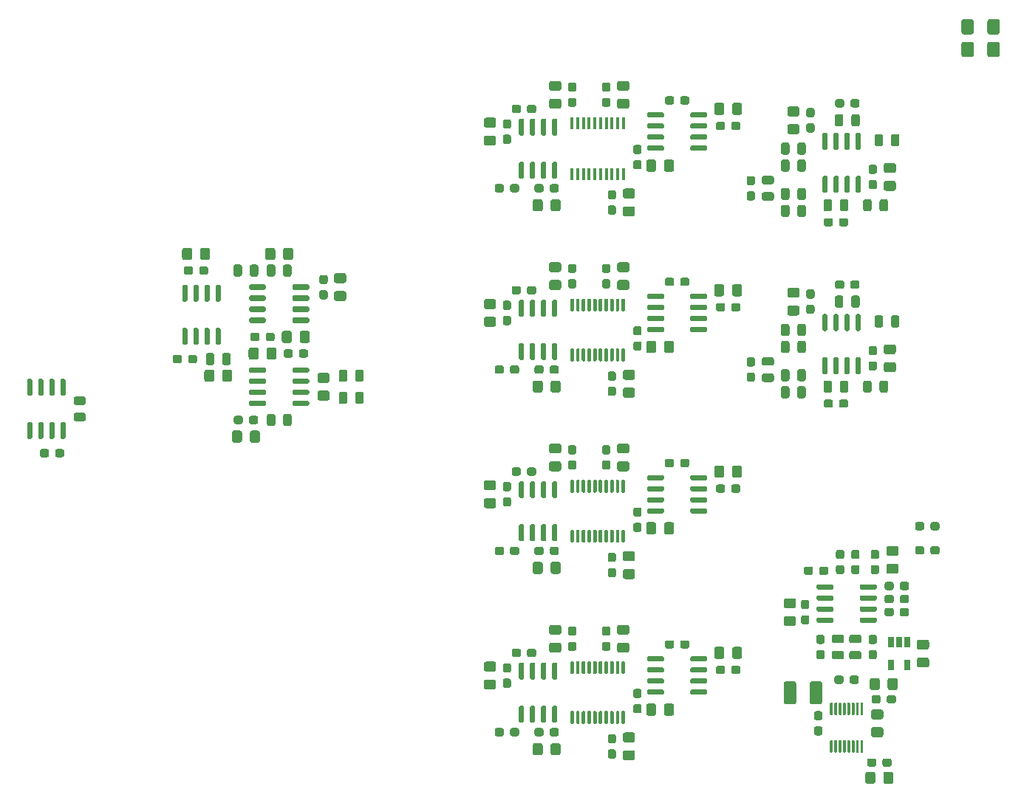
<source format=gbr>
G04 #@! TF.GenerationSoftware,KiCad,Pcbnew,5.1.6*
G04 #@! TF.CreationDate,2020-07-14T16:13:17+02:00*
G04 #@! TF.ProjectId,Mainboard,4d61696e-626f-4617-9264-2e6b69636164,rev?*
G04 #@! TF.SameCoordinates,Original*
G04 #@! TF.FileFunction,Paste,Top*
G04 #@! TF.FilePolarity,Positive*
%FSLAX46Y46*%
G04 Gerber Fmt 4.6, Leading zero omitted, Abs format (unit mm)*
G04 Created by KiCad (PCBNEW 5.1.6) date 2020-07-14 16:13:17*
%MOMM*%
%LPD*%
G01*
G04 APERTURE LIST*
%ADD10R,0.650000X1.220000*%
%ADD11R,0.450000X1.450000*%
G04 APERTURE END LIST*
G36*
G01*
X114090000Y-92777500D02*
X114090000Y-93252500D01*
G75*
G02*
X113852500Y-93490000I-237500J0D01*
G01*
X113277500Y-93490000D01*
G75*
G02*
X113040000Y-93252500I0J237500D01*
G01*
X113040000Y-92777500D01*
G75*
G02*
X113277500Y-92540000I237500J0D01*
G01*
X113852500Y-92540000D01*
G75*
G02*
X114090000Y-92777500I0J-237500D01*
G01*
G37*
G36*
G01*
X115840000Y-92777500D02*
X115840000Y-93252500D01*
G75*
G02*
X115602500Y-93490000I-237500J0D01*
G01*
X115027500Y-93490000D01*
G75*
G02*
X114790000Y-93252500I0J237500D01*
G01*
X114790000Y-92777500D01*
G75*
G02*
X115027500Y-92540000I237500J0D01*
G01*
X115602500Y-92540000D01*
G75*
G02*
X115840000Y-92777500I0J-237500D01*
G01*
G37*
G36*
G01*
X138220000Y-79442500D02*
X138220000Y-79917500D01*
G75*
G02*
X137982500Y-80155000I-237500J0D01*
G01*
X137407500Y-80155000D01*
G75*
G02*
X137170000Y-79917500I0J237500D01*
G01*
X137170000Y-79442500D01*
G75*
G02*
X137407500Y-79205000I237500J0D01*
G01*
X137982500Y-79205000D01*
G75*
G02*
X138220000Y-79442500I0J-237500D01*
G01*
G37*
G36*
G01*
X139970000Y-79442500D02*
X139970000Y-79917500D01*
G75*
G02*
X139732500Y-80155000I-237500J0D01*
G01*
X139157500Y-80155000D01*
G75*
G02*
X138920000Y-79917500I0J237500D01*
G01*
X138920000Y-79442500D01*
G75*
G02*
X139157500Y-79205000I237500J0D01*
G01*
X139732500Y-79205000D01*
G75*
G02*
X139970000Y-79442500I0J-237500D01*
G01*
G37*
G36*
G01*
X142030000Y-81347500D02*
X142030000Y-81822500D01*
G75*
G02*
X141792500Y-82060000I-237500J0D01*
G01*
X141217500Y-82060000D01*
G75*
G02*
X140980000Y-81822500I0J237500D01*
G01*
X140980000Y-81347500D01*
G75*
G02*
X141217500Y-81110000I237500J0D01*
G01*
X141792500Y-81110000D01*
G75*
G02*
X142030000Y-81347500I0J-237500D01*
G01*
G37*
G36*
G01*
X143780000Y-81347500D02*
X143780000Y-81822500D01*
G75*
G02*
X143542500Y-82060000I-237500J0D01*
G01*
X142967500Y-82060000D01*
G75*
G02*
X142730000Y-81822500I0J237500D01*
G01*
X142730000Y-81347500D01*
G75*
G02*
X142967500Y-81110000I237500J0D01*
G01*
X143542500Y-81110000D01*
G75*
G02*
X143780000Y-81347500I0J-237500D01*
G01*
G37*
G36*
G01*
X137015000Y-89442500D02*
X137015000Y-88967500D01*
G75*
G02*
X137252500Y-88730000I237500J0D01*
G01*
X137827500Y-88730000D01*
G75*
G02*
X138065000Y-88967500I0J-237500D01*
G01*
X138065000Y-89442500D01*
G75*
G02*
X137827500Y-89680000I-237500J0D01*
G01*
X137252500Y-89680000D01*
G75*
G02*
X137015000Y-89442500I0J237500D01*
G01*
G37*
G36*
G01*
X135265000Y-89442500D02*
X135265000Y-88967500D01*
G75*
G02*
X135502500Y-88730000I237500J0D01*
G01*
X136077500Y-88730000D01*
G75*
G02*
X136315000Y-88967500I0J-237500D01*
G01*
X136315000Y-89442500D01*
G75*
G02*
X136077500Y-89680000I-237500J0D01*
G01*
X135502500Y-89680000D01*
G75*
G02*
X135265000Y-89442500I0J237500D01*
G01*
G37*
G36*
G01*
X145792500Y-73615000D02*
X145317500Y-73615000D01*
G75*
G02*
X145080000Y-73377500I0J237500D01*
G01*
X145080000Y-72802500D01*
G75*
G02*
X145317500Y-72565000I237500J0D01*
G01*
X145792500Y-72565000D01*
G75*
G02*
X146030000Y-72802500I0J-237500D01*
G01*
X146030000Y-73377500D01*
G75*
G02*
X145792500Y-73615000I-237500J0D01*
G01*
G37*
G36*
G01*
X145792500Y-75365000D02*
X145317500Y-75365000D01*
G75*
G02*
X145080000Y-75127500I0J237500D01*
G01*
X145080000Y-74552500D01*
G75*
G02*
X145317500Y-74315000I237500J0D01*
G01*
X145792500Y-74315000D01*
G75*
G02*
X146030000Y-74552500I0J-237500D01*
G01*
X146030000Y-75127500D01*
G75*
G02*
X145792500Y-75365000I-237500J0D01*
G01*
G37*
G36*
G01*
X129330000Y-81982500D02*
X129330000Y-82457500D01*
G75*
G02*
X129092500Y-82695000I-237500J0D01*
G01*
X128517500Y-82695000D01*
G75*
G02*
X128280000Y-82457500I0J237500D01*
G01*
X128280000Y-81982500D01*
G75*
G02*
X128517500Y-81745000I237500J0D01*
G01*
X129092500Y-81745000D01*
G75*
G02*
X129330000Y-81982500I0J-237500D01*
G01*
G37*
G36*
G01*
X131080000Y-81982500D02*
X131080000Y-82457500D01*
G75*
G02*
X130842500Y-82695000I-237500J0D01*
G01*
X130267500Y-82695000D01*
G75*
G02*
X130030000Y-82457500I0J237500D01*
G01*
X130030000Y-81982500D01*
G75*
G02*
X130267500Y-81745000I237500J0D01*
G01*
X130842500Y-81745000D01*
G75*
G02*
X131080000Y-81982500I0J-237500D01*
G01*
G37*
G36*
G01*
X130600000Y-71822500D02*
X130600000Y-72297500D01*
G75*
G02*
X130362500Y-72535000I-237500J0D01*
G01*
X129787500Y-72535000D01*
G75*
G02*
X129550000Y-72297500I0J237500D01*
G01*
X129550000Y-71822500D01*
G75*
G02*
X129787500Y-71585000I237500J0D01*
G01*
X130362500Y-71585000D01*
G75*
G02*
X130600000Y-71822500I0J-237500D01*
G01*
G37*
G36*
G01*
X132350000Y-71822500D02*
X132350000Y-72297500D01*
G75*
G02*
X132112500Y-72535000I-237500J0D01*
G01*
X131537500Y-72535000D01*
G75*
G02*
X131300000Y-72297500I0J237500D01*
G01*
X131300000Y-71822500D01*
G75*
G02*
X131537500Y-71585000I237500J0D01*
G01*
X132112500Y-71585000D01*
G75*
G02*
X132350000Y-71822500I0J-237500D01*
G01*
G37*
G36*
G01*
X174287500Y-113950000D02*
X173812500Y-113950000D01*
G75*
G02*
X173575000Y-113712500I0J237500D01*
G01*
X173575000Y-113137500D01*
G75*
G02*
X173812500Y-112900000I237500J0D01*
G01*
X174287500Y-112900000D01*
G75*
G02*
X174525000Y-113137500I0J-237500D01*
G01*
X174525000Y-113712500D01*
G75*
G02*
X174287500Y-113950000I-237500J0D01*
G01*
G37*
G36*
G01*
X174287500Y-115700000D02*
X173812500Y-115700000D01*
G75*
G02*
X173575000Y-115462500I0J237500D01*
G01*
X173575000Y-114887500D01*
G75*
G02*
X173812500Y-114650000I237500J0D01*
G01*
X174287500Y-114650000D01*
G75*
G02*
X174525000Y-114887500I0J-237500D01*
G01*
X174525000Y-115462500D01*
G75*
G02*
X174287500Y-115700000I-237500J0D01*
G01*
G37*
G36*
G01*
X181287500Y-121800000D02*
X181762500Y-121800000D01*
G75*
G02*
X182000000Y-122037500I0J-237500D01*
G01*
X182000000Y-122612500D01*
G75*
G02*
X181762500Y-122850000I-237500J0D01*
G01*
X181287500Y-122850000D01*
G75*
G02*
X181050000Y-122612500I0J237500D01*
G01*
X181050000Y-122037500D01*
G75*
G02*
X181287500Y-121800000I237500J0D01*
G01*
G37*
G36*
G01*
X181287500Y-120050000D02*
X181762500Y-120050000D01*
G75*
G02*
X182000000Y-120287500I0J-237500D01*
G01*
X182000000Y-120862500D01*
G75*
G02*
X181762500Y-121100000I-237500J0D01*
G01*
X181287500Y-121100000D01*
G75*
G02*
X181050000Y-120862500I0J237500D01*
G01*
X181050000Y-120287500D01*
G75*
G02*
X181287500Y-120050000I237500J0D01*
G01*
G37*
G36*
G01*
X192275000Y-118112500D02*
X192275000Y-117637500D01*
G75*
G02*
X192512500Y-117400000I237500J0D01*
G01*
X193087500Y-117400000D01*
G75*
G02*
X193325000Y-117637500I0J-237500D01*
G01*
X193325000Y-118112500D01*
G75*
G02*
X193087500Y-118350000I-237500J0D01*
G01*
X192512500Y-118350000D01*
G75*
G02*
X192275000Y-118112500I0J237500D01*
G01*
G37*
G36*
G01*
X190525000Y-118112500D02*
X190525000Y-117637500D01*
G75*
G02*
X190762500Y-117400000I237500J0D01*
G01*
X191337500Y-117400000D01*
G75*
G02*
X191575000Y-117637500I0J-237500D01*
G01*
X191575000Y-118112500D01*
G75*
G02*
X191337500Y-118350000I-237500J0D01*
G01*
X190762500Y-118350000D01*
G75*
G02*
X190525000Y-118112500I0J237500D01*
G01*
G37*
G36*
G01*
X166812500Y-118175000D02*
X166337500Y-118175000D01*
G75*
G02*
X166100000Y-117937500I0J237500D01*
G01*
X166100000Y-117362500D01*
G75*
G02*
X166337500Y-117125000I237500J0D01*
G01*
X166812500Y-117125000D01*
G75*
G02*
X167050000Y-117362500I0J-237500D01*
G01*
X167050000Y-117937500D01*
G75*
G02*
X166812500Y-118175000I-237500J0D01*
G01*
G37*
G36*
G01*
X166812500Y-119925000D02*
X166337500Y-119925000D01*
G75*
G02*
X166100000Y-119687500I0J237500D01*
G01*
X166100000Y-119112500D01*
G75*
G02*
X166337500Y-118875000I237500J0D01*
G01*
X166812500Y-118875000D01*
G75*
G02*
X167050000Y-119112500I0J-237500D01*
G01*
X167050000Y-119687500D01*
G75*
G02*
X166812500Y-119925000I-237500J0D01*
G01*
G37*
G36*
G01*
X170775000Y-124787500D02*
X170775000Y-125262500D01*
G75*
G02*
X170537500Y-125500000I-237500J0D01*
G01*
X169962500Y-125500000D01*
G75*
G02*
X169725000Y-125262500I0J237500D01*
G01*
X169725000Y-124787500D01*
G75*
G02*
X169962500Y-124550000I237500J0D01*
G01*
X170537500Y-124550000D01*
G75*
G02*
X170775000Y-124787500I0J-237500D01*
G01*
G37*
G36*
G01*
X172525000Y-124787500D02*
X172525000Y-125262500D01*
G75*
G02*
X172287500Y-125500000I-237500J0D01*
G01*
X171712500Y-125500000D01*
G75*
G02*
X171475000Y-125262500I0J237500D01*
G01*
X171475000Y-124787500D01*
G75*
G02*
X171712500Y-124550000I237500J0D01*
G01*
X172287500Y-124550000D01*
G75*
G02*
X172525000Y-124787500I0J-237500D01*
G01*
G37*
G36*
G01*
X178837500Y-126300000D02*
X178362500Y-126300000D01*
G75*
G02*
X178125000Y-126062500I0J237500D01*
G01*
X178125000Y-125487500D01*
G75*
G02*
X178362500Y-125250000I237500J0D01*
G01*
X178837500Y-125250000D01*
G75*
G02*
X179075000Y-125487500I0J-237500D01*
G01*
X179075000Y-126062500D01*
G75*
G02*
X178837500Y-126300000I-237500J0D01*
G01*
G37*
G36*
G01*
X178837500Y-128050000D02*
X178362500Y-128050000D01*
G75*
G02*
X178125000Y-127812500I0J237500D01*
G01*
X178125000Y-127237500D01*
G75*
G02*
X178362500Y-127000000I237500J0D01*
G01*
X178837500Y-127000000D01*
G75*
G02*
X179075000Y-127237500I0J-237500D01*
G01*
X179075000Y-127812500D01*
G75*
G02*
X178837500Y-128050000I-237500J0D01*
G01*
G37*
G36*
G01*
X178187500Y-113950000D02*
X177712500Y-113950000D01*
G75*
G02*
X177475000Y-113712500I0J237500D01*
G01*
X177475000Y-113137500D01*
G75*
G02*
X177712500Y-112900000I237500J0D01*
G01*
X178187500Y-112900000D01*
G75*
G02*
X178425000Y-113137500I0J-237500D01*
G01*
X178425000Y-113712500D01*
G75*
G02*
X178187500Y-113950000I-237500J0D01*
G01*
G37*
G36*
G01*
X178187500Y-115700000D02*
X177712500Y-115700000D01*
G75*
G02*
X177475000Y-115462500I0J237500D01*
G01*
X177475000Y-114887500D01*
G75*
G02*
X177712500Y-114650000I237500J0D01*
G01*
X178187500Y-114650000D01*
G75*
G02*
X178425000Y-114887500I0J-237500D01*
G01*
X178425000Y-115462500D01*
G75*
G02*
X178187500Y-115700000I-237500J0D01*
G01*
G37*
G36*
G01*
X174287500Y-72350000D02*
X173812500Y-72350000D01*
G75*
G02*
X173575000Y-72112500I0J237500D01*
G01*
X173575000Y-71537500D01*
G75*
G02*
X173812500Y-71300000I237500J0D01*
G01*
X174287500Y-71300000D01*
G75*
G02*
X174525000Y-71537500I0J-237500D01*
G01*
X174525000Y-72112500D01*
G75*
G02*
X174287500Y-72350000I-237500J0D01*
G01*
G37*
G36*
G01*
X174287500Y-74100000D02*
X173812500Y-74100000D01*
G75*
G02*
X173575000Y-73862500I0J237500D01*
G01*
X173575000Y-73287500D01*
G75*
G02*
X173812500Y-73050000I237500J0D01*
G01*
X174287500Y-73050000D01*
G75*
G02*
X174525000Y-73287500I0J-237500D01*
G01*
X174525000Y-73862500D01*
G75*
G02*
X174287500Y-74100000I-237500J0D01*
G01*
G37*
G36*
G01*
X181287500Y-80200000D02*
X181762500Y-80200000D01*
G75*
G02*
X182000000Y-80437500I0J-237500D01*
G01*
X182000000Y-81012500D01*
G75*
G02*
X181762500Y-81250000I-237500J0D01*
G01*
X181287500Y-81250000D01*
G75*
G02*
X181050000Y-81012500I0J237500D01*
G01*
X181050000Y-80437500D01*
G75*
G02*
X181287500Y-80200000I237500J0D01*
G01*
G37*
G36*
G01*
X181287500Y-78450000D02*
X181762500Y-78450000D01*
G75*
G02*
X182000000Y-78687500I0J-237500D01*
G01*
X182000000Y-79262500D01*
G75*
G02*
X181762500Y-79500000I-237500J0D01*
G01*
X181287500Y-79500000D01*
G75*
G02*
X181050000Y-79262500I0J237500D01*
G01*
X181050000Y-78687500D01*
G75*
G02*
X181287500Y-78450000I237500J0D01*
G01*
G37*
G36*
G01*
X192275000Y-76512500D02*
X192275000Y-76037500D01*
G75*
G02*
X192512500Y-75800000I237500J0D01*
G01*
X193087500Y-75800000D01*
G75*
G02*
X193325000Y-76037500I0J-237500D01*
G01*
X193325000Y-76512500D01*
G75*
G02*
X193087500Y-76750000I-237500J0D01*
G01*
X192512500Y-76750000D01*
G75*
G02*
X192275000Y-76512500I0J237500D01*
G01*
G37*
G36*
G01*
X190525000Y-76512500D02*
X190525000Y-76037500D01*
G75*
G02*
X190762500Y-75800000I237500J0D01*
G01*
X191337500Y-75800000D01*
G75*
G02*
X191575000Y-76037500I0J-237500D01*
G01*
X191575000Y-76512500D01*
G75*
G02*
X191337500Y-76750000I-237500J0D01*
G01*
X190762500Y-76750000D01*
G75*
G02*
X190525000Y-76512500I0J237500D01*
G01*
G37*
G36*
G01*
X166812500Y-76575000D02*
X166337500Y-76575000D01*
G75*
G02*
X166100000Y-76337500I0J237500D01*
G01*
X166100000Y-75762500D01*
G75*
G02*
X166337500Y-75525000I237500J0D01*
G01*
X166812500Y-75525000D01*
G75*
G02*
X167050000Y-75762500I0J-237500D01*
G01*
X167050000Y-76337500D01*
G75*
G02*
X166812500Y-76575000I-237500J0D01*
G01*
G37*
G36*
G01*
X166812500Y-78325000D02*
X166337500Y-78325000D01*
G75*
G02*
X166100000Y-78087500I0J237500D01*
G01*
X166100000Y-77512500D01*
G75*
G02*
X166337500Y-77275000I237500J0D01*
G01*
X166812500Y-77275000D01*
G75*
G02*
X167050000Y-77512500I0J-237500D01*
G01*
X167050000Y-78087500D01*
G75*
G02*
X166812500Y-78325000I-237500J0D01*
G01*
G37*
G36*
G01*
X170775000Y-83187500D02*
X170775000Y-83662500D01*
G75*
G02*
X170537500Y-83900000I-237500J0D01*
G01*
X169962500Y-83900000D01*
G75*
G02*
X169725000Y-83662500I0J237500D01*
G01*
X169725000Y-83187500D01*
G75*
G02*
X169962500Y-82950000I237500J0D01*
G01*
X170537500Y-82950000D01*
G75*
G02*
X170775000Y-83187500I0J-237500D01*
G01*
G37*
G36*
G01*
X172525000Y-83187500D02*
X172525000Y-83662500D01*
G75*
G02*
X172287500Y-83900000I-237500J0D01*
G01*
X171712500Y-83900000D01*
G75*
G02*
X171475000Y-83662500I0J237500D01*
G01*
X171475000Y-83187500D01*
G75*
G02*
X171712500Y-82950000I237500J0D01*
G01*
X172287500Y-82950000D01*
G75*
G02*
X172525000Y-83187500I0J-237500D01*
G01*
G37*
G36*
G01*
X178837500Y-84700000D02*
X178362500Y-84700000D01*
G75*
G02*
X178125000Y-84462500I0J237500D01*
G01*
X178125000Y-83887500D01*
G75*
G02*
X178362500Y-83650000I237500J0D01*
G01*
X178837500Y-83650000D01*
G75*
G02*
X179075000Y-83887500I0J-237500D01*
G01*
X179075000Y-84462500D01*
G75*
G02*
X178837500Y-84700000I-237500J0D01*
G01*
G37*
G36*
G01*
X178837500Y-86450000D02*
X178362500Y-86450000D01*
G75*
G02*
X178125000Y-86212500I0J237500D01*
G01*
X178125000Y-85637500D01*
G75*
G02*
X178362500Y-85400000I237500J0D01*
G01*
X178837500Y-85400000D01*
G75*
G02*
X179075000Y-85637500I0J-237500D01*
G01*
X179075000Y-86212500D01*
G75*
G02*
X178837500Y-86450000I-237500J0D01*
G01*
G37*
G36*
G01*
X178187500Y-72350000D02*
X177712500Y-72350000D01*
G75*
G02*
X177475000Y-72112500I0J237500D01*
G01*
X177475000Y-71537500D01*
G75*
G02*
X177712500Y-71300000I237500J0D01*
G01*
X178187500Y-71300000D01*
G75*
G02*
X178425000Y-71537500I0J-237500D01*
G01*
X178425000Y-72112500D01*
G75*
G02*
X178187500Y-72350000I-237500J0D01*
G01*
G37*
G36*
G01*
X178187500Y-74100000D02*
X177712500Y-74100000D01*
G75*
G02*
X177475000Y-73862500I0J237500D01*
G01*
X177475000Y-73287500D01*
G75*
G02*
X177712500Y-73050000I237500J0D01*
G01*
X178187500Y-73050000D01*
G75*
G02*
X178425000Y-73287500I0J-237500D01*
G01*
X178425000Y-73862500D01*
G75*
G02*
X178187500Y-74100000I-237500J0D01*
G01*
G37*
G36*
G01*
X178187500Y-51550000D02*
X177712500Y-51550000D01*
G75*
G02*
X177475000Y-51312500I0J237500D01*
G01*
X177475000Y-50737500D01*
G75*
G02*
X177712500Y-50500000I237500J0D01*
G01*
X178187500Y-50500000D01*
G75*
G02*
X178425000Y-50737500I0J-237500D01*
G01*
X178425000Y-51312500D01*
G75*
G02*
X178187500Y-51550000I-237500J0D01*
G01*
G37*
G36*
G01*
X178187500Y-53300000D02*
X177712500Y-53300000D01*
G75*
G02*
X177475000Y-53062500I0J237500D01*
G01*
X177475000Y-52487500D01*
G75*
G02*
X177712500Y-52250000I237500J0D01*
G01*
X178187500Y-52250000D01*
G75*
G02*
X178425000Y-52487500I0J-237500D01*
G01*
X178425000Y-53062500D01*
G75*
G02*
X178187500Y-53300000I-237500J0D01*
G01*
G37*
G36*
G01*
X174287500Y-93150000D02*
X173812500Y-93150000D01*
G75*
G02*
X173575000Y-92912500I0J237500D01*
G01*
X173575000Y-92337500D01*
G75*
G02*
X173812500Y-92100000I237500J0D01*
G01*
X174287500Y-92100000D01*
G75*
G02*
X174525000Y-92337500I0J-237500D01*
G01*
X174525000Y-92912500D01*
G75*
G02*
X174287500Y-93150000I-237500J0D01*
G01*
G37*
G36*
G01*
X174287500Y-94900000D02*
X173812500Y-94900000D01*
G75*
G02*
X173575000Y-94662500I0J237500D01*
G01*
X173575000Y-94087500D01*
G75*
G02*
X173812500Y-93850000I237500J0D01*
G01*
X174287500Y-93850000D01*
G75*
G02*
X174525000Y-94087500I0J-237500D01*
G01*
X174525000Y-94662500D01*
G75*
G02*
X174287500Y-94900000I-237500J0D01*
G01*
G37*
G36*
G01*
X181287500Y-101000000D02*
X181762500Y-101000000D01*
G75*
G02*
X182000000Y-101237500I0J-237500D01*
G01*
X182000000Y-101812500D01*
G75*
G02*
X181762500Y-102050000I-237500J0D01*
G01*
X181287500Y-102050000D01*
G75*
G02*
X181050000Y-101812500I0J237500D01*
G01*
X181050000Y-101237500D01*
G75*
G02*
X181287500Y-101000000I237500J0D01*
G01*
G37*
G36*
G01*
X181287500Y-99250000D02*
X181762500Y-99250000D01*
G75*
G02*
X182000000Y-99487500I0J-237500D01*
G01*
X182000000Y-100062500D01*
G75*
G02*
X181762500Y-100300000I-237500J0D01*
G01*
X181287500Y-100300000D01*
G75*
G02*
X181050000Y-100062500I0J237500D01*
G01*
X181050000Y-99487500D01*
G75*
G02*
X181287500Y-99250000I237500J0D01*
G01*
G37*
G36*
G01*
X192275000Y-97312500D02*
X192275000Y-96837500D01*
G75*
G02*
X192512500Y-96600000I237500J0D01*
G01*
X193087500Y-96600000D01*
G75*
G02*
X193325000Y-96837500I0J-237500D01*
G01*
X193325000Y-97312500D01*
G75*
G02*
X193087500Y-97550000I-237500J0D01*
G01*
X192512500Y-97550000D01*
G75*
G02*
X192275000Y-97312500I0J237500D01*
G01*
G37*
G36*
G01*
X190525000Y-97312500D02*
X190525000Y-96837500D01*
G75*
G02*
X190762500Y-96600000I237500J0D01*
G01*
X191337500Y-96600000D01*
G75*
G02*
X191575000Y-96837500I0J-237500D01*
G01*
X191575000Y-97312500D01*
G75*
G02*
X191337500Y-97550000I-237500J0D01*
G01*
X190762500Y-97550000D01*
G75*
G02*
X190525000Y-97312500I0J237500D01*
G01*
G37*
G36*
G01*
X166812500Y-97375000D02*
X166337500Y-97375000D01*
G75*
G02*
X166100000Y-97137500I0J237500D01*
G01*
X166100000Y-96562500D01*
G75*
G02*
X166337500Y-96325000I237500J0D01*
G01*
X166812500Y-96325000D01*
G75*
G02*
X167050000Y-96562500I0J-237500D01*
G01*
X167050000Y-97137500D01*
G75*
G02*
X166812500Y-97375000I-237500J0D01*
G01*
G37*
G36*
G01*
X166812500Y-99125000D02*
X166337500Y-99125000D01*
G75*
G02*
X166100000Y-98887500I0J237500D01*
G01*
X166100000Y-98312500D01*
G75*
G02*
X166337500Y-98075000I237500J0D01*
G01*
X166812500Y-98075000D01*
G75*
G02*
X167050000Y-98312500I0J-237500D01*
G01*
X167050000Y-98887500D01*
G75*
G02*
X166812500Y-99125000I-237500J0D01*
G01*
G37*
G36*
G01*
X170775000Y-103987500D02*
X170775000Y-104462500D01*
G75*
G02*
X170537500Y-104700000I-237500J0D01*
G01*
X169962500Y-104700000D01*
G75*
G02*
X169725000Y-104462500I0J237500D01*
G01*
X169725000Y-103987500D01*
G75*
G02*
X169962500Y-103750000I237500J0D01*
G01*
X170537500Y-103750000D01*
G75*
G02*
X170775000Y-103987500I0J-237500D01*
G01*
G37*
G36*
G01*
X172525000Y-103987500D02*
X172525000Y-104462500D01*
G75*
G02*
X172287500Y-104700000I-237500J0D01*
G01*
X171712500Y-104700000D01*
G75*
G02*
X171475000Y-104462500I0J237500D01*
G01*
X171475000Y-103987500D01*
G75*
G02*
X171712500Y-103750000I237500J0D01*
G01*
X172287500Y-103750000D01*
G75*
G02*
X172525000Y-103987500I0J-237500D01*
G01*
G37*
G36*
G01*
X178837500Y-105500000D02*
X178362500Y-105500000D01*
G75*
G02*
X178125000Y-105262500I0J237500D01*
G01*
X178125000Y-104687500D01*
G75*
G02*
X178362500Y-104450000I237500J0D01*
G01*
X178837500Y-104450000D01*
G75*
G02*
X179075000Y-104687500I0J-237500D01*
G01*
X179075000Y-105262500D01*
G75*
G02*
X178837500Y-105500000I-237500J0D01*
G01*
G37*
G36*
G01*
X178837500Y-107250000D02*
X178362500Y-107250000D01*
G75*
G02*
X178125000Y-107012500I0J237500D01*
G01*
X178125000Y-106437500D01*
G75*
G02*
X178362500Y-106200000I237500J0D01*
G01*
X178837500Y-106200000D01*
G75*
G02*
X179075000Y-106437500I0J-237500D01*
G01*
X179075000Y-107012500D01*
G75*
G02*
X178837500Y-107250000I-237500J0D01*
G01*
G37*
G36*
G01*
X178187500Y-93150000D02*
X177712500Y-93150000D01*
G75*
G02*
X177475000Y-92912500I0J237500D01*
G01*
X177475000Y-92337500D01*
G75*
G02*
X177712500Y-92100000I237500J0D01*
G01*
X178187500Y-92100000D01*
G75*
G02*
X178425000Y-92337500I0J-237500D01*
G01*
X178425000Y-92912500D01*
G75*
G02*
X178187500Y-93150000I-237500J0D01*
G01*
G37*
G36*
G01*
X178187500Y-94900000D02*
X177712500Y-94900000D01*
G75*
G02*
X177475000Y-94662500I0J237500D01*
G01*
X177475000Y-94087500D01*
G75*
G02*
X177712500Y-93850000I237500J0D01*
G01*
X178187500Y-93850000D01*
G75*
G02*
X178425000Y-94087500I0J-237500D01*
G01*
X178425000Y-94662500D01*
G75*
G02*
X178187500Y-94900000I-237500J0D01*
G01*
G37*
G36*
G01*
X174287500Y-51550000D02*
X173812500Y-51550000D01*
G75*
G02*
X173575000Y-51312500I0J237500D01*
G01*
X173575000Y-50737500D01*
G75*
G02*
X173812500Y-50500000I237500J0D01*
G01*
X174287500Y-50500000D01*
G75*
G02*
X174525000Y-50737500I0J-237500D01*
G01*
X174525000Y-51312500D01*
G75*
G02*
X174287500Y-51550000I-237500J0D01*
G01*
G37*
G36*
G01*
X174287500Y-53300000D02*
X173812500Y-53300000D01*
G75*
G02*
X173575000Y-53062500I0J237500D01*
G01*
X173575000Y-52487500D01*
G75*
G02*
X173812500Y-52250000I237500J0D01*
G01*
X174287500Y-52250000D01*
G75*
G02*
X174525000Y-52487500I0J-237500D01*
G01*
X174525000Y-53062500D01*
G75*
G02*
X174287500Y-53300000I-237500J0D01*
G01*
G37*
G36*
G01*
X181287500Y-59400000D02*
X181762500Y-59400000D01*
G75*
G02*
X182000000Y-59637500I0J-237500D01*
G01*
X182000000Y-60212500D01*
G75*
G02*
X181762500Y-60450000I-237500J0D01*
G01*
X181287500Y-60450000D01*
G75*
G02*
X181050000Y-60212500I0J237500D01*
G01*
X181050000Y-59637500D01*
G75*
G02*
X181287500Y-59400000I237500J0D01*
G01*
G37*
G36*
G01*
X181287500Y-57650000D02*
X181762500Y-57650000D01*
G75*
G02*
X182000000Y-57887500I0J-237500D01*
G01*
X182000000Y-58462500D01*
G75*
G02*
X181762500Y-58700000I-237500J0D01*
G01*
X181287500Y-58700000D01*
G75*
G02*
X181050000Y-58462500I0J237500D01*
G01*
X181050000Y-57887500D01*
G75*
G02*
X181287500Y-57650000I237500J0D01*
G01*
G37*
G36*
G01*
X192275000Y-55712500D02*
X192275000Y-55237500D01*
G75*
G02*
X192512500Y-55000000I237500J0D01*
G01*
X193087500Y-55000000D01*
G75*
G02*
X193325000Y-55237500I0J-237500D01*
G01*
X193325000Y-55712500D01*
G75*
G02*
X193087500Y-55950000I-237500J0D01*
G01*
X192512500Y-55950000D01*
G75*
G02*
X192275000Y-55712500I0J237500D01*
G01*
G37*
G36*
G01*
X190525000Y-55712500D02*
X190525000Y-55237500D01*
G75*
G02*
X190762500Y-55000000I237500J0D01*
G01*
X191337500Y-55000000D01*
G75*
G02*
X191575000Y-55237500I0J-237500D01*
G01*
X191575000Y-55712500D01*
G75*
G02*
X191337500Y-55950000I-237500J0D01*
G01*
X190762500Y-55950000D01*
G75*
G02*
X190525000Y-55712500I0J237500D01*
G01*
G37*
G36*
G01*
X166812500Y-55775000D02*
X166337500Y-55775000D01*
G75*
G02*
X166100000Y-55537500I0J237500D01*
G01*
X166100000Y-54962500D01*
G75*
G02*
X166337500Y-54725000I237500J0D01*
G01*
X166812500Y-54725000D01*
G75*
G02*
X167050000Y-54962500I0J-237500D01*
G01*
X167050000Y-55537500D01*
G75*
G02*
X166812500Y-55775000I-237500J0D01*
G01*
G37*
G36*
G01*
X166812500Y-57525000D02*
X166337500Y-57525000D01*
G75*
G02*
X166100000Y-57287500I0J237500D01*
G01*
X166100000Y-56712500D01*
G75*
G02*
X166337500Y-56475000I237500J0D01*
G01*
X166812500Y-56475000D01*
G75*
G02*
X167050000Y-56712500I0J-237500D01*
G01*
X167050000Y-57287500D01*
G75*
G02*
X166812500Y-57525000I-237500J0D01*
G01*
G37*
G36*
G01*
X170775000Y-62387500D02*
X170775000Y-62862500D01*
G75*
G02*
X170537500Y-63100000I-237500J0D01*
G01*
X169962500Y-63100000D01*
G75*
G02*
X169725000Y-62862500I0J237500D01*
G01*
X169725000Y-62387500D01*
G75*
G02*
X169962500Y-62150000I237500J0D01*
G01*
X170537500Y-62150000D01*
G75*
G02*
X170775000Y-62387500I0J-237500D01*
G01*
G37*
G36*
G01*
X172525000Y-62387500D02*
X172525000Y-62862500D01*
G75*
G02*
X172287500Y-63100000I-237500J0D01*
G01*
X171712500Y-63100000D01*
G75*
G02*
X171475000Y-62862500I0J237500D01*
G01*
X171475000Y-62387500D01*
G75*
G02*
X171712500Y-62150000I237500J0D01*
G01*
X172287500Y-62150000D01*
G75*
G02*
X172525000Y-62387500I0J-237500D01*
G01*
G37*
G36*
G01*
X178837500Y-63900000D02*
X178362500Y-63900000D01*
G75*
G02*
X178125000Y-63662500I0J237500D01*
G01*
X178125000Y-63087500D01*
G75*
G02*
X178362500Y-62850000I237500J0D01*
G01*
X178837500Y-62850000D01*
G75*
G02*
X179075000Y-63087500I0J-237500D01*
G01*
X179075000Y-63662500D01*
G75*
G02*
X178837500Y-63900000I-237500J0D01*
G01*
G37*
G36*
G01*
X178837500Y-65650000D02*
X178362500Y-65650000D01*
G75*
G02*
X178125000Y-65412500I0J237500D01*
G01*
X178125000Y-64837500D01*
G75*
G02*
X178362500Y-64600000I237500J0D01*
G01*
X178837500Y-64600000D01*
G75*
G02*
X179075000Y-64837500I0J-237500D01*
G01*
X179075000Y-65412500D01*
G75*
G02*
X178837500Y-65650000I-237500J0D01*
G01*
G37*
G36*
G01*
X209600000Y-128737500D02*
X209600000Y-128262500D01*
G75*
G02*
X209837500Y-128025000I237500J0D01*
G01*
X210412500Y-128025000D01*
G75*
G02*
X210650000Y-128262500I0J-237500D01*
G01*
X210650000Y-128737500D01*
G75*
G02*
X210412500Y-128975000I-237500J0D01*
G01*
X209837500Y-128975000D01*
G75*
G02*
X209600000Y-128737500I0J237500D01*
G01*
G37*
G36*
G01*
X207850000Y-128737500D02*
X207850000Y-128262500D01*
G75*
G02*
X208087500Y-128025000I237500J0D01*
G01*
X208662500Y-128025000D01*
G75*
G02*
X208900000Y-128262500I0J-237500D01*
G01*
X208900000Y-128737500D01*
G75*
G02*
X208662500Y-128975000I-237500J0D01*
G01*
X208087500Y-128975000D01*
G75*
G02*
X207850000Y-128737500I0J237500D01*
G01*
G37*
G36*
G01*
X210100000Y-121487500D02*
X210100000Y-121012500D01*
G75*
G02*
X210337500Y-120775000I237500J0D01*
G01*
X210912500Y-120775000D01*
G75*
G02*
X211150000Y-121012500I0J-237500D01*
G01*
X211150000Y-121487500D01*
G75*
G02*
X210912500Y-121725000I-237500J0D01*
G01*
X210337500Y-121725000D01*
G75*
G02*
X210100000Y-121487500I0J237500D01*
G01*
G37*
G36*
G01*
X208350000Y-121487500D02*
X208350000Y-121012500D01*
G75*
G02*
X208587500Y-120775000I237500J0D01*
G01*
X209162500Y-120775000D01*
G75*
G02*
X209400000Y-121012500I0J-237500D01*
G01*
X209400000Y-121487500D01*
G75*
G02*
X209162500Y-121725000I-237500J0D01*
G01*
X208587500Y-121725000D01*
G75*
G02*
X208350000Y-121487500I0J237500D01*
G01*
G37*
G36*
G01*
X202012500Y-124350000D02*
X202487500Y-124350000D01*
G75*
G02*
X202725000Y-124587500I0J-237500D01*
G01*
X202725000Y-125162500D01*
G75*
G02*
X202487500Y-125400000I-237500J0D01*
G01*
X202012500Y-125400000D01*
G75*
G02*
X201775000Y-125162500I0J237500D01*
G01*
X201775000Y-124587500D01*
G75*
G02*
X202012500Y-124350000I237500J0D01*
G01*
G37*
G36*
G01*
X202012500Y-122600000D02*
X202487500Y-122600000D01*
G75*
G02*
X202725000Y-122837500I0J-237500D01*
G01*
X202725000Y-123412500D01*
G75*
G02*
X202487500Y-123650000I-237500J0D01*
G01*
X202012500Y-123650000D01*
G75*
G02*
X201775000Y-123412500I0J237500D01*
G01*
X201775000Y-122837500D01*
G75*
G02*
X202012500Y-122600000I237500J0D01*
G01*
G37*
G36*
G01*
X208512500Y-105850000D02*
X208987500Y-105850000D01*
G75*
G02*
X209225000Y-106087500I0J-237500D01*
G01*
X209225000Y-106662500D01*
G75*
G02*
X208987500Y-106900000I-237500J0D01*
G01*
X208512500Y-106900000D01*
G75*
G02*
X208275000Y-106662500I0J237500D01*
G01*
X208275000Y-106087500D01*
G75*
G02*
X208512500Y-105850000I237500J0D01*
G01*
G37*
G36*
G01*
X208512500Y-104100000D02*
X208987500Y-104100000D01*
G75*
G02*
X209225000Y-104337500I0J-237500D01*
G01*
X209225000Y-104912500D01*
G75*
G02*
X208987500Y-105150000I-237500J0D01*
G01*
X208512500Y-105150000D01*
G75*
G02*
X208275000Y-104912500I0J237500D01*
G01*
X208275000Y-104337500D01*
G75*
G02*
X208512500Y-104100000I237500J0D01*
G01*
G37*
G36*
G01*
X200987500Y-110900000D02*
X200512500Y-110900000D01*
G75*
G02*
X200275000Y-110662500I0J237500D01*
G01*
X200275000Y-110087500D01*
G75*
G02*
X200512500Y-109850000I237500J0D01*
G01*
X200987500Y-109850000D01*
G75*
G02*
X201225000Y-110087500I0J-237500D01*
G01*
X201225000Y-110662500D01*
G75*
G02*
X200987500Y-110900000I-237500J0D01*
G01*
G37*
G36*
G01*
X200987500Y-112650000D02*
X200512500Y-112650000D01*
G75*
G02*
X200275000Y-112412500I0J237500D01*
G01*
X200275000Y-111837500D01*
G75*
G02*
X200512500Y-111600000I237500J0D01*
G01*
X200987500Y-111600000D01*
G75*
G02*
X201225000Y-111837500I0J-237500D01*
G01*
X201225000Y-112412500D01*
G75*
G02*
X200987500Y-112650000I-237500J0D01*
G01*
G37*
G36*
G01*
X201112500Y-75975000D02*
X201587500Y-75975000D01*
G75*
G02*
X201825000Y-76212500I0J-237500D01*
G01*
X201825000Y-76787500D01*
G75*
G02*
X201587500Y-77025000I-237500J0D01*
G01*
X201112500Y-77025000D01*
G75*
G02*
X200875000Y-76787500I0J237500D01*
G01*
X200875000Y-76212500D01*
G75*
G02*
X201112500Y-75975000I237500J0D01*
G01*
G37*
G36*
G01*
X201112500Y-74225000D02*
X201587500Y-74225000D01*
G75*
G02*
X201825000Y-74462500I0J-237500D01*
G01*
X201825000Y-75037500D01*
G75*
G02*
X201587500Y-75275000I-237500J0D01*
G01*
X201112500Y-75275000D01*
G75*
G02*
X200875000Y-75037500I0J237500D01*
G01*
X200875000Y-74462500D01*
G75*
G02*
X201112500Y-74225000I237500J0D01*
G01*
G37*
G36*
G01*
X208737500Y-81775000D02*
X208262500Y-81775000D01*
G75*
G02*
X208025000Y-81537500I0J237500D01*
G01*
X208025000Y-80962500D01*
G75*
G02*
X208262500Y-80725000I237500J0D01*
G01*
X208737500Y-80725000D01*
G75*
G02*
X208975000Y-80962500I0J-237500D01*
G01*
X208975000Y-81537500D01*
G75*
G02*
X208737500Y-81775000I-237500J0D01*
G01*
G37*
G36*
G01*
X208737500Y-83525000D02*
X208262500Y-83525000D01*
G75*
G02*
X208025000Y-83287500I0J237500D01*
G01*
X208025000Y-82712500D01*
G75*
G02*
X208262500Y-82475000I237500J0D01*
G01*
X208737500Y-82475000D01*
G75*
G02*
X208975000Y-82712500I0J-237500D01*
G01*
X208975000Y-83287500D01*
G75*
G02*
X208737500Y-83525000I-237500J0D01*
G01*
G37*
G36*
G01*
X201112500Y-55175000D02*
X201587500Y-55175000D01*
G75*
G02*
X201825000Y-55412500I0J-237500D01*
G01*
X201825000Y-55987500D01*
G75*
G02*
X201587500Y-56225000I-237500J0D01*
G01*
X201112500Y-56225000D01*
G75*
G02*
X200875000Y-55987500I0J237500D01*
G01*
X200875000Y-55412500D01*
G75*
G02*
X201112500Y-55175000I237500J0D01*
G01*
G37*
G36*
G01*
X201112500Y-53425000D02*
X201587500Y-53425000D01*
G75*
G02*
X201825000Y-53662500I0J-237500D01*
G01*
X201825000Y-54237500D01*
G75*
G02*
X201587500Y-54475000I-237500J0D01*
G01*
X201112500Y-54475000D01*
G75*
G02*
X200875000Y-54237500I0J237500D01*
G01*
X200875000Y-53662500D01*
G75*
G02*
X201112500Y-53425000I237500J0D01*
G01*
G37*
G36*
G01*
X208737500Y-60975000D02*
X208262500Y-60975000D01*
G75*
G02*
X208025000Y-60737500I0J237500D01*
G01*
X208025000Y-60162500D01*
G75*
G02*
X208262500Y-59925000I237500J0D01*
G01*
X208737500Y-59925000D01*
G75*
G02*
X208975000Y-60162500I0J-237500D01*
G01*
X208975000Y-60737500D01*
G75*
G02*
X208737500Y-60975000I-237500J0D01*
G01*
G37*
G36*
G01*
X208737500Y-62725000D02*
X208262500Y-62725000D01*
G75*
G02*
X208025000Y-62487500I0J237500D01*
G01*
X208025000Y-61912500D01*
G75*
G02*
X208262500Y-61675000I237500J0D01*
G01*
X208737500Y-61675000D01*
G75*
G02*
X208975000Y-61912500I0J-237500D01*
G01*
X208975000Y-62487500D01*
G75*
G02*
X208737500Y-62725000I-237500J0D01*
G01*
G37*
G36*
G01*
X206737500Y-105150000D02*
X206262500Y-105150000D01*
G75*
G02*
X206025000Y-104912500I0J237500D01*
G01*
X206025000Y-104337500D01*
G75*
G02*
X206262500Y-104100000I237500J0D01*
G01*
X206737500Y-104100000D01*
G75*
G02*
X206975000Y-104337500I0J-237500D01*
G01*
X206975000Y-104912500D01*
G75*
G02*
X206737500Y-105150000I-237500J0D01*
G01*
G37*
G36*
G01*
X206737500Y-106900000D02*
X206262500Y-106900000D01*
G75*
G02*
X206025000Y-106662500I0J237500D01*
G01*
X206025000Y-106087500D01*
G75*
G02*
X206262500Y-105850000I237500J0D01*
G01*
X206737500Y-105850000D01*
G75*
G02*
X206975000Y-106087500I0J-237500D01*
G01*
X206975000Y-106662500D01*
G75*
G02*
X206737500Y-106900000I-237500J0D01*
G01*
G37*
G36*
G01*
X204987500Y-105150000D02*
X204512500Y-105150000D01*
G75*
G02*
X204275000Y-104912500I0J237500D01*
G01*
X204275000Y-104337500D01*
G75*
G02*
X204512500Y-104100000I237500J0D01*
G01*
X204987500Y-104100000D01*
G75*
G02*
X205225000Y-104337500I0J-237500D01*
G01*
X205225000Y-104912500D01*
G75*
G02*
X204987500Y-105150000I-237500J0D01*
G01*
G37*
G36*
G01*
X204987500Y-106900000D02*
X204512500Y-106900000D01*
G75*
G02*
X204275000Y-106662500I0J237500D01*
G01*
X204275000Y-106087500D01*
G75*
G02*
X204512500Y-105850000I237500J0D01*
G01*
X204987500Y-105850000D01*
G75*
G02*
X205225000Y-106087500I0J-237500D01*
G01*
X205225000Y-106662500D01*
G75*
G02*
X204987500Y-106900000I-237500J0D01*
G01*
G37*
G36*
G01*
X211600000Y-109987500D02*
X211600000Y-109512500D01*
G75*
G02*
X211837500Y-109275000I237500J0D01*
G01*
X212412500Y-109275000D01*
G75*
G02*
X212650000Y-109512500I0J-237500D01*
G01*
X212650000Y-109987500D01*
G75*
G02*
X212412500Y-110225000I-237500J0D01*
G01*
X211837500Y-110225000D01*
G75*
G02*
X211600000Y-109987500I0J237500D01*
G01*
G37*
G36*
G01*
X209850000Y-109987500D02*
X209850000Y-109512500D01*
G75*
G02*
X210087500Y-109275000I237500J0D01*
G01*
X210662500Y-109275000D01*
G75*
G02*
X210900000Y-109512500I0J-237500D01*
G01*
X210900000Y-109987500D01*
G75*
G02*
X210662500Y-110225000I-237500J0D01*
G01*
X210087500Y-110225000D01*
G75*
G02*
X209850000Y-109987500I0J237500D01*
G01*
G37*
G36*
G01*
X215100000Y-101622500D02*
X215100000Y-101147500D01*
G75*
G02*
X215337500Y-100910000I237500J0D01*
G01*
X215912500Y-100910000D01*
G75*
G02*
X216150000Y-101147500I0J-237500D01*
G01*
X216150000Y-101622500D01*
G75*
G02*
X215912500Y-101860000I-237500J0D01*
G01*
X215337500Y-101860000D01*
G75*
G02*
X215100000Y-101622500I0J237500D01*
G01*
G37*
G36*
G01*
X213350000Y-101622500D02*
X213350000Y-101147500D01*
G75*
G02*
X213587500Y-100910000I237500J0D01*
G01*
X214162500Y-100910000D01*
G75*
G02*
X214400000Y-101147500I0J-237500D01*
G01*
X214400000Y-101622500D01*
G75*
G02*
X214162500Y-101860000I-237500J0D01*
G01*
X213587500Y-101860000D01*
G75*
G02*
X213350000Y-101622500I0J237500D01*
G01*
G37*
G36*
G01*
X215100000Y-104392500D02*
X215100000Y-103917500D01*
G75*
G02*
X215337500Y-103680000I237500J0D01*
G01*
X215912500Y-103680000D01*
G75*
G02*
X216150000Y-103917500I0J-237500D01*
G01*
X216150000Y-104392500D01*
G75*
G02*
X215912500Y-104630000I-237500J0D01*
G01*
X215337500Y-104630000D01*
G75*
G02*
X215100000Y-104392500I0J237500D01*
G01*
G37*
G36*
G01*
X213350000Y-104392500D02*
X213350000Y-103917500D01*
G75*
G02*
X213587500Y-103680000I237500J0D01*
G01*
X214162500Y-103680000D01*
G75*
G02*
X214400000Y-103917500I0J-237500D01*
G01*
X214400000Y-104392500D01*
G75*
G02*
X214162500Y-104630000I-237500J0D01*
G01*
X213587500Y-104630000D01*
G75*
G02*
X213350000Y-104392500I0J237500D01*
G01*
G37*
G36*
G01*
X201650000Y-106262500D02*
X201650000Y-106737500D01*
G75*
G02*
X201412500Y-106975000I-237500J0D01*
G01*
X200837500Y-106975000D01*
G75*
G02*
X200600000Y-106737500I0J237500D01*
G01*
X200600000Y-106262500D01*
G75*
G02*
X200837500Y-106025000I237500J0D01*
G01*
X201412500Y-106025000D01*
G75*
G02*
X201650000Y-106262500I0J-237500D01*
G01*
G37*
G36*
G01*
X203400000Y-106262500D02*
X203400000Y-106737500D01*
G75*
G02*
X203162500Y-106975000I-237500J0D01*
G01*
X202587500Y-106975000D01*
G75*
G02*
X202350000Y-106737500I0J237500D01*
G01*
X202350000Y-106262500D01*
G75*
G02*
X202587500Y-106025000I237500J0D01*
G01*
X203162500Y-106025000D01*
G75*
G02*
X203400000Y-106262500I0J-237500D01*
G01*
G37*
G36*
G01*
X211600000Y-108487500D02*
X211600000Y-108012500D01*
G75*
G02*
X211837500Y-107775000I237500J0D01*
G01*
X212412500Y-107775000D01*
G75*
G02*
X212650000Y-108012500I0J-237500D01*
G01*
X212650000Y-108487500D01*
G75*
G02*
X212412500Y-108725000I-237500J0D01*
G01*
X211837500Y-108725000D01*
G75*
G02*
X211600000Y-108487500I0J237500D01*
G01*
G37*
G36*
G01*
X209850000Y-108487500D02*
X209850000Y-108012500D01*
G75*
G02*
X210087500Y-107775000I237500J0D01*
G01*
X210662500Y-107775000D01*
G75*
G02*
X210900000Y-108012500I0J-237500D01*
G01*
X210900000Y-108487500D01*
G75*
G02*
X210662500Y-108725000I-237500J0D01*
G01*
X210087500Y-108725000D01*
G75*
G02*
X209850000Y-108487500I0J237500D01*
G01*
G37*
G36*
G01*
X211600000Y-111487500D02*
X211600000Y-111012500D01*
G75*
G02*
X211837500Y-110775000I237500J0D01*
G01*
X212412500Y-110775000D01*
G75*
G02*
X212650000Y-111012500I0J-237500D01*
G01*
X212650000Y-111487500D01*
G75*
G02*
X212412500Y-111725000I-237500J0D01*
G01*
X211837500Y-111725000D01*
G75*
G02*
X211600000Y-111487500I0J237500D01*
G01*
G37*
G36*
G01*
X209850000Y-111487500D02*
X209850000Y-111012500D01*
G75*
G02*
X210087500Y-110775000I237500J0D01*
G01*
X210662500Y-110775000D01*
G75*
G02*
X210900000Y-111012500I0J-237500D01*
G01*
X210900000Y-111487500D01*
G75*
G02*
X210662500Y-111725000I-237500J0D01*
G01*
X210087500Y-111725000D01*
G75*
G02*
X209850000Y-111487500I0J237500D01*
G01*
G37*
G36*
G01*
X117158750Y-88385000D02*
X118071250Y-88385000D01*
G75*
G02*
X118315000Y-88628750I0J-243750D01*
G01*
X118315000Y-89116250D01*
G75*
G02*
X118071250Y-89360000I-243750J0D01*
G01*
X117158750Y-89360000D01*
G75*
G02*
X116915000Y-89116250I0J243750D01*
G01*
X116915000Y-88628750D01*
G75*
G02*
X117158750Y-88385000I243750J0D01*
G01*
G37*
G36*
G01*
X117158750Y-86510000D02*
X118071250Y-86510000D01*
G75*
G02*
X118315000Y-86753750I0J-243750D01*
G01*
X118315000Y-87241250D01*
G75*
G02*
X118071250Y-87485000I-243750J0D01*
G01*
X117158750Y-87485000D01*
G75*
G02*
X116915000Y-87241250I0J243750D01*
G01*
X116915000Y-86753750D01*
G75*
G02*
X117158750Y-86510000I243750J0D01*
G01*
G37*
G36*
G01*
X149180000Y-84581250D02*
X149180000Y-83668750D01*
G75*
G02*
X149423750Y-83425000I243750J0D01*
G01*
X149911250Y-83425000D01*
G75*
G02*
X150155000Y-83668750I0J-243750D01*
G01*
X150155000Y-84581250D01*
G75*
G02*
X149911250Y-84825000I-243750J0D01*
G01*
X149423750Y-84825000D01*
G75*
G02*
X149180000Y-84581250I0J243750D01*
G01*
G37*
G36*
G01*
X147305000Y-84581250D02*
X147305000Y-83668750D01*
G75*
G02*
X147548750Y-83425000I243750J0D01*
G01*
X148036250Y-83425000D01*
G75*
G02*
X148280000Y-83668750I0J-243750D01*
G01*
X148280000Y-84581250D01*
G75*
G02*
X148036250Y-84825000I-243750J0D01*
G01*
X147548750Y-84825000D01*
G75*
G02*
X147305000Y-84581250I0J243750D01*
G01*
G37*
G36*
G01*
X148280000Y-86208750D02*
X148280000Y-87121250D01*
G75*
G02*
X148036250Y-87365000I-243750J0D01*
G01*
X147548750Y-87365000D01*
G75*
G02*
X147305000Y-87121250I0J243750D01*
G01*
X147305000Y-86208750D01*
G75*
G02*
X147548750Y-85965000I243750J0D01*
G01*
X148036250Y-85965000D01*
G75*
G02*
X148280000Y-86208750I0J-243750D01*
G01*
G37*
G36*
G01*
X150155000Y-86208750D02*
X150155000Y-87121250D01*
G75*
G02*
X149911250Y-87365000I-243750J0D01*
G01*
X149423750Y-87365000D01*
G75*
G02*
X149180000Y-87121250I0J243750D01*
G01*
X149180000Y-86208750D01*
G75*
G02*
X149423750Y-85965000I243750J0D01*
G01*
X149911250Y-85965000D01*
G75*
G02*
X150155000Y-86208750I0J-243750D01*
G01*
G37*
G36*
G01*
X140025000Y-71603750D02*
X140025000Y-72516250D01*
G75*
G02*
X139781250Y-72760000I-243750J0D01*
G01*
X139293750Y-72760000D01*
G75*
G02*
X139050000Y-72516250I0J243750D01*
G01*
X139050000Y-71603750D01*
G75*
G02*
X139293750Y-71360000I243750J0D01*
G01*
X139781250Y-71360000D01*
G75*
G02*
X140025000Y-71603750I0J-243750D01*
G01*
G37*
G36*
G01*
X141900000Y-71603750D02*
X141900000Y-72516250D01*
G75*
G02*
X141656250Y-72760000I-243750J0D01*
G01*
X141168750Y-72760000D01*
G75*
G02*
X140925000Y-72516250I0J243750D01*
G01*
X140925000Y-71603750D01*
G75*
G02*
X141168750Y-71360000I243750J0D01*
G01*
X141656250Y-71360000D01*
G75*
G02*
X141900000Y-71603750I0J-243750D01*
G01*
G37*
G36*
G01*
X140025000Y-88748750D02*
X140025000Y-89661250D01*
G75*
G02*
X139781250Y-89905000I-243750J0D01*
G01*
X139293750Y-89905000D01*
G75*
G02*
X139050000Y-89661250I0J243750D01*
G01*
X139050000Y-88748750D01*
G75*
G02*
X139293750Y-88505000I243750J0D01*
G01*
X139781250Y-88505000D01*
G75*
G02*
X140025000Y-88748750I0J-243750D01*
G01*
G37*
G36*
G01*
X141900000Y-88748750D02*
X141900000Y-89661250D01*
G75*
G02*
X141656250Y-89905000I-243750J0D01*
G01*
X141168750Y-89905000D01*
G75*
G02*
X140925000Y-89661250I0J243750D01*
G01*
X140925000Y-88748750D01*
G75*
G02*
X141168750Y-88505000I243750J0D01*
G01*
X141656250Y-88505000D01*
G75*
G02*
X141900000Y-88748750I0J-243750D01*
G01*
G37*
G36*
G01*
X136215000Y-71603750D02*
X136215000Y-72516250D01*
G75*
G02*
X135971250Y-72760000I-243750J0D01*
G01*
X135483750Y-72760000D01*
G75*
G02*
X135240000Y-72516250I0J243750D01*
G01*
X135240000Y-71603750D01*
G75*
G02*
X135483750Y-71360000I243750J0D01*
G01*
X135971250Y-71360000D01*
G75*
G02*
X136215000Y-71603750I0J-243750D01*
G01*
G37*
G36*
G01*
X138090000Y-71603750D02*
X138090000Y-72516250D01*
G75*
G02*
X137846250Y-72760000I-243750J0D01*
G01*
X137358750Y-72760000D01*
G75*
G02*
X137115000Y-72516250I0J243750D01*
G01*
X137115000Y-71603750D01*
G75*
G02*
X137358750Y-71360000I243750J0D01*
G01*
X137846250Y-71360000D01*
G75*
G02*
X138090000Y-71603750I0J-243750D01*
G01*
G37*
G36*
G01*
X133040000Y-81763750D02*
X133040000Y-82676250D01*
G75*
G02*
X132796250Y-82920000I-243750J0D01*
G01*
X132308750Y-82920000D01*
G75*
G02*
X132065000Y-82676250I0J243750D01*
G01*
X132065000Y-81763750D01*
G75*
G02*
X132308750Y-81520000I243750J0D01*
G01*
X132796250Y-81520000D01*
G75*
G02*
X133040000Y-81763750I0J-243750D01*
G01*
G37*
G36*
G01*
X134915000Y-81763750D02*
X134915000Y-82676250D01*
G75*
G02*
X134671250Y-82920000I-243750J0D01*
G01*
X134183750Y-82920000D01*
G75*
G02*
X133940000Y-82676250I0J243750D01*
G01*
X133940000Y-81763750D01*
G75*
G02*
X134183750Y-81520000I243750J0D01*
G01*
X134671250Y-81520000D01*
G75*
G02*
X134915000Y-81763750I0J-243750D01*
G01*
G37*
G36*
G01*
X204956250Y-114800000D02*
X204043750Y-114800000D01*
G75*
G02*
X203800000Y-114556250I0J243750D01*
G01*
X203800000Y-114068750D01*
G75*
G02*
X204043750Y-113825000I243750J0D01*
G01*
X204956250Y-113825000D01*
G75*
G02*
X205200000Y-114068750I0J-243750D01*
G01*
X205200000Y-114556250D01*
G75*
G02*
X204956250Y-114800000I-243750J0D01*
G01*
G37*
G36*
G01*
X204956250Y-116675000D02*
X204043750Y-116675000D01*
G75*
G02*
X203800000Y-116431250I0J243750D01*
G01*
X203800000Y-115943750D01*
G75*
G02*
X204043750Y-115700000I243750J0D01*
G01*
X204956250Y-115700000D01*
G75*
G02*
X205200000Y-115943750I0J-243750D01*
G01*
X205200000Y-116431250D01*
G75*
G02*
X204956250Y-116675000I-243750J0D01*
G01*
G37*
G36*
G01*
X206956250Y-114800000D02*
X206043750Y-114800000D01*
G75*
G02*
X205800000Y-114556250I0J243750D01*
G01*
X205800000Y-114068750D01*
G75*
G02*
X206043750Y-113825000I243750J0D01*
G01*
X206956250Y-113825000D01*
G75*
G02*
X207200000Y-114068750I0J-243750D01*
G01*
X207200000Y-114556250D01*
G75*
G02*
X206956250Y-114800000I-243750J0D01*
G01*
G37*
G36*
G01*
X206956250Y-116675000D02*
X206043750Y-116675000D01*
G75*
G02*
X205800000Y-116431250I0J243750D01*
G01*
X205800000Y-115943750D01*
G75*
G02*
X206043750Y-115700000I243750J0D01*
G01*
X206956250Y-115700000D01*
G75*
G02*
X207200000Y-115943750I0J-243750D01*
G01*
X207200000Y-116431250D01*
G75*
G02*
X206956250Y-116675000I-243750J0D01*
G01*
G37*
G36*
G01*
X208375000Y-84918750D02*
X208375000Y-85831250D01*
G75*
G02*
X208131250Y-86075000I-243750J0D01*
G01*
X207643750Y-86075000D01*
G75*
G02*
X207400000Y-85831250I0J243750D01*
G01*
X207400000Y-84918750D01*
G75*
G02*
X207643750Y-84675000I243750J0D01*
G01*
X208131250Y-84675000D01*
G75*
G02*
X208375000Y-84918750I0J-243750D01*
G01*
G37*
G36*
G01*
X210250000Y-84918750D02*
X210250000Y-85831250D01*
G75*
G02*
X210006250Y-86075000I-243750J0D01*
G01*
X209518750Y-86075000D01*
G75*
G02*
X209275000Y-85831250I0J243750D01*
G01*
X209275000Y-84918750D01*
G75*
G02*
X209518750Y-84675000I243750J0D01*
G01*
X210006250Y-84675000D01*
G75*
G02*
X210250000Y-84918750I0J-243750D01*
G01*
G37*
G36*
G01*
X209675000Y-77443750D02*
X209675000Y-78356250D01*
G75*
G02*
X209431250Y-78600000I-243750J0D01*
G01*
X208943750Y-78600000D01*
G75*
G02*
X208700000Y-78356250I0J243750D01*
G01*
X208700000Y-77443750D01*
G75*
G02*
X208943750Y-77200000I243750J0D01*
G01*
X209431250Y-77200000D01*
G75*
G02*
X209675000Y-77443750I0J-243750D01*
G01*
G37*
G36*
G01*
X211550000Y-77443750D02*
X211550000Y-78356250D01*
G75*
G02*
X211306250Y-78600000I-243750J0D01*
G01*
X210818750Y-78600000D01*
G75*
G02*
X210575000Y-78356250I0J243750D01*
G01*
X210575000Y-77443750D01*
G75*
G02*
X210818750Y-77200000I243750J0D01*
G01*
X211306250Y-77200000D01*
G75*
G02*
X211550000Y-77443750I0J-243750D01*
G01*
G37*
G36*
G01*
X208375000Y-64118750D02*
X208375000Y-65031250D01*
G75*
G02*
X208131250Y-65275000I-243750J0D01*
G01*
X207643750Y-65275000D01*
G75*
G02*
X207400000Y-65031250I0J243750D01*
G01*
X207400000Y-64118750D01*
G75*
G02*
X207643750Y-63875000I243750J0D01*
G01*
X208131250Y-63875000D01*
G75*
G02*
X208375000Y-64118750I0J-243750D01*
G01*
G37*
G36*
G01*
X210250000Y-64118750D02*
X210250000Y-65031250D01*
G75*
G02*
X210006250Y-65275000I-243750J0D01*
G01*
X209518750Y-65275000D01*
G75*
G02*
X209275000Y-65031250I0J243750D01*
G01*
X209275000Y-64118750D01*
G75*
G02*
X209518750Y-63875000I243750J0D01*
G01*
X210006250Y-63875000D01*
G75*
G02*
X210250000Y-64118750I0J-243750D01*
G01*
G37*
G36*
G01*
X209675000Y-56643750D02*
X209675000Y-57556250D01*
G75*
G02*
X209431250Y-57800000I-243750J0D01*
G01*
X208943750Y-57800000D01*
G75*
G02*
X208700000Y-57556250I0J243750D01*
G01*
X208700000Y-56643750D01*
G75*
G02*
X208943750Y-56400000I243750J0D01*
G01*
X209431250Y-56400000D01*
G75*
G02*
X209675000Y-56643750I0J-243750D01*
G01*
G37*
G36*
G01*
X211550000Y-56643750D02*
X211550000Y-57556250D01*
G75*
G02*
X211306250Y-57800000I-243750J0D01*
G01*
X210818750Y-57800000D01*
G75*
G02*
X210575000Y-57556250I0J243750D01*
G01*
X210575000Y-56643750D01*
G75*
G02*
X210818750Y-56400000I243750J0D01*
G01*
X211306250Y-56400000D01*
G75*
G02*
X211550000Y-56643750I0J-243750D01*
G01*
G37*
G36*
G01*
X203825000Y-84918750D02*
X203825000Y-85831250D01*
G75*
G02*
X203581250Y-86075000I-243750J0D01*
G01*
X203093750Y-86075000D01*
G75*
G02*
X202850000Y-85831250I0J243750D01*
G01*
X202850000Y-84918750D01*
G75*
G02*
X203093750Y-84675000I243750J0D01*
G01*
X203581250Y-84675000D01*
G75*
G02*
X203825000Y-84918750I0J-243750D01*
G01*
G37*
G36*
G01*
X205700000Y-84918750D02*
X205700000Y-85831250D01*
G75*
G02*
X205456250Y-86075000I-243750J0D01*
G01*
X204968750Y-86075000D01*
G75*
G02*
X204725000Y-85831250I0J243750D01*
G01*
X204725000Y-84918750D01*
G75*
G02*
X204968750Y-84675000I243750J0D01*
G01*
X205456250Y-84675000D01*
G75*
G02*
X205700000Y-84918750I0J-243750D01*
G01*
G37*
G36*
G01*
X205125000Y-75168750D02*
X205125000Y-76081250D01*
G75*
G02*
X204881250Y-76325000I-243750J0D01*
G01*
X204393750Y-76325000D01*
G75*
G02*
X204150000Y-76081250I0J243750D01*
G01*
X204150000Y-75168750D01*
G75*
G02*
X204393750Y-74925000I243750J0D01*
G01*
X204881250Y-74925000D01*
G75*
G02*
X205125000Y-75168750I0J-243750D01*
G01*
G37*
G36*
G01*
X207000000Y-75168750D02*
X207000000Y-76081250D01*
G75*
G02*
X206756250Y-76325000I-243750J0D01*
G01*
X206268750Y-76325000D01*
G75*
G02*
X206025000Y-76081250I0J243750D01*
G01*
X206025000Y-75168750D01*
G75*
G02*
X206268750Y-74925000I243750J0D01*
G01*
X206756250Y-74925000D01*
G75*
G02*
X207000000Y-75168750I0J-243750D01*
G01*
G37*
G36*
G01*
X203825000Y-64118750D02*
X203825000Y-65031250D01*
G75*
G02*
X203581250Y-65275000I-243750J0D01*
G01*
X203093750Y-65275000D01*
G75*
G02*
X202850000Y-65031250I0J243750D01*
G01*
X202850000Y-64118750D01*
G75*
G02*
X203093750Y-63875000I243750J0D01*
G01*
X203581250Y-63875000D01*
G75*
G02*
X203825000Y-64118750I0J-243750D01*
G01*
G37*
G36*
G01*
X205700000Y-64118750D02*
X205700000Y-65031250D01*
G75*
G02*
X205456250Y-65275000I-243750J0D01*
G01*
X204968750Y-65275000D01*
G75*
G02*
X204725000Y-65031250I0J243750D01*
G01*
X204725000Y-64118750D01*
G75*
G02*
X204968750Y-63875000I243750J0D01*
G01*
X205456250Y-63875000D01*
G75*
G02*
X205700000Y-64118750I0J-243750D01*
G01*
G37*
G36*
G01*
X205125000Y-54368750D02*
X205125000Y-55281250D01*
G75*
G02*
X204881250Y-55525000I-243750J0D01*
G01*
X204393750Y-55525000D01*
G75*
G02*
X204150000Y-55281250I0J243750D01*
G01*
X204150000Y-54368750D01*
G75*
G02*
X204393750Y-54125000I243750J0D01*
G01*
X204881250Y-54125000D01*
G75*
G02*
X205125000Y-54368750I0J-243750D01*
G01*
G37*
G36*
G01*
X207000000Y-54368750D02*
X207000000Y-55281250D01*
G75*
G02*
X206756250Y-55525000I-243750J0D01*
G01*
X206268750Y-55525000D01*
G75*
G02*
X206025000Y-55281250I0J243750D01*
G01*
X206025000Y-54368750D01*
G75*
G02*
X206268750Y-54125000I243750J0D01*
G01*
X206756250Y-54125000D01*
G75*
G02*
X207000000Y-54368750I0J-243750D01*
G01*
G37*
G36*
G01*
X196018750Y-83875000D02*
X196931250Y-83875000D01*
G75*
G02*
X197175000Y-84118750I0J-243750D01*
G01*
X197175000Y-84606250D01*
G75*
G02*
X196931250Y-84850000I-243750J0D01*
G01*
X196018750Y-84850000D01*
G75*
G02*
X195775000Y-84606250I0J243750D01*
G01*
X195775000Y-84118750D01*
G75*
G02*
X196018750Y-83875000I243750J0D01*
G01*
G37*
G36*
G01*
X196018750Y-82000000D02*
X196931250Y-82000000D01*
G75*
G02*
X197175000Y-82243750I0J-243750D01*
G01*
X197175000Y-82731250D01*
G75*
G02*
X196931250Y-82975000I-243750J0D01*
G01*
X196018750Y-82975000D01*
G75*
G02*
X195775000Y-82731250I0J243750D01*
G01*
X195775000Y-82243750D01*
G75*
G02*
X196018750Y-82000000I243750J0D01*
G01*
G37*
G36*
G01*
X196018750Y-63075000D02*
X196931250Y-63075000D01*
G75*
G02*
X197175000Y-63318750I0J-243750D01*
G01*
X197175000Y-63806250D01*
G75*
G02*
X196931250Y-64050000I-243750J0D01*
G01*
X196018750Y-64050000D01*
G75*
G02*
X195775000Y-63806250I0J243750D01*
G01*
X195775000Y-63318750D01*
G75*
G02*
X196018750Y-63075000I243750J0D01*
G01*
G37*
G36*
G01*
X196018750Y-61200000D02*
X196931250Y-61200000D01*
G75*
G02*
X197175000Y-61443750I0J-243750D01*
G01*
X197175000Y-61931250D01*
G75*
G02*
X196931250Y-62175000I-243750J0D01*
G01*
X196018750Y-62175000D01*
G75*
G02*
X195775000Y-61931250I0J243750D01*
G01*
X195775000Y-61443750D01*
G75*
G02*
X196018750Y-61200000I243750J0D01*
G01*
G37*
G36*
G01*
X198950000Y-80368750D02*
X198950000Y-81281250D01*
G75*
G02*
X198706250Y-81525000I-243750J0D01*
G01*
X198218750Y-81525000D01*
G75*
G02*
X197975000Y-81281250I0J243750D01*
G01*
X197975000Y-80368750D01*
G75*
G02*
X198218750Y-80125000I243750J0D01*
G01*
X198706250Y-80125000D01*
G75*
G02*
X198950000Y-80368750I0J-243750D01*
G01*
G37*
G36*
G01*
X200825000Y-80368750D02*
X200825000Y-81281250D01*
G75*
G02*
X200581250Y-81525000I-243750J0D01*
G01*
X200093750Y-81525000D01*
G75*
G02*
X199850000Y-81281250I0J243750D01*
G01*
X199850000Y-80368750D01*
G75*
G02*
X200093750Y-80125000I243750J0D01*
G01*
X200581250Y-80125000D01*
G75*
G02*
X200825000Y-80368750I0J-243750D01*
G01*
G37*
G36*
G01*
X198950000Y-85568750D02*
X198950000Y-86481250D01*
G75*
G02*
X198706250Y-86725000I-243750J0D01*
G01*
X198218750Y-86725000D01*
G75*
G02*
X197975000Y-86481250I0J243750D01*
G01*
X197975000Y-85568750D01*
G75*
G02*
X198218750Y-85325000I243750J0D01*
G01*
X198706250Y-85325000D01*
G75*
G02*
X198950000Y-85568750I0J-243750D01*
G01*
G37*
G36*
G01*
X200825000Y-85568750D02*
X200825000Y-86481250D01*
G75*
G02*
X200581250Y-86725000I-243750J0D01*
G01*
X200093750Y-86725000D01*
G75*
G02*
X199850000Y-86481250I0J243750D01*
G01*
X199850000Y-85568750D01*
G75*
G02*
X200093750Y-85325000I243750J0D01*
G01*
X200581250Y-85325000D01*
G75*
G02*
X200825000Y-85568750I0J-243750D01*
G01*
G37*
G36*
G01*
X198950000Y-83618750D02*
X198950000Y-84531250D01*
G75*
G02*
X198706250Y-84775000I-243750J0D01*
G01*
X198218750Y-84775000D01*
G75*
G02*
X197975000Y-84531250I0J243750D01*
G01*
X197975000Y-83618750D01*
G75*
G02*
X198218750Y-83375000I243750J0D01*
G01*
X198706250Y-83375000D01*
G75*
G02*
X198950000Y-83618750I0J-243750D01*
G01*
G37*
G36*
G01*
X200825000Y-83618750D02*
X200825000Y-84531250D01*
G75*
G02*
X200581250Y-84775000I-243750J0D01*
G01*
X200093750Y-84775000D01*
G75*
G02*
X199850000Y-84531250I0J243750D01*
G01*
X199850000Y-83618750D01*
G75*
G02*
X200093750Y-83375000I243750J0D01*
G01*
X200581250Y-83375000D01*
G75*
G02*
X200825000Y-83618750I0J-243750D01*
G01*
G37*
G36*
G01*
X198950000Y-78418750D02*
X198950000Y-79331250D01*
G75*
G02*
X198706250Y-79575000I-243750J0D01*
G01*
X198218750Y-79575000D01*
G75*
G02*
X197975000Y-79331250I0J243750D01*
G01*
X197975000Y-78418750D01*
G75*
G02*
X198218750Y-78175000I243750J0D01*
G01*
X198706250Y-78175000D01*
G75*
G02*
X198950000Y-78418750I0J-243750D01*
G01*
G37*
G36*
G01*
X200825000Y-78418750D02*
X200825000Y-79331250D01*
G75*
G02*
X200581250Y-79575000I-243750J0D01*
G01*
X200093750Y-79575000D01*
G75*
G02*
X199850000Y-79331250I0J243750D01*
G01*
X199850000Y-78418750D01*
G75*
G02*
X200093750Y-78175000I243750J0D01*
G01*
X200581250Y-78175000D01*
G75*
G02*
X200825000Y-78418750I0J-243750D01*
G01*
G37*
G36*
G01*
X198950000Y-59568750D02*
X198950000Y-60481250D01*
G75*
G02*
X198706250Y-60725000I-243750J0D01*
G01*
X198218750Y-60725000D01*
G75*
G02*
X197975000Y-60481250I0J243750D01*
G01*
X197975000Y-59568750D01*
G75*
G02*
X198218750Y-59325000I243750J0D01*
G01*
X198706250Y-59325000D01*
G75*
G02*
X198950000Y-59568750I0J-243750D01*
G01*
G37*
G36*
G01*
X200825000Y-59568750D02*
X200825000Y-60481250D01*
G75*
G02*
X200581250Y-60725000I-243750J0D01*
G01*
X200093750Y-60725000D01*
G75*
G02*
X199850000Y-60481250I0J243750D01*
G01*
X199850000Y-59568750D01*
G75*
G02*
X200093750Y-59325000I243750J0D01*
G01*
X200581250Y-59325000D01*
G75*
G02*
X200825000Y-59568750I0J-243750D01*
G01*
G37*
G36*
G01*
X198950000Y-64768750D02*
X198950000Y-65681250D01*
G75*
G02*
X198706250Y-65925000I-243750J0D01*
G01*
X198218750Y-65925000D01*
G75*
G02*
X197975000Y-65681250I0J243750D01*
G01*
X197975000Y-64768750D01*
G75*
G02*
X198218750Y-64525000I243750J0D01*
G01*
X198706250Y-64525000D01*
G75*
G02*
X198950000Y-64768750I0J-243750D01*
G01*
G37*
G36*
G01*
X200825000Y-64768750D02*
X200825000Y-65681250D01*
G75*
G02*
X200581250Y-65925000I-243750J0D01*
G01*
X200093750Y-65925000D01*
G75*
G02*
X199850000Y-65681250I0J243750D01*
G01*
X199850000Y-64768750D01*
G75*
G02*
X200093750Y-64525000I243750J0D01*
G01*
X200581250Y-64525000D01*
G75*
G02*
X200825000Y-64768750I0J-243750D01*
G01*
G37*
G36*
G01*
X198950000Y-57618750D02*
X198950000Y-58531250D01*
G75*
G02*
X198706250Y-58775000I-243750J0D01*
G01*
X198218750Y-58775000D01*
G75*
G02*
X197975000Y-58531250I0J243750D01*
G01*
X197975000Y-57618750D01*
G75*
G02*
X198218750Y-57375000I243750J0D01*
G01*
X198706250Y-57375000D01*
G75*
G02*
X198950000Y-57618750I0J-243750D01*
G01*
G37*
G36*
G01*
X200825000Y-57618750D02*
X200825000Y-58531250D01*
G75*
G02*
X200581250Y-58775000I-243750J0D01*
G01*
X200093750Y-58775000D01*
G75*
G02*
X199850000Y-58531250I0J243750D01*
G01*
X199850000Y-57618750D01*
G75*
G02*
X200093750Y-57375000I243750J0D01*
G01*
X200581250Y-57375000D01*
G75*
G02*
X200825000Y-57618750I0J-243750D01*
G01*
G37*
G36*
G01*
X198950000Y-62818750D02*
X198950000Y-63731250D01*
G75*
G02*
X198706250Y-63975000I-243750J0D01*
G01*
X198218750Y-63975000D01*
G75*
G02*
X197975000Y-63731250I0J243750D01*
G01*
X197975000Y-62818750D01*
G75*
G02*
X198218750Y-62575000I243750J0D01*
G01*
X198706250Y-62575000D01*
G75*
G02*
X198950000Y-62818750I0J-243750D01*
G01*
G37*
G36*
G01*
X200825000Y-62818750D02*
X200825000Y-63731250D01*
G75*
G02*
X200581250Y-63975000I-243750J0D01*
G01*
X200093750Y-63975000D01*
G75*
G02*
X199850000Y-63731250I0J243750D01*
G01*
X199850000Y-62818750D01*
G75*
G02*
X200093750Y-62575000I243750J0D01*
G01*
X200581250Y-62575000D01*
G75*
G02*
X200825000Y-62818750I0J-243750D01*
G01*
G37*
G36*
G01*
X221625000Y-47325000D02*
X221625000Y-46075000D01*
G75*
G02*
X221875000Y-45825000I250000J0D01*
G01*
X222800000Y-45825000D01*
G75*
G02*
X223050000Y-46075000I0J-250000D01*
G01*
X223050000Y-47325000D01*
G75*
G02*
X222800000Y-47575000I-250000J0D01*
G01*
X221875000Y-47575000D01*
G75*
G02*
X221625000Y-47325000I0J250000D01*
G01*
G37*
G36*
G01*
X218650000Y-47325000D02*
X218650000Y-46075000D01*
G75*
G02*
X218900000Y-45825000I250000J0D01*
G01*
X219825000Y-45825000D01*
G75*
G02*
X220075000Y-46075000I0J-250000D01*
G01*
X220075000Y-47325000D01*
G75*
G02*
X219825000Y-47575000I-250000J0D01*
G01*
X218900000Y-47575000D01*
G75*
G02*
X218650000Y-47325000I0J250000D01*
G01*
G37*
G36*
G01*
X221625000Y-44725000D02*
X221625000Y-43475000D01*
G75*
G02*
X221875000Y-43225000I250000J0D01*
G01*
X222800000Y-43225000D01*
G75*
G02*
X223050000Y-43475000I0J-250000D01*
G01*
X223050000Y-44725000D01*
G75*
G02*
X222800000Y-44975000I-250000J0D01*
G01*
X221875000Y-44975000D01*
G75*
G02*
X221625000Y-44725000I0J250000D01*
G01*
G37*
G36*
G01*
X218650000Y-44725000D02*
X218650000Y-43475000D01*
G75*
G02*
X218900000Y-43225000I250000J0D01*
G01*
X219825000Y-43225000D01*
G75*
G02*
X220075000Y-43475000I0J-250000D01*
G01*
X220075000Y-44725000D01*
G75*
G02*
X219825000Y-44975000I-250000J0D01*
G01*
X218900000Y-44975000D01*
G75*
G02*
X218650000Y-44725000I0J250000D01*
G01*
G37*
G36*
G01*
X209700000Y-130700001D02*
X209700000Y-129799999D01*
G75*
G02*
X209949999Y-129550000I249999J0D01*
G01*
X210600001Y-129550000D01*
G75*
G02*
X210850000Y-129799999I0J-249999D01*
G01*
X210850000Y-130700001D01*
G75*
G02*
X210600001Y-130950000I-249999J0D01*
G01*
X209949999Y-130950000D01*
G75*
G02*
X209700000Y-130700001I0J249999D01*
G01*
G37*
G36*
G01*
X207650000Y-130700001D02*
X207650000Y-129799999D01*
G75*
G02*
X207899999Y-129550000I249999J0D01*
G01*
X208550001Y-129550000D01*
G75*
G02*
X208800000Y-129799999I0J-249999D01*
G01*
X208800000Y-130700001D01*
G75*
G02*
X208550001Y-130950000I-249999J0D01*
G01*
X207899999Y-130950000D01*
G75*
G02*
X207650000Y-130700001I0J249999D01*
G01*
G37*
G36*
G01*
X141975000Y-74115000D02*
X141975000Y-73815000D01*
G75*
G02*
X142125000Y-73665000I150000J0D01*
G01*
X143775000Y-73665000D01*
G75*
G02*
X143925000Y-73815000I0J-150000D01*
G01*
X143925000Y-74115000D01*
G75*
G02*
X143775000Y-74265000I-150000J0D01*
G01*
X142125000Y-74265000D01*
G75*
G02*
X141975000Y-74115000I0J150000D01*
G01*
G37*
G36*
G01*
X141975000Y-75385000D02*
X141975000Y-75085000D01*
G75*
G02*
X142125000Y-74935000I150000J0D01*
G01*
X143775000Y-74935000D01*
G75*
G02*
X143925000Y-75085000I0J-150000D01*
G01*
X143925000Y-75385000D01*
G75*
G02*
X143775000Y-75535000I-150000J0D01*
G01*
X142125000Y-75535000D01*
G75*
G02*
X141975000Y-75385000I0J150000D01*
G01*
G37*
G36*
G01*
X141975000Y-76655000D02*
X141975000Y-76355000D01*
G75*
G02*
X142125000Y-76205000I150000J0D01*
G01*
X143775000Y-76205000D01*
G75*
G02*
X143925000Y-76355000I0J-150000D01*
G01*
X143925000Y-76655000D01*
G75*
G02*
X143775000Y-76805000I-150000J0D01*
G01*
X142125000Y-76805000D01*
G75*
G02*
X141975000Y-76655000I0J150000D01*
G01*
G37*
G36*
G01*
X141975000Y-77925000D02*
X141975000Y-77625000D01*
G75*
G02*
X142125000Y-77475000I150000J0D01*
G01*
X143775000Y-77475000D01*
G75*
G02*
X143925000Y-77625000I0J-150000D01*
G01*
X143925000Y-77925000D01*
G75*
G02*
X143775000Y-78075000I-150000J0D01*
G01*
X142125000Y-78075000D01*
G75*
G02*
X141975000Y-77925000I0J150000D01*
G01*
G37*
G36*
G01*
X137025000Y-77925000D02*
X137025000Y-77625000D01*
G75*
G02*
X137175000Y-77475000I150000J0D01*
G01*
X138825000Y-77475000D01*
G75*
G02*
X138975000Y-77625000I0J-150000D01*
G01*
X138975000Y-77925000D01*
G75*
G02*
X138825000Y-78075000I-150000J0D01*
G01*
X137175000Y-78075000D01*
G75*
G02*
X137025000Y-77925000I0J150000D01*
G01*
G37*
G36*
G01*
X137025000Y-76655000D02*
X137025000Y-76355000D01*
G75*
G02*
X137175000Y-76205000I150000J0D01*
G01*
X138825000Y-76205000D01*
G75*
G02*
X138975000Y-76355000I0J-150000D01*
G01*
X138975000Y-76655000D01*
G75*
G02*
X138825000Y-76805000I-150000J0D01*
G01*
X137175000Y-76805000D01*
G75*
G02*
X137025000Y-76655000I0J150000D01*
G01*
G37*
G36*
G01*
X137025000Y-75385000D02*
X137025000Y-75085000D01*
G75*
G02*
X137175000Y-74935000I150000J0D01*
G01*
X138825000Y-74935000D01*
G75*
G02*
X138975000Y-75085000I0J-150000D01*
G01*
X138975000Y-75385000D01*
G75*
G02*
X138825000Y-75535000I-150000J0D01*
G01*
X137175000Y-75535000D01*
G75*
G02*
X137025000Y-75385000I0J150000D01*
G01*
G37*
G36*
G01*
X137025000Y-74115000D02*
X137025000Y-73815000D01*
G75*
G02*
X137175000Y-73665000I150000J0D01*
G01*
X138825000Y-73665000D01*
G75*
G02*
X138975000Y-73815000I0J-150000D01*
G01*
X138975000Y-74115000D01*
G75*
G02*
X138825000Y-74265000I-150000J0D01*
G01*
X137175000Y-74265000D01*
G75*
G02*
X137025000Y-74115000I0J150000D01*
G01*
G37*
G36*
G01*
X141975000Y-83640000D02*
X141975000Y-83340000D01*
G75*
G02*
X142125000Y-83190000I150000J0D01*
G01*
X143775000Y-83190000D01*
G75*
G02*
X143925000Y-83340000I0J-150000D01*
G01*
X143925000Y-83640000D01*
G75*
G02*
X143775000Y-83790000I-150000J0D01*
G01*
X142125000Y-83790000D01*
G75*
G02*
X141975000Y-83640000I0J150000D01*
G01*
G37*
G36*
G01*
X141975000Y-84910000D02*
X141975000Y-84610000D01*
G75*
G02*
X142125000Y-84460000I150000J0D01*
G01*
X143775000Y-84460000D01*
G75*
G02*
X143925000Y-84610000I0J-150000D01*
G01*
X143925000Y-84910000D01*
G75*
G02*
X143775000Y-85060000I-150000J0D01*
G01*
X142125000Y-85060000D01*
G75*
G02*
X141975000Y-84910000I0J150000D01*
G01*
G37*
G36*
G01*
X141975000Y-86180000D02*
X141975000Y-85880000D01*
G75*
G02*
X142125000Y-85730000I150000J0D01*
G01*
X143775000Y-85730000D01*
G75*
G02*
X143925000Y-85880000I0J-150000D01*
G01*
X143925000Y-86180000D01*
G75*
G02*
X143775000Y-86330000I-150000J0D01*
G01*
X142125000Y-86330000D01*
G75*
G02*
X141975000Y-86180000I0J150000D01*
G01*
G37*
G36*
G01*
X141975000Y-87450000D02*
X141975000Y-87150000D01*
G75*
G02*
X142125000Y-87000000I150000J0D01*
G01*
X143775000Y-87000000D01*
G75*
G02*
X143925000Y-87150000I0J-150000D01*
G01*
X143925000Y-87450000D01*
G75*
G02*
X143775000Y-87600000I-150000J0D01*
G01*
X142125000Y-87600000D01*
G75*
G02*
X141975000Y-87450000I0J150000D01*
G01*
G37*
G36*
G01*
X137025000Y-87450000D02*
X137025000Y-87150000D01*
G75*
G02*
X137175000Y-87000000I150000J0D01*
G01*
X138825000Y-87000000D01*
G75*
G02*
X138975000Y-87150000I0J-150000D01*
G01*
X138975000Y-87450000D01*
G75*
G02*
X138825000Y-87600000I-150000J0D01*
G01*
X137175000Y-87600000D01*
G75*
G02*
X137025000Y-87450000I0J150000D01*
G01*
G37*
G36*
G01*
X137025000Y-86180000D02*
X137025000Y-85880000D01*
G75*
G02*
X137175000Y-85730000I150000J0D01*
G01*
X138825000Y-85730000D01*
G75*
G02*
X138975000Y-85880000I0J-150000D01*
G01*
X138975000Y-86180000D01*
G75*
G02*
X138825000Y-86330000I-150000J0D01*
G01*
X137175000Y-86330000D01*
G75*
G02*
X137025000Y-86180000I0J150000D01*
G01*
G37*
G36*
G01*
X137025000Y-84910000D02*
X137025000Y-84610000D01*
G75*
G02*
X137175000Y-84460000I150000J0D01*
G01*
X138825000Y-84460000D01*
G75*
G02*
X138975000Y-84610000I0J-150000D01*
G01*
X138975000Y-84910000D01*
G75*
G02*
X138825000Y-85060000I-150000J0D01*
G01*
X137175000Y-85060000D01*
G75*
G02*
X137025000Y-84910000I0J150000D01*
G01*
G37*
G36*
G01*
X137025000Y-83640000D02*
X137025000Y-83340000D01*
G75*
G02*
X137175000Y-83190000I150000J0D01*
G01*
X138825000Y-83190000D01*
G75*
G02*
X138975000Y-83340000I0J-150000D01*
G01*
X138975000Y-83640000D01*
G75*
G02*
X138825000Y-83790000I-150000J0D01*
G01*
X137175000Y-83790000D01*
G75*
G02*
X137025000Y-83640000I0J150000D01*
G01*
G37*
G36*
G01*
X133340000Y-78640000D02*
X133640000Y-78640000D01*
G75*
G02*
X133790000Y-78790000I0J-150000D01*
G01*
X133790000Y-80440000D01*
G75*
G02*
X133640000Y-80590000I-150000J0D01*
G01*
X133340000Y-80590000D01*
G75*
G02*
X133190000Y-80440000I0J150000D01*
G01*
X133190000Y-78790000D01*
G75*
G02*
X133340000Y-78640000I150000J0D01*
G01*
G37*
G36*
G01*
X132070000Y-78640000D02*
X132370000Y-78640000D01*
G75*
G02*
X132520000Y-78790000I0J-150000D01*
G01*
X132520000Y-80440000D01*
G75*
G02*
X132370000Y-80590000I-150000J0D01*
G01*
X132070000Y-80590000D01*
G75*
G02*
X131920000Y-80440000I0J150000D01*
G01*
X131920000Y-78790000D01*
G75*
G02*
X132070000Y-78640000I150000J0D01*
G01*
G37*
G36*
G01*
X130800000Y-78640000D02*
X131100000Y-78640000D01*
G75*
G02*
X131250000Y-78790000I0J-150000D01*
G01*
X131250000Y-80440000D01*
G75*
G02*
X131100000Y-80590000I-150000J0D01*
G01*
X130800000Y-80590000D01*
G75*
G02*
X130650000Y-80440000I0J150000D01*
G01*
X130650000Y-78790000D01*
G75*
G02*
X130800000Y-78640000I150000J0D01*
G01*
G37*
G36*
G01*
X129530000Y-78640000D02*
X129830000Y-78640000D01*
G75*
G02*
X129980000Y-78790000I0J-150000D01*
G01*
X129980000Y-80440000D01*
G75*
G02*
X129830000Y-80590000I-150000J0D01*
G01*
X129530000Y-80590000D01*
G75*
G02*
X129380000Y-80440000I0J150000D01*
G01*
X129380000Y-78790000D01*
G75*
G02*
X129530000Y-78640000I150000J0D01*
G01*
G37*
G36*
G01*
X129530000Y-73690000D02*
X129830000Y-73690000D01*
G75*
G02*
X129980000Y-73840000I0J-150000D01*
G01*
X129980000Y-75490000D01*
G75*
G02*
X129830000Y-75640000I-150000J0D01*
G01*
X129530000Y-75640000D01*
G75*
G02*
X129380000Y-75490000I0J150000D01*
G01*
X129380000Y-73840000D01*
G75*
G02*
X129530000Y-73690000I150000J0D01*
G01*
G37*
G36*
G01*
X130800000Y-73690000D02*
X131100000Y-73690000D01*
G75*
G02*
X131250000Y-73840000I0J-150000D01*
G01*
X131250000Y-75490000D01*
G75*
G02*
X131100000Y-75640000I-150000J0D01*
G01*
X130800000Y-75640000D01*
G75*
G02*
X130650000Y-75490000I0J150000D01*
G01*
X130650000Y-73840000D01*
G75*
G02*
X130800000Y-73690000I150000J0D01*
G01*
G37*
G36*
G01*
X132070000Y-73690000D02*
X132370000Y-73690000D01*
G75*
G02*
X132520000Y-73840000I0J-150000D01*
G01*
X132520000Y-75490000D01*
G75*
G02*
X132370000Y-75640000I-150000J0D01*
G01*
X132070000Y-75640000D01*
G75*
G02*
X131920000Y-75490000I0J150000D01*
G01*
X131920000Y-73840000D01*
G75*
G02*
X132070000Y-73690000I150000J0D01*
G01*
G37*
G36*
G01*
X133340000Y-73690000D02*
X133640000Y-73690000D01*
G75*
G02*
X133790000Y-73840000I0J-150000D01*
G01*
X133790000Y-75490000D01*
G75*
G02*
X133640000Y-75640000I-150000J0D01*
G01*
X133340000Y-75640000D01*
G75*
G02*
X133190000Y-75490000I0J150000D01*
G01*
X133190000Y-73840000D01*
G75*
G02*
X133340000Y-73690000I150000J0D01*
G01*
G37*
G36*
G01*
X138120000Y-81134999D02*
X138120000Y-82035001D01*
G75*
G02*
X137870001Y-82285000I-249999J0D01*
G01*
X137219999Y-82285000D01*
G75*
G02*
X136970000Y-82035001I0J249999D01*
G01*
X136970000Y-81134999D01*
G75*
G02*
X137219999Y-80885000I249999J0D01*
G01*
X137870001Y-80885000D01*
G75*
G02*
X138120000Y-81134999I0J-249999D01*
G01*
G37*
G36*
G01*
X140170000Y-81134999D02*
X140170000Y-82035001D01*
G75*
G02*
X139920001Y-82285000I-249999J0D01*
G01*
X139269999Y-82285000D01*
G75*
G02*
X139020000Y-82035001I0J249999D01*
G01*
X139020000Y-81134999D01*
G75*
G02*
X139269999Y-80885000I249999J0D01*
G01*
X139920001Y-80885000D01*
G75*
G02*
X140170000Y-81134999I0J-249999D01*
G01*
G37*
G36*
G01*
X141930000Y-79229999D02*
X141930000Y-80130001D01*
G75*
G02*
X141680001Y-80380000I-249999J0D01*
G01*
X141029999Y-80380000D01*
G75*
G02*
X140780000Y-80130001I0J249999D01*
G01*
X140780000Y-79229999D01*
G75*
G02*
X141029999Y-78980000I249999J0D01*
G01*
X141680001Y-78980000D01*
G75*
G02*
X141930000Y-79229999I0J-249999D01*
G01*
G37*
G36*
G01*
X143980000Y-79229999D02*
X143980000Y-80130001D01*
G75*
G02*
X143730001Y-80380000I-249999J0D01*
G01*
X143079999Y-80380000D01*
G75*
G02*
X142830000Y-80130001I0J249999D01*
G01*
X142830000Y-79229999D01*
G75*
G02*
X143079999Y-78980000I249999J0D01*
G01*
X143730001Y-78980000D01*
G75*
G02*
X143980000Y-79229999I0J-249999D01*
G01*
G37*
G36*
G01*
X146005001Y-84945000D02*
X145104999Y-84945000D01*
G75*
G02*
X144855000Y-84695001I0J249999D01*
G01*
X144855000Y-84044999D01*
G75*
G02*
X145104999Y-83795000I249999J0D01*
G01*
X146005001Y-83795000D01*
G75*
G02*
X146255000Y-84044999I0J-249999D01*
G01*
X146255000Y-84695001D01*
G75*
G02*
X146005001Y-84945000I-249999J0D01*
G01*
G37*
G36*
G01*
X146005001Y-86995000D02*
X145104999Y-86995000D01*
G75*
G02*
X144855000Y-86745001I0J249999D01*
G01*
X144855000Y-86094999D01*
G75*
G02*
X145104999Y-85845000I249999J0D01*
G01*
X146005001Y-85845000D01*
G75*
G02*
X146255000Y-86094999I0J-249999D01*
G01*
X146255000Y-86745001D01*
G75*
G02*
X146005001Y-86995000I-249999J0D01*
G01*
G37*
G36*
G01*
X137115000Y-91560001D02*
X137115000Y-90659999D01*
G75*
G02*
X137364999Y-90410000I249999J0D01*
G01*
X138015001Y-90410000D01*
G75*
G02*
X138265000Y-90659999I0J-249999D01*
G01*
X138265000Y-91560001D01*
G75*
G02*
X138015001Y-91810000I-249999J0D01*
G01*
X137364999Y-91810000D01*
G75*
G02*
X137115000Y-91560001I0J249999D01*
G01*
G37*
G36*
G01*
X135065000Y-91560001D02*
X135065000Y-90659999D01*
G75*
G02*
X135314999Y-90410000I249999J0D01*
G01*
X135965001Y-90410000D01*
G75*
G02*
X136215000Y-90659999I0J-249999D01*
G01*
X136215000Y-91560001D01*
G75*
G02*
X135965001Y-91810000I-249999J0D01*
G01*
X135314999Y-91810000D01*
G75*
G02*
X135065000Y-91560001I0J249999D01*
G01*
G37*
G36*
G01*
X147910001Y-73515000D02*
X147009999Y-73515000D01*
G75*
G02*
X146760000Y-73265001I0J249999D01*
G01*
X146760000Y-72614999D01*
G75*
G02*
X147009999Y-72365000I249999J0D01*
G01*
X147910001Y-72365000D01*
G75*
G02*
X148160000Y-72614999I0J-249999D01*
G01*
X148160000Y-73265001D01*
G75*
G02*
X147910001Y-73515000I-249999J0D01*
G01*
G37*
G36*
G01*
X147910001Y-75565000D02*
X147009999Y-75565000D01*
G75*
G02*
X146760000Y-75315001I0J249999D01*
G01*
X146760000Y-74664999D01*
G75*
G02*
X147009999Y-74415000I249999J0D01*
G01*
X147910001Y-74415000D01*
G75*
G02*
X148160000Y-74664999I0J-249999D01*
G01*
X148160000Y-75315001D01*
G75*
G02*
X147910001Y-75565000I-249999J0D01*
G01*
G37*
G36*
G01*
X140925000Y-70605001D02*
X140925000Y-69704999D01*
G75*
G02*
X141174999Y-69455000I249999J0D01*
G01*
X141825001Y-69455000D01*
G75*
G02*
X142075000Y-69704999I0J-249999D01*
G01*
X142075000Y-70605001D01*
G75*
G02*
X141825001Y-70855000I-249999J0D01*
G01*
X141174999Y-70855000D01*
G75*
G02*
X140925000Y-70605001I0J249999D01*
G01*
G37*
G36*
G01*
X138875000Y-70605001D02*
X138875000Y-69704999D01*
G75*
G02*
X139124999Y-69455000I249999J0D01*
G01*
X139775001Y-69455000D01*
G75*
G02*
X140025000Y-69704999I0J-249999D01*
G01*
X140025000Y-70605001D01*
G75*
G02*
X139775001Y-70855000I-249999J0D01*
G01*
X139124999Y-70855000D01*
G75*
G02*
X138875000Y-70605001I0J249999D01*
G01*
G37*
G36*
G01*
X133040000Y-83674999D02*
X133040000Y-84575001D01*
G75*
G02*
X132790001Y-84825000I-249999J0D01*
G01*
X132139999Y-84825000D01*
G75*
G02*
X131890000Y-84575001I0J249999D01*
G01*
X131890000Y-83674999D01*
G75*
G02*
X132139999Y-83425000I249999J0D01*
G01*
X132790001Y-83425000D01*
G75*
G02*
X133040000Y-83674999I0J-249999D01*
G01*
G37*
G36*
G01*
X135090000Y-83674999D02*
X135090000Y-84575001D01*
G75*
G02*
X134840001Y-84825000I-249999J0D01*
G01*
X134189999Y-84825000D01*
G75*
G02*
X133940000Y-84575001I0J249999D01*
G01*
X133940000Y-83674999D01*
G75*
G02*
X134189999Y-83425000I249999J0D01*
G01*
X134840001Y-83425000D01*
G75*
G02*
X135090000Y-83674999I0J-249999D01*
G01*
G37*
G36*
G01*
X130500000Y-69704999D02*
X130500000Y-70605001D01*
G75*
G02*
X130250001Y-70855000I-249999J0D01*
G01*
X129599999Y-70855000D01*
G75*
G02*
X129350000Y-70605001I0J249999D01*
G01*
X129350000Y-69704999D01*
G75*
G02*
X129599999Y-69455000I249999J0D01*
G01*
X130250001Y-69455000D01*
G75*
G02*
X130500000Y-69704999I0J-249999D01*
G01*
G37*
G36*
G01*
X132550000Y-69704999D02*
X132550000Y-70605001D01*
G75*
G02*
X132300001Y-70855000I-249999J0D01*
G01*
X131649999Y-70855000D01*
G75*
G02*
X131400000Y-70605001I0J249999D01*
G01*
X131400000Y-69704999D01*
G75*
G02*
X131649999Y-69455000I249999J0D01*
G01*
X132300001Y-69455000D01*
G75*
G02*
X132550000Y-69704999I0J-249999D01*
G01*
G37*
D10*
X212450000Y-117310000D03*
X210550000Y-117310000D03*
X210550000Y-114690000D03*
X211500000Y-114690000D03*
X212450000Y-114690000D03*
G36*
G01*
X214700001Y-115550000D02*
X213799999Y-115550000D01*
G75*
G02*
X213550000Y-115300001I0J249999D01*
G01*
X213550000Y-114649999D01*
G75*
G02*
X213799999Y-114400000I249999J0D01*
G01*
X214700001Y-114400000D01*
G75*
G02*
X214950000Y-114649999I0J-249999D01*
G01*
X214950000Y-115300001D01*
G75*
G02*
X214700001Y-115550000I-249999J0D01*
G01*
G37*
G36*
G01*
X214700001Y-117600000D02*
X213799999Y-117600000D01*
G75*
G02*
X213550000Y-117350001I0J249999D01*
G01*
X213550000Y-116699999D01*
G75*
G02*
X213799999Y-116450000I249999J0D01*
G01*
X214700001Y-116450000D01*
G75*
G02*
X214950000Y-116699999I0J-249999D01*
G01*
X214950000Y-117350001D01*
G75*
G02*
X214700001Y-117600000I-249999J0D01*
G01*
G37*
G36*
G01*
X210200000Y-119950001D02*
X210200000Y-119049999D01*
G75*
G02*
X210449999Y-118800000I249999J0D01*
G01*
X211100001Y-118800000D01*
G75*
G02*
X211350000Y-119049999I0J-249999D01*
G01*
X211350000Y-119950001D01*
G75*
G02*
X211100001Y-120200000I-249999J0D01*
G01*
X210449999Y-120200000D01*
G75*
G02*
X210200000Y-119950001I0J249999D01*
G01*
G37*
G36*
G01*
X208150000Y-119950001D02*
X208150000Y-119049999D01*
G75*
G02*
X208399999Y-118800000I249999J0D01*
G01*
X209050001Y-118800000D01*
G75*
G02*
X209300000Y-119049999I0J-249999D01*
G01*
X209300000Y-119950001D01*
G75*
G02*
X209050001Y-120200000I-249999J0D01*
G01*
X208399999Y-120200000D01*
G75*
G02*
X208150000Y-119950001I0J249999D01*
G01*
G37*
G36*
G01*
X208549999Y-124450000D02*
X209450001Y-124450000D01*
G75*
G02*
X209700000Y-124699999I0J-249999D01*
G01*
X209700000Y-125350001D01*
G75*
G02*
X209450001Y-125600000I-249999J0D01*
G01*
X208549999Y-125600000D01*
G75*
G02*
X208300000Y-125350001I0J249999D01*
G01*
X208300000Y-124699999D01*
G75*
G02*
X208549999Y-124450000I249999J0D01*
G01*
G37*
G36*
G01*
X208549999Y-122400000D02*
X209450001Y-122400000D01*
G75*
G02*
X209700000Y-122649999I0J-249999D01*
G01*
X209700000Y-123300001D01*
G75*
G02*
X209450001Y-123550000I-249999J0D01*
G01*
X208549999Y-123550000D01*
G75*
G02*
X208300000Y-123300001I0J249999D01*
G01*
X208300000Y-122649999D01*
G75*
G02*
X208549999Y-122400000I249999J0D01*
G01*
G37*
G36*
G01*
X205150000Y-118762500D02*
X205150000Y-119237500D01*
G75*
G02*
X204912500Y-119475000I-237500J0D01*
G01*
X204337500Y-119475000D01*
G75*
G02*
X204100000Y-119237500I0J237500D01*
G01*
X204100000Y-118762500D01*
G75*
G02*
X204337500Y-118525000I237500J0D01*
G01*
X204912500Y-118525000D01*
G75*
G02*
X205150000Y-118762500I0J-237500D01*
G01*
G37*
G36*
G01*
X206900000Y-118762500D02*
X206900000Y-119237500D01*
G75*
G02*
X206662500Y-119475000I-237500J0D01*
G01*
X206087500Y-119475000D01*
G75*
G02*
X205850000Y-119237500I0J237500D01*
G01*
X205850000Y-118762500D01*
G75*
G02*
X206087500Y-118525000I237500J0D01*
G01*
X206662500Y-118525000D01*
G75*
G02*
X206900000Y-118762500I0J-237500D01*
G01*
G37*
G36*
G01*
X202737500Y-114900000D02*
X202262500Y-114900000D01*
G75*
G02*
X202025000Y-114662500I0J237500D01*
G01*
X202025000Y-114087500D01*
G75*
G02*
X202262500Y-113850000I237500J0D01*
G01*
X202737500Y-113850000D01*
G75*
G02*
X202975000Y-114087500I0J-237500D01*
G01*
X202975000Y-114662500D01*
G75*
G02*
X202737500Y-114900000I-237500J0D01*
G01*
G37*
G36*
G01*
X202737500Y-116650000D02*
X202262500Y-116650000D01*
G75*
G02*
X202025000Y-116412500I0J237500D01*
G01*
X202025000Y-115837500D01*
G75*
G02*
X202262500Y-115600000I237500J0D01*
G01*
X202737500Y-115600000D01*
G75*
G02*
X202975000Y-115837500I0J-237500D01*
G01*
X202975000Y-116412500D01*
G75*
G02*
X202737500Y-116650000I-237500J0D01*
G01*
G37*
G36*
G01*
X208737500Y-114900000D02*
X208262500Y-114900000D01*
G75*
G02*
X208025000Y-114662500I0J237500D01*
G01*
X208025000Y-114087500D01*
G75*
G02*
X208262500Y-113850000I237500J0D01*
G01*
X208737500Y-113850000D01*
G75*
G02*
X208975000Y-114087500I0J-237500D01*
G01*
X208975000Y-114662500D01*
G75*
G02*
X208737500Y-114900000I-237500J0D01*
G01*
G37*
G36*
G01*
X208737500Y-116650000D02*
X208262500Y-116650000D01*
G75*
G02*
X208025000Y-116412500I0J237500D01*
G01*
X208025000Y-115837500D01*
G75*
G02*
X208262500Y-115600000I237500J0D01*
G01*
X208737500Y-115600000D01*
G75*
G02*
X208975000Y-115837500I0J-237500D01*
G01*
X208975000Y-116412500D01*
G75*
G02*
X208737500Y-116650000I-237500J0D01*
G01*
G37*
G36*
G01*
X210299999Y-105700000D02*
X211200001Y-105700000D01*
G75*
G02*
X211450000Y-105949999I0J-249999D01*
G01*
X211450000Y-106600001D01*
G75*
G02*
X211200001Y-106850000I-249999J0D01*
G01*
X210299999Y-106850000D01*
G75*
G02*
X210050000Y-106600001I0J249999D01*
G01*
X210050000Y-105949999D01*
G75*
G02*
X210299999Y-105700000I249999J0D01*
G01*
G37*
G36*
G01*
X210299999Y-103650000D02*
X211200001Y-103650000D01*
G75*
G02*
X211450000Y-103899999I0J-249999D01*
G01*
X211450000Y-104550001D01*
G75*
G02*
X211200001Y-104800000I-249999J0D01*
G01*
X210299999Y-104800000D01*
G75*
G02*
X210050000Y-104550001I0J249999D01*
G01*
X210050000Y-103899999D01*
G75*
G02*
X210299999Y-103650000I249999J0D01*
G01*
G37*
G36*
G01*
X199450001Y-110800000D02*
X198549999Y-110800000D01*
G75*
G02*
X198300000Y-110550001I0J249999D01*
G01*
X198300000Y-109899999D01*
G75*
G02*
X198549999Y-109650000I249999J0D01*
G01*
X199450001Y-109650000D01*
G75*
G02*
X199700000Y-109899999I0J-249999D01*
G01*
X199700000Y-110550001D01*
G75*
G02*
X199450001Y-110800000I-249999J0D01*
G01*
G37*
G36*
G01*
X199450001Y-112850000D02*
X198549999Y-112850000D01*
G75*
G02*
X198300000Y-112600001I0J249999D01*
G01*
X198300000Y-111949999D01*
G75*
G02*
X198549999Y-111700000I249999J0D01*
G01*
X199450001Y-111700000D01*
G75*
G02*
X199700000Y-111949999I0J-249999D01*
G01*
X199700000Y-112600001D01*
G75*
G02*
X199450001Y-112850000I-249999J0D01*
G01*
G37*
G36*
G01*
X207175000Y-125925000D02*
X207325000Y-125925000D01*
G75*
G02*
X207400000Y-126000000I0J-75000D01*
G01*
X207400000Y-127300000D01*
G75*
G02*
X207325000Y-127375000I-75000J0D01*
G01*
X207175000Y-127375000D01*
G75*
G02*
X207100000Y-127300000I0J75000D01*
G01*
X207100000Y-126000000D01*
G75*
G02*
X207175000Y-125925000I75000J0D01*
G01*
G37*
G36*
G01*
X206675000Y-125925000D02*
X206825000Y-125925000D01*
G75*
G02*
X206900000Y-126000000I0J-75000D01*
G01*
X206900000Y-127300000D01*
G75*
G02*
X206825000Y-127375000I-75000J0D01*
G01*
X206675000Y-127375000D01*
G75*
G02*
X206600000Y-127300000I0J75000D01*
G01*
X206600000Y-126000000D01*
G75*
G02*
X206675000Y-125925000I75000J0D01*
G01*
G37*
G36*
G01*
X206175000Y-125925000D02*
X206325000Y-125925000D01*
G75*
G02*
X206400000Y-126000000I0J-75000D01*
G01*
X206400000Y-127300000D01*
G75*
G02*
X206325000Y-127375000I-75000J0D01*
G01*
X206175000Y-127375000D01*
G75*
G02*
X206100000Y-127300000I0J75000D01*
G01*
X206100000Y-126000000D01*
G75*
G02*
X206175000Y-125925000I75000J0D01*
G01*
G37*
G36*
G01*
X205675000Y-125925000D02*
X205825000Y-125925000D01*
G75*
G02*
X205900000Y-126000000I0J-75000D01*
G01*
X205900000Y-127300000D01*
G75*
G02*
X205825000Y-127375000I-75000J0D01*
G01*
X205675000Y-127375000D01*
G75*
G02*
X205600000Y-127300000I0J75000D01*
G01*
X205600000Y-126000000D01*
G75*
G02*
X205675000Y-125925000I75000J0D01*
G01*
G37*
G36*
G01*
X205175000Y-125925000D02*
X205325000Y-125925000D01*
G75*
G02*
X205400000Y-126000000I0J-75000D01*
G01*
X205400000Y-127300000D01*
G75*
G02*
X205325000Y-127375000I-75000J0D01*
G01*
X205175000Y-127375000D01*
G75*
G02*
X205100000Y-127300000I0J75000D01*
G01*
X205100000Y-126000000D01*
G75*
G02*
X205175000Y-125925000I75000J0D01*
G01*
G37*
G36*
G01*
X204675000Y-125925000D02*
X204825000Y-125925000D01*
G75*
G02*
X204900000Y-126000000I0J-75000D01*
G01*
X204900000Y-127300000D01*
G75*
G02*
X204825000Y-127375000I-75000J0D01*
G01*
X204675000Y-127375000D01*
G75*
G02*
X204600000Y-127300000I0J75000D01*
G01*
X204600000Y-126000000D01*
G75*
G02*
X204675000Y-125925000I75000J0D01*
G01*
G37*
G36*
G01*
X204175000Y-125925000D02*
X204325000Y-125925000D01*
G75*
G02*
X204400000Y-126000000I0J-75000D01*
G01*
X204400000Y-127300000D01*
G75*
G02*
X204325000Y-127375000I-75000J0D01*
G01*
X204175000Y-127375000D01*
G75*
G02*
X204100000Y-127300000I0J75000D01*
G01*
X204100000Y-126000000D01*
G75*
G02*
X204175000Y-125925000I75000J0D01*
G01*
G37*
G36*
G01*
X203675000Y-125925000D02*
X203825000Y-125925000D01*
G75*
G02*
X203900000Y-126000000I0J-75000D01*
G01*
X203900000Y-127300000D01*
G75*
G02*
X203825000Y-127375000I-75000J0D01*
G01*
X203675000Y-127375000D01*
G75*
G02*
X203600000Y-127300000I0J75000D01*
G01*
X203600000Y-126000000D01*
G75*
G02*
X203675000Y-125925000I75000J0D01*
G01*
G37*
G36*
G01*
X203675000Y-121625000D02*
X203825000Y-121625000D01*
G75*
G02*
X203900000Y-121700000I0J-75000D01*
G01*
X203900000Y-123000000D01*
G75*
G02*
X203825000Y-123075000I-75000J0D01*
G01*
X203675000Y-123075000D01*
G75*
G02*
X203600000Y-123000000I0J75000D01*
G01*
X203600000Y-121700000D01*
G75*
G02*
X203675000Y-121625000I75000J0D01*
G01*
G37*
G36*
G01*
X204175000Y-121625000D02*
X204325000Y-121625000D01*
G75*
G02*
X204400000Y-121700000I0J-75000D01*
G01*
X204400000Y-123000000D01*
G75*
G02*
X204325000Y-123075000I-75000J0D01*
G01*
X204175000Y-123075000D01*
G75*
G02*
X204100000Y-123000000I0J75000D01*
G01*
X204100000Y-121700000D01*
G75*
G02*
X204175000Y-121625000I75000J0D01*
G01*
G37*
G36*
G01*
X204675000Y-121625000D02*
X204825000Y-121625000D01*
G75*
G02*
X204900000Y-121700000I0J-75000D01*
G01*
X204900000Y-123000000D01*
G75*
G02*
X204825000Y-123075000I-75000J0D01*
G01*
X204675000Y-123075000D01*
G75*
G02*
X204600000Y-123000000I0J75000D01*
G01*
X204600000Y-121700000D01*
G75*
G02*
X204675000Y-121625000I75000J0D01*
G01*
G37*
G36*
G01*
X205175000Y-121625000D02*
X205325000Y-121625000D01*
G75*
G02*
X205400000Y-121700000I0J-75000D01*
G01*
X205400000Y-123000000D01*
G75*
G02*
X205325000Y-123075000I-75000J0D01*
G01*
X205175000Y-123075000D01*
G75*
G02*
X205100000Y-123000000I0J75000D01*
G01*
X205100000Y-121700000D01*
G75*
G02*
X205175000Y-121625000I75000J0D01*
G01*
G37*
G36*
G01*
X205675000Y-121625000D02*
X205825000Y-121625000D01*
G75*
G02*
X205900000Y-121700000I0J-75000D01*
G01*
X205900000Y-123000000D01*
G75*
G02*
X205825000Y-123075000I-75000J0D01*
G01*
X205675000Y-123075000D01*
G75*
G02*
X205600000Y-123000000I0J75000D01*
G01*
X205600000Y-121700000D01*
G75*
G02*
X205675000Y-121625000I75000J0D01*
G01*
G37*
G36*
G01*
X206175000Y-121625000D02*
X206325000Y-121625000D01*
G75*
G02*
X206400000Y-121700000I0J-75000D01*
G01*
X206400000Y-123000000D01*
G75*
G02*
X206325000Y-123075000I-75000J0D01*
G01*
X206175000Y-123075000D01*
G75*
G02*
X206100000Y-123000000I0J75000D01*
G01*
X206100000Y-121700000D01*
G75*
G02*
X206175000Y-121625000I75000J0D01*
G01*
G37*
G36*
G01*
X206675000Y-121625000D02*
X206825000Y-121625000D01*
G75*
G02*
X206900000Y-121700000I0J-75000D01*
G01*
X206900000Y-123000000D01*
G75*
G02*
X206825000Y-123075000I-75000J0D01*
G01*
X206675000Y-123075000D01*
G75*
G02*
X206600000Y-123000000I0J75000D01*
G01*
X206600000Y-121700000D01*
G75*
G02*
X206675000Y-121625000I75000J0D01*
G01*
G37*
G36*
G01*
X207175000Y-121625000D02*
X207325000Y-121625000D01*
G75*
G02*
X207400000Y-121700000I0J-75000D01*
G01*
X207400000Y-123000000D01*
G75*
G02*
X207325000Y-123075000I-75000J0D01*
G01*
X207175000Y-123075000D01*
G75*
G02*
X207100000Y-123000000I0J75000D01*
G01*
X207100000Y-121700000D01*
G75*
G02*
X207175000Y-121625000I75000J0D01*
G01*
G37*
G36*
G01*
X182625000Y-116770000D02*
X182625000Y-116470000D01*
G75*
G02*
X182775000Y-116320000I150000J0D01*
G01*
X184425000Y-116320000D01*
G75*
G02*
X184575000Y-116470000I0J-150000D01*
G01*
X184575000Y-116770000D01*
G75*
G02*
X184425000Y-116920000I-150000J0D01*
G01*
X182775000Y-116920000D01*
G75*
G02*
X182625000Y-116770000I0J150000D01*
G01*
G37*
G36*
G01*
X182625000Y-118040000D02*
X182625000Y-117740000D01*
G75*
G02*
X182775000Y-117590000I150000J0D01*
G01*
X184425000Y-117590000D01*
G75*
G02*
X184575000Y-117740000I0J-150000D01*
G01*
X184575000Y-118040000D01*
G75*
G02*
X184425000Y-118190000I-150000J0D01*
G01*
X182775000Y-118190000D01*
G75*
G02*
X182625000Y-118040000I0J150000D01*
G01*
G37*
G36*
G01*
X182625000Y-119310000D02*
X182625000Y-119010000D01*
G75*
G02*
X182775000Y-118860000I150000J0D01*
G01*
X184425000Y-118860000D01*
G75*
G02*
X184575000Y-119010000I0J-150000D01*
G01*
X184575000Y-119310000D01*
G75*
G02*
X184425000Y-119460000I-150000J0D01*
G01*
X182775000Y-119460000D01*
G75*
G02*
X182625000Y-119310000I0J150000D01*
G01*
G37*
G36*
G01*
X182625000Y-120580000D02*
X182625000Y-120280000D01*
G75*
G02*
X182775000Y-120130000I150000J0D01*
G01*
X184425000Y-120130000D01*
G75*
G02*
X184575000Y-120280000I0J-150000D01*
G01*
X184575000Y-120580000D01*
G75*
G02*
X184425000Y-120730000I-150000J0D01*
G01*
X182775000Y-120730000D01*
G75*
G02*
X182625000Y-120580000I0J150000D01*
G01*
G37*
G36*
G01*
X187575000Y-120580000D02*
X187575000Y-120280000D01*
G75*
G02*
X187725000Y-120130000I150000J0D01*
G01*
X189375000Y-120130000D01*
G75*
G02*
X189525000Y-120280000I0J-150000D01*
G01*
X189525000Y-120580000D01*
G75*
G02*
X189375000Y-120730000I-150000J0D01*
G01*
X187725000Y-120730000D01*
G75*
G02*
X187575000Y-120580000I0J150000D01*
G01*
G37*
G36*
G01*
X187575000Y-119310000D02*
X187575000Y-119010000D01*
G75*
G02*
X187725000Y-118860000I150000J0D01*
G01*
X189375000Y-118860000D01*
G75*
G02*
X189525000Y-119010000I0J-150000D01*
G01*
X189525000Y-119310000D01*
G75*
G02*
X189375000Y-119460000I-150000J0D01*
G01*
X187725000Y-119460000D01*
G75*
G02*
X187575000Y-119310000I0J150000D01*
G01*
G37*
G36*
G01*
X187575000Y-118040000D02*
X187575000Y-117740000D01*
G75*
G02*
X187725000Y-117590000I150000J0D01*
G01*
X189375000Y-117590000D01*
G75*
G02*
X189525000Y-117740000I0J-150000D01*
G01*
X189525000Y-118040000D01*
G75*
G02*
X189375000Y-118190000I-150000J0D01*
G01*
X187725000Y-118190000D01*
G75*
G02*
X187575000Y-118040000I0J150000D01*
G01*
G37*
G36*
G01*
X187575000Y-116770000D02*
X187575000Y-116470000D01*
G75*
G02*
X187725000Y-116320000I150000J0D01*
G01*
X189375000Y-116320000D01*
G75*
G02*
X189525000Y-116470000I0J-150000D01*
G01*
X189525000Y-116770000D01*
G75*
G02*
X189375000Y-116920000I-150000J0D01*
G01*
X187725000Y-116920000D01*
G75*
G02*
X187575000Y-116770000I0J150000D01*
G01*
G37*
G36*
G01*
X171905000Y-117025000D02*
X172205000Y-117025000D01*
G75*
G02*
X172355000Y-117175000I0J-150000D01*
G01*
X172355000Y-118825000D01*
G75*
G02*
X172205000Y-118975000I-150000J0D01*
G01*
X171905000Y-118975000D01*
G75*
G02*
X171755000Y-118825000I0J150000D01*
G01*
X171755000Y-117175000D01*
G75*
G02*
X171905000Y-117025000I150000J0D01*
G01*
G37*
G36*
G01*
X170635000Y-117025000D02*
X170935000Y-117025000D01*
G75*
G02*
X171085000Y-117175000I0J-150000D01*
G01*
X171085000Y-118825000D01*
G75*
G02*
X170935000Y-118975000I-150000J0D01*
G01*
X170635000Y-118975000D01*
G75*
G02*
X170485000Y-118825000I0J150000D01*
G01*
X170485000Y-117175000D01*
G75*
G02*
X170635000Y-117025000I150000J0D01*
G01*
G37*
G36*
G01*
X169365000Y-117025000D02*
X169665000Y-117025000D01*
G75*
G02*
X169815000Y-117175000I0J-150000D01*
G01*
X169815000Y-118825000D01*
G75*
G02*
X169665000Y-118975000I-150000J0D01*
G01*
X169365000Y-118975000D01*
G75*
G02*
X169215000Y-118825000I0J150000D01*
G01*
X169215000Y-117175000D01*
G75*
G02*
X169365000Y-117025000I150000J0D01*
G01*
G37*
G36*
G01*
X168095000Y-117025000D02*
X168395000Y-117025000D01*
G75*
G02*
X168545000Y-117175000I0J-150000D01*
G01*
X168545000Y-118825000D01*
G75*
G02*
X168395000Y-118975000I-150000J0D01*
G01*
X168095000Y-118975000D01*
G75*
G02*
X167945000Y-118825000I0J150000D01*
G01*
X167945000Y-117175000D01*
G75*
G02*
X168095000Y-117025000I150000J0D01*
G01*
G37*
G36*
G01*
X168095000Y-121975000D02*
X168395000Y-121975000D01*
G75*
G02*
X168545000Y-122125000I0J-150000D01*
G01*
X168545000Y-123775000D01*
G75*
G02*
X168395000Y-123925000I-150000J0D01*
G01*
X168095000Y-123925000D01*
G75*
G02*
X167945000Y-123775000I0J150000D01*
G01*
X167945000Y-122125000D01*
G75*
G02*
X168095000Y-121975000I150000J0D01*
G01*
G37*
G36*
G01*
X169365000Y-121975000D02*
X169665000Y-121975000D01*
G75*
G02*
X169815000Y-122125000I0J-150000D01*
G01*
X169815000Y-123775000D01*
G75*
G02*
X169665000Y-123925000I-150000J0D01*
G01*
X169365000Y-123925000D01*
G75*
G02*
X169215000Y-123775000I0J150000D01*
G01*
X169215000Y-122125000D01*
G75*
G02*
X169365000Y-121975000I150000J0D01*
G01*
G37*
G36*
G01*
X170635000Y-121975000D02*
X170935000Y-121975000D01*
G75*
G02*
X171085000Y-122125000I0J-150000D01*
G01*
X171085000Y-123775000D01*
G75*
G02*
X170935000Y-123925000I-150000J0D01*
G01*
X170635000Y-123925000D01*
G75*
G02*
X170485000Y-123775000I0J150000D01*
G01*
X170485000Y-122125000D01*
G75*
G02*
X170635000Y-121975000I150000J0D01*
G01*
G37*
G36*
G01*
X171905000Y-121975000D02*
X172205000Y-121975000D01*
G75*
G02*
X172355000Y-122125000I0J-150000D01*
G01*
X172355000Y-123775000D01*
G75*
G02*
X172205000Y-123925000I-150000J0D01*
G01*
X171905000Y-123925000D01*
G75*
G02*
X171755000Y-123775000I0J150000D01*
G01*
X171755000Y-122125000D01*
G75*
G02*
X171905000Y-121975000I150000J0D01*
G01*
G37*
G36*
G01*
X179800000Y-116875000D02*
X180000000Y-116875000D01*
G75*
G02*
X180100000Y-116975000I0J-100000D01*
G01*
X180100000Y-118250000D01*
G75*
G02*
X180000000Y-118350000I-100000J0D01*
G01*
X179800000Y-118350000D01*
G75*
G02*
X179700000Y-118250000I0J100000D01*
G01*
X179700000Y-116975000D01*
G75*
G02*
X179800000Y-116875000I100000J0D01*
G01*
G37*
G36*
G01*
X179150000Y-116875000D02*
X179350000Y-116875000D01*
G75*
G02*
X179450000Y-116975000I0J-100000D01*
G01*
X179450000Y-118250000D01*
G75*
G02*
X179350000Y-118350000I-100000J0D01*
G01*
X179150000Y-118350000D01*
G75*
G02*
X179050000Y-118250000I0J100000D01*
G01*
X179050000Y-116975000D01*
G75*
G02*
X179150000Y-116875000I100000J0D01*
G01*
G37*
G36*
G01*
X178500000Y-116875000D02*
X178700000Y-116875000D01*
G75*
G02*
X178800000Y-116975000I0J-100000D01*
G01*
X178800000Y-118250000D01*
G75*
G02*
X178700000Y-118350000I-100000J0D01*
G01*
X178500000Y-118350000D01*
G75*
G02*
X178400000Y-118250000I0J100000D01*
G01*
X178400000Y-116975000D01*
G75*
G02*
X178500000Y-116875000I100000J0D01*
G01*
G37*
G36*
G01*
X177850000Y-116875000D02*
X178050000Y-116875000D01*
G75*
G02*
X178150000Y-116975000I0J-100000D01*
G01*
X178150000Y-118250000D01*
G75*
G02*
X178050000Y-118350000I-100000J0D01*
G01*
X177850000Y-118350000D01*
G75*
G02*
X177750000Y-118250000I0J100000D01*
G01*
X177750000Y-116975000D01*
G75*
G02*
X177850000Y-116875000I100000J0D01*
G01*
G37*
G36*
G01*
X177200000Y-116875000D02*
X177400000Y-116875000D01*
G75*
G02*
X177500000Y-116975000I0J-100000D01*
G01*
X177500000Y-118250000D01*
G75*
G02*
X177400000Y-118350000I-100000J0D01*
G01*
X177200000Y-118350000D01*
G75*
G02*
X177100000Y-118250000I0J100000D01*
G01*
X177100000Y-116975000D01*
G75*
G02*
X177200000Y-116875000I100000J0D01*
G01*
G37*
G36*
G01*
X176550000Y-116875000D02*
X176750000Y-116875000D01*
G75*
G02*
X176850000Y-116975000I0J-100000D01*
G01*
X176850000Y-118250000D01*
G75*
G02*
X176750000Y-118350000I-100000J0D01*
G01*
X176550000Y-118350000D01*
G75*
G02*
X176450000Y-118250000I0J100000D01*
G01*
X176450000Y-116975000D01*
G75*
G02*
X176550000Y-116875000I100000J0D01*
G01*
G37*
G36*
G01*
X175900000Y-116875000D02*
X176100000Y-116875000D01*
G75*
G02*
X176200000Y-116975000I0J-100000D01*
G01*
X176200000Y-118250000D01*
G75*
G02*
X176100000Y-118350000I-100000J0D01*
G01*
X175900000Y-118350000D01*
G75*
G02*
X175800000Y-118250000I0J100000D01*
G01*
X175800000Y-116975000D01*
G75*
G02*
X175900000Y-116875000I100000J0D01*
G01*
G37*
G36*
G01*
X175250000Y-116875000D02*
X175450000Y-116875000D01*
G75*
G02*
X175550000Y-116975000I0J-100000D01*
G01*
X175550000Y-118250000D01*
G75*
G02*
X175450000Y-118350000I-100000J0D01*
G01*
X175250000Y-118350000D01*
G75*
G02*
X175150000Y-118250000I0J100000D01*
G01*
X175150000Y-116975000D01*
G75*
G02*
X175250000Y-116875000I100000J0D01*
G01*
G37*
G36*
G01*
X174600000Y-116875000D02*
X174800000Y-116875000D01*
G75*
G02*
X174900000Y-116975000I0J-100000D01*
G01*
X174900000Y-118250000D01*
G75*
G02*
X174800000Y-118350000I-100000J0D01*
G01*
X174600000Y-118350000D01*
G75*
G02*
X174500000Y-118250000I0J100000D01*
G01*
X174500000Y-116975000D01*
G75*
G02*
X174600000Y-116875000I100000J0D01*
G01*
G37*
G36*
G01*
X173950000Y-116875000D02*
X174150000Y-116875000D01*
G75*
G02*
X174250000Y-116975000I0J-100000D01*
G01*
X174250000Y-118250000D01*
G75*
G02*
X174150000Y-118350000I-100000J0D01*
G01*
X173950000Y-118350000D01*
G75*
G02*
X173850000Y-118250000I0J100000D01*
G01*
X173850000Y-116975000D01*
G75*
G02*
X173950000Y-116875000I100000J0D01*
G01*
G37*
G36*
G01*
X173950000Y-122600000D02*
X174150000Y-122600000D01*
G75*
G02*
X174250000Y-122700000I0J-100000D01*
G01*
X174250000Y-123975000D01*
G75*
G02*
X174150000Y-124075000I-100000J0D01*
G01*
X173950000Y-124075000D01*
G75*
G02*
X173850000Y-123975000I0J100000D01*
G01*
X173850000Y-122700000D01*
G75*
G02*
X173950000Y-122600000I100000J0D01*
G01*
G37*
G36*
G01*
X174600000Y-122600000D02*
X174800000Y-122600000D01*
G75*
G02*
X174900000Y-122700000I0J-100000D01*
G01*
X174900000Y-123975000D01*
G75*
G02*
X174800000Y-124075000I-100000J0D01*
G01*
X174600000Y-124075000D01*
G75*
G02*
X174500000Y-123975000I0J100000D01*
G01*
X174500000Y-122700000D01*
G75*
G02*
X174600000Y-122600000I100000J0D01*
G01*
G37*
G36*
G01*
X175250000Y-122600000D02*
X175450000Y-122600000D01*
G75*
G02*
X175550000Y-122700000I0J-100000D01*
G01*
X175550000Y-123975000D01*
G75*
G02*
X175450000Y-124075000I-100000J0D01*
G01*
X175250000Y-124075000D01*
G75*
G02*
X175150000Y-123975000I0J100000D01*
G01*
X175150000Y-122700000D01*
G75*
G02*
X175250000Y-122600000I100000J0D01*
G01*
G37*
G36*
G01*
X175900000Y-122600000D02*
X176100000Y-122600000D01*
G75*
G02*
X176200000Y-122700000I0J-100000D01*
G01*
X176200000Y-123975000D01*
G75*
G02*
X176100000Y-124075000I-100000J0D01*
G01*
X175900000Y-124075000D01*
G75*
G02*
X175800000Y-123975000I0J100000D01*
G01*
X175800000Y-122700000D01*
G75*
G02*
X175900000Y-122600000I100000J0D01*
G01*
G37*
G36*
G01*
X176550000Y-122600000D02*
X176750000Y-122600000D01*
G75*
G02*
X176850000Y-122700000I0J-100000D01*
G01*
X176850000Y-123975000D01*
G75*
G02*
X176750000Y-124075000I-100000J0D01*
G01*
X176550000Y-124075000D01*
G75*
G02*
X176450000Y-123975000I0J100000D01*
G01*
X176450000Y-122700000D01*
G75*
G02*
X176550000Y-122600000I100000J0D01*
G01*
G37*
G36*
G01*
X177200000Y-122600000D02*
X177400000Y-122600000D01*
G75*
G02*
X177500000Y-122700000I0J-100000D01*
G01*
X177500000Y-123975000D01*
G75*
G02*
X177400000Y-124075000I-100000J0D01*
G01*
X177200000Y-124075000D01*
G75*
G02*
X177100000Y-123975000I0J100000D01*
G01*
X177100000Y-122700000D01*
G75*
G02*
X177200000Y-122600000I100000J0D01*
G01*
G37*
G36*
G01*
X177850000Y-122600000D02*
X178050000Y-122600000D01*
G75*
G02*
X178150000Y-122700000I0J-100000D01*
G01*
X178150000Y-123975000D01*
G75*
G02*
X178050000Y-124075000I-100000J0D01*
G01*
X177850000Y-124075000D01*
G75*
G02*
X177750000Y-123975000I0J100000D01*
G01*
X177750000Y-122700000D01*
G75*
G02*
X177850000Y-122600000I100000J0D01*
G01*
G37*
G36*
G01*
X178500000Y-122600000D02*
X178700000Y-122600000D01*
G75*
G02*
X178800000Y-122700000I0J-100000D01*
G01*
X178800000Y-123975000D01*
G75*
G02*
X178700000Y-124075000I-100000J0D01*
G01*
X178500000Y-124075000D01*
G75*
G02*
X178400000Y-123975000I0J100000D01*
G01*
X178400000Y-122700000D01*
G75*
G02*
X178500000Y-122600000I100000J0D01*
G01*
G37*
G36*
G01*
X179150000Y-122600000D02*
X179350000Y-122600000D01*
G75*
G02*
X179450000Y-122700000I0J-100000D01*
G01*
X179450000Y-123975000D01*
G75*
G02*
X179350000Y-124075000I-100000J0D01*
G01*
X179150000Y-124075000D01*
G75*
G02*
X179050000Y-123975000I0J100000D01*
G01*
X179050000Y-122700000D01*
G75*
G02*
X179150000Y-122600000I100000J0D01*
G01*
G37*
G36*
G01*
X179800000Y-122600000D02*
X180000000Y-122600000D01*
G75*
G02*
X180100000Y-122700000I0J-100000D01*
G01*
X180100000Y-123975000D01*
G75*
G02*
X180000000Y-124075000I-100000J0D01*
G01*
X179800000Y-124075000D01*
G75*
G02*
X179700000Y-123975000I0J100000D01*
G01*
X179700000Y-122700000D01*
G75*
G02*
X179800000Y-122600000I100000J0D01*
G01*
G37*
G36*
G01*
X172550001Y-115900000D02*
X171649999Y-115900000D01*
G75*
G02*
X171400000Y-115650001I0J249999D01*
G01*
X171400000Y-114999999D01*
G75*
G02*
X171649999Y-114750000I249999J0D01*
G01*
X172550001Y-114750000D01*
G75*
G02*
X172800000Y-114999999I0J-249999D01*
G01*
X172800000Y-115650001D01*
G75*
G02*
X172550001Y-115900000I-249999J0D01*
G01*
G37*
G36*
G01*
X172550001Y-113850000D02*
X171649999Y-113850000D01*
G75*
G02*
X171400000Y-113600001I0J249999D01*
G01*
X171400000Y-112949999D01*
G75*
G02*
X171649999Y-112700000I249999J0D01*
G01*
X172550001Y-112700000D01*
G75*
G02*
X172800000Y-112949999I0J-249999D01*
G01*
X172800000Y-113600001D01*
G75*
G02*
X172550001Y-113850000I-249999J0D01*
G01*
G37*
G36*
G01*
X185725000Y-121974999D02*
X185725000Y-122875001D01*
G75*
G02*
X185475001Y-123125000I-249999J0D01*
G01*
X184824999Y-123125000D01*
G75*
G02*
X184575000Y-122875001I0J249999D01*
G01*
X184575000Y-121974999D01*
G75*
G02*
X184824999Y-121725000I249999J0D01*
G01*
X185475001Y-121725000D01*
G75*
G02*
X185725000Y-121974999I0J-249999D01*
G01*
G37*
G36*
G01*
X183675000Y-121974999D02*
X183675000Y-122875001D01*
G75*
G02*
X183425001Y-123125000I-249999J0D01*
G01*
X182774999Y-123125000D01*
G75*
G02*
X182525000Y-122875001I0J249999D01*
G01*
X182525000Y-121974999D01*
G75*
G02*
X182774999Y-121725000I249999J0D01*
G01*
X183425001Y-121725000D01*
G75*
G02*
X183675000Y-121974999I0J-249999D01*
G01*
G37*
G36*
G01*
X190325000Y-116375001D02*
X190325000Y-115474999D01*
G75*
G02*
X190574999Y-115225000I249999J0D01*
G01*
X191225001Y-115225000D01*
G75*
G02*
X191475000Y-115474999I0J-249999D01*
G01*
X191475000Y-116375001D01*
G75*
G02*
X191225001Y-116625000I-249999J0D01*
G01*
X190574999Y-116625000D01*
G75*
G02*
X190325000Y-116375001I0J249999D01*
G01*
G37*
G36*
G01*
X192375000Y-116375001D02*
X192375000Y-115474999D01*
G75*
G02*
X192624999Y-115225000I249999J0D01*
G01*
X193275001Y-115225000D01*
G75*
G02*
X193525000Y-115474999I0J-249999D01*
G01*
X193525000Y-116375001D01*
G75*
G02*
X193275001Y-116625000I-249999J0D01*
G01*
X192624999Y-116625000D01*
G75*
G02*
X192375000Y-116375001I0J249999D01*
G01*
G37*
G36*
G01*
X165075001Y-120125000D02*
X164174999Y-120125000D01*
G75*
G02*
X163925000Y-119875001I0J249999D01*
G01*
X163925000Y-119224999D01*
G75*
G02*
X164174999Y-118975000I249999J0D01*
G01*
X165075001Y-118975000D01*
G75*
G02*
X165325000Y-119224999I0J-249999D01*
G01*
X165325000Y-119875001D01*
G75*
G02*
X165075001Y-120125000I-249999J0D01*
G01*
G37*
G36*
G01*
X165075001Y-118075000D02*
X164174999Y-118075000D01*
G75*
G02*
X163925000Y-117825001I0J249999D01*
G01*
X163925000Y-117174999D01*
G75*
G02*
X164174999Y-116925000I249999J0D01*
G01*
X165075001Y-116925000D01*
G75*
G02*
X165325000Y-117174999I0J-249999D01*
G01*
X165325000Y-117825001D01*
G75*
G02*
X165075001Y-118075000I-249999J0D01*
G01*
G37*
G36*
G01*
X172725000Y-126524999D02*
X172725000Y-127425001D01*
G75*
G02*
X172475001Y-127675000I-249999J0D01*
G01*
X171824999Y-127675000D01*
G75*
G02*
X171575000Y-127425001I0J249999D01*
G01*
X171575000Y-126524999D01*
G75*
G02*
X171824999Y-126275000I249999J0D01*
G01*
X172475001Y-126275000D01*
G75*
G02*
X172725000Y-126524999I0J-249999D01*
G01*
G37*
G36*
G01*
X170675000Y-126524999D02*
X170675000Y-127425001D01*
G75*
G02*
X170425001Y-127675000I-249999J0D01*
G01*
X169774999Y-127675000D01*
G75*
G02*
X169525000Y-127425001I0J249999D01*
G01*
X169525000Y-126524999D01*
G75*
G02*
X169774999Y-126275000I249999J0D01*
G01*
X170425001Y-126275000D01*
G75*
G02*
X170675000Y-126524999I0J-249999D01*
G01*
G37*
G36*
G01*
X181000001Y-128250000D02*
X180099999Y-128250000D01*
G75*
G02*
X179850000Y-128000001I0J249999D01*
G01*
X179850000Y-127349999D01*
G75*
G02*
X180099999Y-127100000I249999J0D01*
G01*
X181000001Y-127100000D01*
G75*
G02*
X181250000Y-127349999I0J-249999D01*
G01*
X181250000Y-128000001D01*
G75*
G02*
X181000001Y-128250000I-249999J0D01*
G01*
G37*
G36*
G01*
X181000001Y-126200000D02*
X180099999Y-126200000D01*
G75*
G02*
X179850000Y-125950001I0J249999D01*
G01*
X179850000Y-125299999D01*
G75*
G02*
X180099999Y-125050000I249999J0D01*
G01*
X181000001Y-125050000D01*
G75*
G02*
X181250000Y-125299999I0J-249999D01*
G01*
X181250000Y-125950001D01*
G75*
G02*
X181000001Y-126200000I-249999J0D01*
G01*
G37*
G36*
G01*
X180350001Y-115900000D02*
X179449999Y-115900000D01*
G75*
G02*
X179200000Y-115650001I0J249999D01*
G01*
X179200000Y-114999999D01*
G75*
G02*
X179449999Y-114750000I249999J0D01*
G01*
X180350001Y-114750000D01*
G75*
G02*
X180600000Y-114999999I0J-249999D01*
G01*
X180600000Y-115650001D01*
G75*
G02*
X180350001Y-115900000I-249999J0D01*
G01*
G37*
G36*
G01*
X180350001Y-113850000D02*
X179449999Y-113850000D01*
G75*
G02*
X179200000Y-113600001I0J249999D01*
G01*
X179200000Y-112949999D01*
G75*
G02*
X179449999Y-112700000I249999J0D01*
G01*
X180350001Y-112700000D01*
G75*
G02*
X180600000Y-112949999I0J-249999D01*
G01*
X180600000Y-113600001D01*
G75*
G02*
X180350001Y-113850000I-249999J0D01*
G01*
G37*
G36*
G01*
X187475000Y-114712500D02*
X187475000Y-115187500D01*
G75*
G02*
X187237500Y-115425000I-237500J0D01*
G01*
X186662500Y-115425000D01*
G75*
G02*
X186425000Y-115187500I0J237500D01*
G01*
X186425000Y-114712500D01*
G75*
G02*
X186662500Y-114475000I237500J0D01*
G01*
X187237500Y-114475000D01*
G75*
G02*
X187475000Y-114712500I0J-237500D01*
G01*
G37*
G36*
G01*
X185725000Y-114712500D02*
X185725000Y-115187500D01*
G75*
G02*
X185487500Y-115425000I-237500J0D01*
G01*
X184912500Y-115425000D01*
G75*
G02*
X184675000Y-115187500I0J237500D01*
G01*
X184675000Y-114712500D01*
G75*
G02*
X184912500Y-114475000I237500J0D01*
G01*
X185487500Y-114475000D01*
G75*
G02*
X185725000Y-114712500I0J-237500D01*
G01*
G37*
G36*
G01*
X167975000Y-124787500D02*
X167975000Y-125262500D01*
G75*
G02*
X167737500Y-125500000I-237500J0D01*
G01*
X167162500Y-125500000D01*
G75*
G02*
X166925000Y-125262500I0J237500D01*
G01*
X166925000Y-124787500D01*
G75*
G02*
X167162500Y-124550000I237500J0D01*
G01*
X167737500Y-124550000D01*
G75*
G02*
X167975000Y-124787500I0J-237500D01*
G01*
G37*
G36*
G01*
X166225000Y-124787500D02*
X166225000Y-125262500D01*
G75*
G02*
X165987500Y-125500000I-237500J0D01*
G01*
X165412500Y-125500000D01*
G75*
G02*
X165175000Y-125262500I0J237500D01*
G01*
X165175000Y-124787500D01*
G75*
G02*
X165412500Y-124550000I237500J0D01*
G01*
X165987500Y-124550000D01*
G75*
G02*
X166225000Y-124787500I0J-237500D01*
G01*
G37*
G36*
G01*
X169925000Y-115687500D02*
X169925000Y-116162500D01*
G75*
G02*
X169687500Y-116400000I-237500J0D01*
G01*
X169112500Y-116400000D01*
G75*
G02*
X168875000Y-116162500I0J237500D01*
G01*
X168875000Y-115687500D01*
G75*
G02*
X169112500Y-115450000I237500J0D01*
G01*
X169687500Y-115450000D01*
G75*
G02*
X169925000Y-115687500I0J-237500D01*
G01*
G37*
G36*
G01*
X168175000Y-115687500D02*
X168175000Y-116162500D01*
G75*
G02*
X167937500Y-116400000I-237500J0D01*
G01*
X167362500Y-116400000D01*
G75*
G02*
X167125000Y-116162500I0J237500D01*
G01*
X167125000Y-115687500D01*
G75*
G02*
X167362500Y-115450000I237500J0D01*
G01*
X167937500Y-115450000D01*
G75*
G02*
X168175000Y-115687500I0J-237500D01*
G01*
G37*
G36*
G01*
X194762500Y-84825000D02*
X194287500Y-84825000D01*
G75*
G02*
X194050000Y-84587500I0J237500D01*
G01*
X194050000Y-84012500D01*
G75*
G02*
X194287500Y-83775000I237500J0D01*
G01*
X194762500Y-83775000D01*
G75*
G02*
X195000000Y-84012500I0J-237500D01*
G01*
X195000000Y-84587500D01*
G75*
G02*
X194762500Y-84825000I-237500J0D01*
G01*
G37*
G36*
G01*
X194762500Y-83075000D02*
X194287500Y-83075000D01*
G75*
G02*
X194050000Y-82837500I0J237500D01*
G01*
X194050000Y-82262500D01*
G75*
G02*
X194287500Y-82025000I237500J0D01*
G01*
X194762500Y-82025000D01*
G75*
G02*
X195000000Y-82262500I0J-237500D01*
G01*
X195000000Y-82837500D01*
G75*
G02*
X194762500Y-83075000I-237500J0D01*
G01*
G37*
G36*
G01*
X194762500Y-64025000D02*
X194287500Y-64025000D01*
G75*
G02*
X194050000Y-63787500I0J237500D01*
G01*
X194050000Y-63212500D01*
G75*
G02*
X194287500Y-62975000I237500J0D01*
G01*
X194762500Y-62975000D01*
G75*
G02*
X195000000Y-63212500I0J-237500D01*
G01*
X195000000Y-63787500D01*
G75*
G02*
X194762500Y-64025000I-237500J0D01*
G01*
G37*
G36*
G01*
X194762500Y-62275000D02*
X194287500Y-62275000D01*
G75*
G02*
X194050000Y-62037500I0J237500D01*
G01*
X194050000Y-61462500D01*
G75*
G02*
X194287500Y-61225000I237500J0D01*
G01*
X194762500Y-61225000D01*
G75*
G02*
X195000000Y-61462500I0J-237500D01*
G01*
X195000000Y-62037500D01*
G75*
G02*
X194762500Y-62275000I-237500J0D01*
G01*
G37*
G36*
G01*
X202875000Y-87562500D02*
X202875000Y-87087500D01*
G75*
G02*
X203112500Y-86850000I237500J0D01*
G01*
X203687500Y-86850000D01*
G75*
G02*
X203925000Y-87087500I0J-237500D01*
G01*
X203925000Y-87562500D01*
G75*
G02*
X203687500Y-87800000I-237500J0D01*
G01*
X203112500Y-87800000D01*
G75*
G02*
X202875000Y-87562500I0J237500D01*
G01*
G37*
G36*
G01*
X204625000Y-87562500D02*
X204625000Y-87087500D01*
G75*
G02*
X204862500Y-86850000I237500J0D01*
G01*
X205437500Y-86850000D01*
G75*
G02*
X205675000Y-87087500I0J-237500D01*
G01*
X205675000Y-87562500D01*
G75*
G02*
X205437500Y-87800000I-237500J0D01*
G01*
X204862500Y-87800000D01*
G75*
G02*
X204625000Y-87562500I0J237500D01*
G01*
G37*
G36*
G01*
X204175000Y-73912500D02*
X204175000Y-73437500D01*
G75*
G02*
X204412500Y-73200000I237500J0D01*
G01*
X204987500Y-73200000D01*
G75*
G02*
X205225000Y-73437500I0J-237500D01*
G01*
X205225000Y-73912500D01*
G75*
G02*
X204987500Y-74150000I-237500J0D01*
G01*
X204412500Y-74150000D01*
G75*
G02*
X204175000Y-73912500I0J237500D01*
G01*
G37*
G36*
G01*
X205925000Y-73912500D02*
X205925000Y-73437500D01*
G75*
G02*
X206162500Y-73200000I237500J0D01*
G01*
X206737500Y-73200000D01*
G75*
G02*
X206975000Y-73437500I0J-237500D01*
G01*
X206975000Y-73912500D01*
G75*
G02*
X206737500Y-74150000I-237500J0D01*
G01*
X206162500Y-74150000D01*
G75*
G02*
X205925000Y-73912500I0J237500D01*
G01*
G37*
G36*
G01*
X202875000Y-66762500D02*
X202875000Y-66287500D01*
G75*
G02*
X203112500Y-66050000I237500J0D01*
G01*
X203687500Y-66050000D01*
G75*
G02*
X203925000Y-66287500I0J-237500D01*
G01*
X203925000Y-66762500D01*
G75*
G02*
X203687500Y-67000000I-237500J0D01*
G01*
X203112500Y-67000000D01*
G75*
G02*
X202875000Y-66762500I0J237500D01*
G01*
G37*
G36*
G01*
X204625000Y-66762500D02*
X204625000Y-66287500D01*
G75*
G02*
X204862500Y-66050000I237500J0D01*
G01*
X205437500Y-66050000D01*
G75*
G02*
X205675000Y-66287500I0J-237500D01*
G01*
X205675000Y-66762500D01*
G75*
G02*
X205437500Y-67000000I-237500J0D01*
G01*
X204862500Y-67000000D01*
G75*
G02*
X204625000Y-66762500I0J237500D01*
G01*
G37*
G36*
G01*
X204175000Y-53112500D02*
X204175000Y-52637500D01*
G75*
G02*
X204412500Y-52400000I237500J0D01*
G01*
X204987500Y-52400000D01*
G75*
G02*
X205225000Y-52637500I0J-237500D01*
G01*
X205225000Y-53112500D01*
G75*
G02*
X204987500Y-53350000I-237500J0D01*
G01*
X204412500Y-53350000D01*
G75*
G02*
X204175000Y-53112500I0J237500D01*
G01*
G37*
G36*
G01*
X205925000Y-53112500D02*
X205925000Y-52637500D01*
G75*
G02*
X206162500Y-52400000I237500J0D01*
G01*
X206737500Y-52400000D01*
G75*
G02*
X206975000Y-52637500I0J-237500D01*
G01*
X206975000Y-53112500D01*
G75*
G02*
X206737500Y-53350000I-237500J0D01*
G01*
X206162500Y-53350000D01*
G75*
G02*
X205925000Y-53112500I0J237500D01*
G01*
G37*
G36*
G01*
X182625000Y-75170000D02*
X182625000Y-74870000D01*
G75*
G02*
X182775000Y-74720000I150000J0D01*
G01*
X184425000Y-74720000D01*
G75*
G02*
X184575000Y-74870000I0J-150000D01*
G01*
X184575000Y-75170000D01*
G75*
G02*
X184425000Y-75320000I-150000J0D01*
G01*
X182775000Y-75320000D01*
G75*
G02*
X182625000Y-75170000I0J150000D01*
G01*
G37*
G36*
G01*
X182625000Y-76440000D02*
X182625000Y-76140000D01*
G75*
G02*
X182775000Y-75990000I150000J0D01*
G01*
X184425000Y-75990000D01*
G75*
G02*
X184575000Y-76140000I0J-150000D01*
G01*
X184575000Y-76440000D01*
G75*
G02*
X184425000Y-76590000I-150000J0D01*
G01*
X182775000Y-76590000D01*
G75*
G02*
X182625000Y-76440000I0J150000D01*
G01*
G37*
G36*
G01*
X182625000Y-77710000D02*
X182625000Y-77410000D01*
G75*
G02*
X182775000Y-77260000I150000J0D01*
G01*
X184425000Y-77260000D01*
G75*
G02*
X184575000Y-77410000I0J-150000D01*
G01*
X184575000Y-77710000D01*
G75*
G02*
X184425000Y-77860000I-150000J0D01*
G01*
X182775000Y-77860000D01*
G75*
G02*
X182625000Y-77710000I0J150000D01*
G01*
G37*
G36*
G01*
X182625000Y-78980000D02*
X182625000Y-78680000D01*
G75*
G02*
X182775000Y-78530000I150000J0D01*
G01*
X184425000Y-78530000D01*
G75*
G02*
X184575000Y-78680000I0J-150000D01*
G01*
X184575000Y-78980000D01*
G75*
G02*
X184425000Y-79130000I-150000J0D01*
G01*
X182775000Y-79130000D01*
G75*
G02*
X182625000Y-78980000I0J150000D01*
G01*
G37*
G36*
G01*
X187575000Y-78980000D02*
X187575000Y-78680000D01*
G75*
G02*
X187725000Y-78530000I150000J0D01*
G01*
X189375000Y-78530000D01*
G75*
G02*
X189525000Y-78680000I0J-150000D01*
G01*
X189525000Y-78980000D01*
G75*
G02*
X189375000Y-79130000I-150000J0D01*
G01*
X187725000Y-79130000D01*
G75*
G02*
X187575000Y-78980000I0J150000D01*
G01*
G37*
G36*
G01*
X187575000Y-77710000D02*
X187575000Y-77410000D01*
G75*
G02*
X187725000Y-77260000I150000J0D01*
G01*
X189375000Y-77260000D01*
G75*
G02*
X189525000Y-77410000I0J-150000D01*
G01*
X189525000Y-77710000D01*
G75*
G02*
X189375000Y-77860000I-150000J0D01*
G01*
X187725000Y-77860000D01*
G75*
G02*
X187575000Y-77710000I0J150000D01*
G01*
G37*
G36*
G01*
X187575000Y-76440000D02*
X187575000Y-76140000D01*
G75*
G02*
X187725000Y-75990000I150000J0D01*
G01*
X189375000Y-75990000D01*
G75*
G02*
X189525000Y-76140000I0J-150000D01*
G01*
X189525000Y-76440000D01*
G75*
G02*
X189375000Y-76590000I-150000J0D01*
G01*
X187725000Y-76590000D01*
G75*
G02*
X187575000Y-76440000I0J150000D01*
G01*
G37*
G36*
G01*
X187575000Y-75170000D02*
X187575000Y-74870000D01*
G75*
G02*
X187725000Y-74720000I150000J0D01*
G01*
X189375000Y-74720000D01*
G75*
G02*
X189525000Y-74870000I0J-150000D01*
G01*
X189525000Y-75170000D01*
G75*
G02*
X189375000Y-75320000I-150000J0D01*
G01*
X187725000Y-75320000D01*
G75*
G02*
X187575000Y-75170000I0J150000D01*
G01*
G37*
G36*
G01*
X171905000Y-75425000D02*
X172205000Y-75425000D01*
G75*
G02*
X172355000Y-75575000I0J-150000D01*
G01*
X172355000Y-77225000D01*
G75*
G02*
X172205000Y-77375000I-150000J0D01*
G01*
X171905000Y-77375000D01*
G75*
G02*
X171755000Y-77225000I0J150000D01*
G01*
X171755000Y-75575000D01*
G75*
G02*
X171905000Y-75425000I150000J0D01*
G01*
G37*
G36*
G01*
X170635000Y-75425000D02*
X170935000Y-75425000D01*
G75*
G02*
X171085000Y-75575000I0J-150000D01*
G01*
X171085000Y-77225000D01*
G75*
G02*
X170935000Y-77375000I-150000J0D01*
G01*
X170635000Y-77375000D01*
G75*
G02*
X170485000Y-77225000I0J150000D01*
G01*
X170485000Y-75575000D01*
G75*
G02*
X170635000Y-75425000I150000J0D01*
G01*
G37*
G36*
G01*
X169365000Y-75425000D02*
X169665000Y-75425000D01*
G75*
G02*
X169815000Y-75575000I0J-150000D01*
G01*
X169815000Y-77225000D01*
G75*
G02*
X169665000Y-77375000I-150000J0D01*
G01*
X169365000Y-77375000D01*
G75*
G02*
X169215000Y-77225000I0J150000D01*
G01*
X169215000Y-75575000D01*
G75*
G02*
X169365000Y-75425000I150000J0D01*
G01*
G37*
G36*
G01*
X168095000Y-75425000D02*
X168395000Y-75425000D01*
G75*
G02*
X168545000Y-75575000I0J-150000D01*
G01*
X168545000Y-77225000D01*
G75*
G02*
X168395000Y-77375000I-150000J0D01*
G01*
X168095000Y-77375000D01*
G75*
G02*
X167945000Y-77225000I0J150000D01*
G01*
X167945000Y-75575000D01*
G75*
G02*
X168095000Y-75425000I150000J0D01*
G01*
G37*
G36*
G01*
X168095000Y-80375000D02*
X168395000Y-80375000D01*
G75*
G02*
X168545000Y-80525000I0J-150000D01*
G01*
X168545000Y-82175000D01*
G75*
G02*
X168395000Y-82325000I-150000J0D01*
G01*
X168095000Y-82325000D01*
G75*
G02*
X167945000Y-82175000I0J150000D01*
G01*
X167945000Y-80525000D01*
G75*
G02*
X168095000Y-80375000I150000J0D01*
G01*
G37*
G36*
G01*
X169365000Y-80375000D02*
X169665000Y-80375000D01*
G75*
G02*
X169815000Y-80525000I0J-150000D01*
G01*
X169815000Y-82175000D01*
G75*
G02*
X169665000Y-82325000I-150000J0D01*
G01*
X169365000Y-82325000D01*
G75*
G02*
X169215000Y-82175000I0J150000D01*
G01*
X169215000Y-80525000D01*
G75*
G02*
X169365000Y-80375000I150000J0D01*
G01*
G37*
G36*
G01*
X170635000Y-80375000D02*
X170935000Y-80375000D01*
G75*
G02*
X171085000Y-80525000I0J-150000D01*
G01*
X171085000Y-82175000D01*
G75*
G02*
X170935000Y-82325000I-150000J0D01*
G01*
X170635000Y-82325000D01*
G75*
G02*
X170485000Y-82175000I0J150000D01*
G01*
X170485000Y-80525000D01*
G75*
G02*
X170635000Y-80375000I150000J0D01*
G01*
G37*
G36*
G01*
X171905000Y-80375000D02*
X172205000Y-80375000D01*
G75*
G02*
X172355000Y-80525000I0J-150000D01*
G01*
X172355000Y-82175000D01*
G75*
G02*
X172205000Y-82325000I-150000J0D01*
G01*
X171905000Y-82325000D01*
G75*
G02*
X171755000Y-82175000I0J150000D01*
G01*
X171755000Y-80525000D01*
G75*
G02*
X171905000Y-80375000I150000J0D01*
G01*
G37*
G36*
G01*
X182625000Y-95970000D02*
X182625000Y-95670000D01*
G75*
G02*
X182775000Y-95520000I150000J0D01*
G01*
X184425000Y-95520000D01*
G75*
G02*
X184575000Y-95670000I0J-150000D01*
G01*
X184575000Y-95970000D01*
G75*
G02*
X184425000Y-96120000I-150000J0D01*
G01*
X182775000Y-96120000D01*
G75*
G02*
X182625000Y-95970000I0J150000D01*
G01*
G37*
G36*
G01*
X182625000Y-97240000D02*
X182625000Y-96940000D01*
G75*
G02*
X182775000Y-96790000I150000J0D01*
G01*
X184425000Y-96790000D01*
G75*
G02*
X184575000Y-96940000I0J-150000D01*
G01*
X184575000Y-97240000D01*
G75*
G02*
X184425000Y-97390000I-150000J0D01*
G01*
X182775000Y-97390000D01*
G75*
G02*
X182625000Y-97240000I0J150000D01*
G01*
G37*
G36*
G01*
X182625000Y-98510000D02*
X182625000Y-98210000D01*
G75*
G02*
X182775000Y-98060000I150000J0D01*
G01*
X184425000Y-98060000D01*
G75*
G02*
X184575000Y-98210000I0J-150000D01*
G01*
X184575000Y-98510000D01*
G75*
G02*
X184425000Y-98660000I-150000J0D01*
G01*
X182775000Y-98660000D01*
G75*
G02*
X182625000Y-98510000I0J150000D01*
G01*
G37*
G36*
G01*
X182625000Y-99780000D02*
X182625000Y-99480000D01*
G75*
G02*
X182775000Y-99330000I150000J0D01*
G01*
X184425000Y-99330000D01*
G75*
G02*
X184575000Y-99480000I0J-150000D01*
G01*
X184575000Y-99780000D01*
G75*
G02*
X184425000Y-99930000I-150000J0D01*
G01*
X182775000Y-99930000D01*
G75*
G02*
X182625000Y-99780000I0J150000D01*
G01*
G37*
G36*
G01*
X187575000Y-99780000D02*
X187575000Y-99480000D01*
G75*
G02*
X187725000Y-99330000I150000J0D01*
G01*
X189375000Y-99330000D01*
G75*
G02*
X189525000Y-99480000I0J-150000D01*
G01*
X189525000Y-99780000D01*
G75*
G02*
X189375000Y-99930000I-150000J0D01*
G01*
X187725000Y-99930000D01*
G75*
G02*
X187575000Y-99780000I0J150000D01*
G01*
G37*
G36*
G01*
X187575000Y-98510000D02*
X187575000Y-98210000D01*
G75*
G02*
X187725000Y-98060000I150000J0D01*
G01*
X189375000Y-98060000D01*
G75*
G02*
X189525000Y-98210000I0J-150000D01*
G01*
X189525000Y-98510000D01*
G75*
G02*
X189375000Y-98660000I-150000J0D01*
G01*
X187725000Y-98660000D01*
G75*
G02*
X187575000Y-98510000I0J150000D01*
G01*
G37*
G36*
G01*
X187575000Y-97240000D02*
X187575000Y-96940000D01*
G75*
G02*
X187725000Y-96790000I150000J0D01*
G01*
X189375000Y-96790000D01*
G75*
G02*
X189525000Y-96940000I0J-150000D01*
G01*
X189525000Y-97240000D01*
G75*
G02*
X189375000Y-97390000I-150000J0D01*
G01*
X187725000Y-97390000D01*
G75*
G02*
X187575000Y-97240000I0J150000D01*
G01*
G37*
G36*
G01*
X187575000Y-95970000D02*
X187575000Y-95670000D01*
G75*
G02*
X187725000Y-95520000I150000J0D01*
G01*
X189375000Y-95520000D01*
G75*
G02*
X189525000Y-95670000I0J-150000D01*
G01*
X189525000Y-95970000D01*
G75*
G02*
X189375000Y-96120000I-150000J0D01*
G01*
X187725000Y-96120000D01*
G75*
G02*
X187575000Y-95970000I0J150000D01*
G01*
G37*
G36*
G01*
X171905000Y-96225000D02*
X172205000Y-96225000D01*
G75*
G02*
X172355000Y-96375000I0J-150000D01*
G01*
X172355000Y-98025000D01*
G75*
G02*
X172205000Y-98175000I-150000J0D01*
G01*
X171905000Y-98175000D01*
G75*
G02*
X171755000Y-98025000I0J150000D01*
G01*
X171755000Y-96375000D01*
G75*
G02*
X171905000Y-96225000I150000J0D01*
G01*
G37*
G36*
G01*
X170635000Y-96225000D02*
X170935000Y-96225000D01*
G75*
G02*
X171085000Y-96375000I0J-150000D01*
G01*
X171085000Y-98025000D01*
G75*
G02*
X170935000Y-98175000I-150000J0D01*
G01*
X170635000Y-98175000D01*
G75*
G02*
X170485000Y-98025000I0J150000D01*
G01*
X170485000Y-96375000D01*
G75*
G02*
X170635000Y-96225000I150000J0D01*
G01*
G37*
G36*
G01*
X169365000Y-96225000D02*
X169665000Y-96225000D01*
G75*
G02*
X169815000Y-96375000I0J-150000D01*
G01*
X169815000Y-98025000D01*
G75*
G02*
X169665000Y-98175000I-150000J0D01*
G01*
X169365000Y-98175000D01*
G75*
G02*
X169215000Y-98025000I0J150000D01*
G01*
X169215000Y-96375000D01*
G75*
G02*
X169365000Y-96225000I150000J0D01*
G01*
G37*
G36*
G01*
X168095000Y-96225000D02*
X168395000Y-96225000D01*
G75*
G02*
X168545000Y-96375000I0J-150000D01*
G01*
X168545000Y-98025000D01*
G75*
G02*
X168395000Y-98175000I-150000J0D01*
G01*
X168095000Y-98175000D01*
G75*
G02*
X167945000Y-98025000I0J150000D01*
G01*
X167945000Y-96375000D01*
G75*
G02*
X168095000Y-96225000I150000J0D01*
G01*
G37*
G36*
G01*
X168095000Y-101175000D02*
X168395000Y-101175000D01*
G75*
G02*
X168545000Y-101325000I0J-150000D01*
G01*
X168545000Y-102975000D01*
G75*
G02*
X168395000Y-103125000I-150000J0D01*
G01*
X168095000Y-103125000D01*
G75*
G02*
X167945000Y-102975000I0J150000D01*
G01*
X167945000Y-101325000D01*
G75*
G02*
X168095000Y-101175000I150000J0D01*
G01*
G37*
G36*
G01*
X169365000Y-101175000D02*
X169665000Y-101175000D01*
G75*
G02*
X169815000Y-101325000I0J-150000D01*
G01*
X169815000Y-102975000D01*
G75*
G02*
X169665000Y-103125000I-150000J0D01*
G01*
X169365000Y-103125000D01*
G75*
G02*
X169215000Y-102975000I0J150000D01*
G01*
X169215000Y-101325000D01*
G75*
G02*
X169365000Y-101175000I150000J0D01*
G01*
G37*
G36*
G01*
X170635000Y-101175000D02*
X170935000Y-101175000D01*
G75*
G02*
X171085000Y-101325000I0J-150000D01*
G01*
X171085000Y-102975000D01*
G75*
G02*
X170935000Y-103125000I-150000J0D01*
G01*
X170635000Y-103125000D01*
G75*
G02*
X170485000Y-102975000I0J150000D01*
G01*
X170485000Y-101325000D01*
G75*
G02*
X170635000Y-101175000I150000J0D01*
G01*
G37*
G36*
G01*
X171905000Y-101175000D02*
X172205000Y-101175000D01*
G75*
G02*
X172355000Y-101325000I0J-150000D01*
G01*
X172355000Y-102975000D01*
G75*
G02*
X172205000Y-103125000I-150000J0D01*
G01*
X171905000Y-103125000D01*
G75*
G02*
X171755000Y-102975000I0J150000D01*
G01*
X171755000Y-101325000D01*
G75*
G02*
X171905000Y-101175000I150000J0D01*
G01*
G37*
G36*
G01*
X167975000Y-103987500D02*
X167975000Y-104462500D01*
G75*
G02*
X167737500Y-104700000I-237500J0D01*
G01*
X167162500Y-104700000D01*
G75*
G02*
X166925000Y-104462500I0J237500D01*
G01*
X166925000Y-103987500D01*
G75*
G02*
X167162500Y-103750000I237500J0D01*
G01*
X167737500Y-103750000D01*
G75*
G02*
X167975000Y-103987500I0J-237500D01*
G01*
G37*
G36*
G01*
X166225000Y-103987500D02*
X166225000Y-104462500D01*
G75*
G02*
X165987500Y-104700000I-237500J0D01*
G01*
X165412500Y-104700000D01*
G75*
G02*
X165175000Y-104462500I0J237500D01*
G01*
X165175000Y-103987500D01*
G75*
G02*
X165412500Y-103750000I237500J0D01*
G01*
X165987500Y-103750000D01*
G75*
G02*
X166225000Y-103987500I0J-237500D01*
G01*
G37*
G36*
G01*
X169925000Y-94887500D02*
X169925000Y-95362500D01*
G75*
G02*
X169687500Y-95600000I-237500J0D01*
G01*
X169112500Y-95600000D01*
G75*
G02*
X168875000Y-95362500I0J237500D01*
G01*
X168875000Y-94887500D01*
G75*
G02*
X169112500Y-94650000I237500J0D01*
G01*
X169687500Y-94650000D01*
G75*
G02*
X169925000Y-94887500I0J-237500D01*
G01*
G37*
G36*
G01*
X168175000Y-94887500D02*
X168175000Y-95362500D01*
G75*
G02*
X167937500Y-95600000I-237500J0D01*
G01*
X167362500Y-95600000D01*
G75*
G02*
X167125000Y-95362500I0J237500D01*
G01*
X167125000Y-94887500D01*
G75*
G02*
X167362500Y-94650000I237500J0D01*
G01*
X167937500Y-94650000D01*
G75*
G02*
X168175000Y-94887500I0J-237500D01*
G01*
G37*
G36*
G01*
X167975000Y-83187500D02*
X167975000Y-83662500D01*
G75*
G02*
X167737500Y-83900000I-237500J0D01*
G01*
X167162500Y-83900000D01*
G75*
G02*
X166925000Y-83662500I0J237500D01*
G01*
X166925000Y-83187500D01*
G75*
G02*
X167162500Y-82950000I237500J0D01*
G01*
X167737500Y-82950000D01*
G75*
G02*
X167975000Y-83187500I0J-237500D01*
G01*
G37*
G36*
G01*
X166225000Y-83187500D02*
X166225000Y-83662500D01*
G75*
G02*
X165987500Y-83900000I-237500J0D01*
G01*
X165412500Y-83900000D01*
G75*
G02*
X165175000Y-83662500I0J237500D01*
G01*
X165175000Y-83187500D01*
G75*
G02*
X165412500Y-82950000I237500J0D01*
G01*
X165987500Y-82950000D01*
G75*
G02*
X166225000Y-83187500I0J-237500D01*
G01*
G37*
G36*
G01*
X169925000Y-74087500D02*
X169925000Y-74562500D01*
G75*
G02*
X169687500Y-74800000I-237500J0D01*
G01*
X169112500Y-74800000D01*
G75*
G02*
X168875000Y-74562500I0J237500D01*
G01*
X168875000Y-74087500D01*
G75*
G02*
X169112500Y-73850000I237500J0D01*
G01*
X169687500Y-73850000D01*
G75*
G02*
X169925000Y-74087500I0J-237500D01*
G01*
G37*
G36*
G01*
X168175000Y-74087500D02*
X168175000Y-74562500D01*
G75*
G02*
X167937500Y-74800000I-237500J0D01*
G01*
X167362500Y-74800000D01*
G75*
G02*
X167125000Y-74562500I0J237500D01*
G01*
X167125000Y-74087500D01*
G75*
G02*
X167362500Y-73850000I237500J0D01*
G01*
X167937500Y-73850000D01*
G75*
G02*
X168175000Y-74087500I0J-237500D01*
G01*
G37*
G36*
G01*
X172550001Y-74300000D02*
X171649999Y-74300000D01*
G75*
G02*
X171400000Y-74050001I0J249999D01*
G01*
X171400000Y-73399999D01*
G75*
G02*
X171649999Y-73150000I249999J0D01*
G01*
X172550001Y-73150000D01*
G75*
G02*
X172800000Y-73399999I0J-249999D01*
G01*
X172800000Y-74050001D01*
G75*
G02*
X172550001Y-74300000I-249999J0D01*
G01*
G37*
G36*
G01*
X172550001Y-72250000D02*
X171649999Y-72250000D01*
G75*
G02*
X171400000Y-72000001I0J249999D01*
G01*
X171400000Y-71349999D01*
G75*
G02*
X171649999Y-71100000I249999J0D01*
G01*
X172550001Y-71100000D01*
G75*
G02*
X172800000Y-71349999I0J-249999D01*
G01*
X172800000Y-72000001D01*
G75*
G02*
X172550001Y-72250000I-249999J0D01*
G01*
G37*
G36*
G01*
X185725000Y-80374999D02*
X185725000Y-81275001D01*
G75*
G02*
X185475001Y-81525000I-249999J0D01*
G01*
X184824999Y-81525000D01*
G75*
G02*
X184575000Y-81275001I0J249999D01*
G01*
X184575000Y-80374999D01*
G75*
G02*
X184824999Y-80125000I249999J0D01*
G01*
X185475001Y-80125000D01*
G75*
G02*
X185725000Y-80374999I0J-249999D01*
G01*
G37*
G36*
G01*
X183675000Y-80374999D02*
X183675000Y-81275001D01*
G75*
G02*
X183425001Y-81525000I-249999J0D01*
G01*
X182774999Y-81525000D01*
G75*
G02*
X182525000Y-81275001I0J249999D01*
G01*
X182525000Y-80374999D01*
G75*
G02*
X182774999Y-80125000I249999J0D01*
G01*
X183425001Y-80125000D01*
G75*
G02*
X183675000Y-80374999I0J-249999D01*
G01*
G37*
G36*
G01*
X190325000Y-74775001D02*
X190325000Y-73874999D01*
G75*
G02*
X190574999Y-73625000I249999J0D01*
G01*
X191225001Y-73625000D01*
G75*
G02*
X191475000Y-73874999I0J-249999D01*
G01*
X191475000Y-74775001D01*
G75*
G02*
X191225001Y-75025000I-249999J0D01*
G01*
X190574999Y-75025000D01*
G75*
G02*
X190325000Y-74775001I0J249999D01*
G01*
G37*
G36*
G01*
X192375000Y-74775001D02*
X192375000Y-73874999D01*
G75*
G02*
X192624999Y-73625000I249999J0D01*
G01*
X193275001Y-73625000D01*
G75*
G02*
X193525000Y-73874999I0J-249999D01*
G01*
X193525000Y-74775001D01*
G75*
G02*
X193275001Y-75025000I-249999J0D01*
G01*
X192624999Y-75025000D01*
G75*
G02*
X192375000Y-74775001I0J249999D01*
G01*
G37*
G36*
G01*
X165075001Y-78525000D02*
X164174999Y-78525000D01*
G75*
G02*
X163925000Y-78275001I0J249999D01*
G01*
X163925000Y-77624999D01*
G75*
G02*
X164174999Y-77375000I249999J0D01*
G01*
X165075001Y-77375000D01*
G75*
G02*
X165325000Y-77624999I0J-249999D01*
G01*
X165325000Y-78275001D01*
G75*
G02*
X165075001Y-78525000I-249999J0D01*
G01*
G37*
G36*
G01*
X165075001Y-76475000D02*
X164174999Y-76475000D01*
G75*
G02*
X163925000Y-76225001I0J249999D01*
G01*
X163925000Y-75574999D01*
G75*
G02*
X164174999Y-75325000I249999J0D01*
G01*
X165075001Y-75325000D01*
G75*
G02*
X165325000Y-75574999I0J-249999D01*
G01*
X165325000Y-76225001D01*
G75*
G02*
X165075001Y-76475000I-249999J0D01*
G01*
G37*
G36*
G01*
X172725000Y-84924999D02*
X172725000Y-85825001D01*
G75*
G02*
X172475001Y-86075000I-249999J0D01*
G01*
X171824999Y-86075000D01*
G75*
G02*
X171575000Y-85825001I0J249999D01*
G01*
X171575000Y-84924999D01*
G75*
G02*
X171824999Y-84675000I249999J0D01*
G01*
X172475001Y-84675000D01*
G75*
G02*
X172725000Y-84924999I0J-249999D01*
G01*
G37*
G36*
G01*
X170675000Y-84924999D02*
X170675000Y-85825001D01*
G75*
G02*
X170425001Y-86075000I-249999J0D01*
G01*
X169774999Y-86075000D01*
G75*
G02*
X169525000Y-85825001I0J249999D01*
G01*
X169525000Y-84924999D01*
G75*
G02*
X169774999Y-84675000I249999J0D01*
G01*
X170425001Y-84675000D01*
G75*
G02*
X170675000Y-84924999I0J-249999D01*
G01*
G37*
G36*
G01*
X181000001Y-86650000D02*
X180099999Y-86650000D01*
G75*
G02*
X179850000Y-86400001I0J249999D01*
G01*
X179850000Y-85749999D01*
G75*
G02*
X180099999Y-85500000I249999J0D01*
G01*
X181000001Y-85500000D01*
G75*
G02*
X181250000Y-85749999I0J-249999D01*
G01*
X181250000Y-86400001D01*
G75*
G02*
X181000001Y-86650000I-249999J0D01*
G01*
G37*
G36*
G01*
X181000001Y-84600000D02*
X180099999Y-84600000D01*
G75*
G02*
X179850000Y-84350001I0J249999D01*
G01*
X179850000Y-83699999D01*
G75*
G02*
X180099999Y-83450000I249999J0D01*
G01*
X181000001Y-83450000D01*
G75*
G02*
X181250000Y-83699999I0J-249999D01*
G01*
X181250000Y-84350001D01*
G75*
G02*
X181000001Y-84600000I-249999J0D01*
G01*
G37*
G36*
G01*
X180350001Y-74300000D02*
X179449999Y-74300000D01*
G75*
G02*
X179200000Y-74050001I0J249999D01*
G01*
X179200000Y-73399999D01*
G75*
G02*
X179449999Y-73150000I249999J0D01*
G01*
X180350001Y-73150000D01*
G75*
G02*
X180600000Y-73399999I0J-249999D01*
G01*
X180600000Y-74050001D01*
G75*
G02*
X180350001Y-74300000I-249999J0D01*
G01*
G37*
G36*
G01*
X180350001Y-72250000D02*
X179449999Y-72250000D01*
G75*
G02*
X179200000Y-72000001I0J249999D01*
G01*
X179200000Y-71349999D01*
G75*
G02*
X179449999Y-71100000I249999J0D01*
G01*
X180350001Y-71100000D01*
G75*
G02*
X180600000Y-71349999I0J-249999D01*
G01*
X180600000Y-72000001D01*
G75*
G02*
X180350001Y-72250000I-249999J0D01*
G01*
G37*
G36*
G01*
X187475000Y-73112500D02*
X187475000Y-73587500D01*
G75*
G02*
X187237500Y-73825000I-237500J0D01*
G01*
X186662500Y-73825000D01*
G75*
G02*
X186425000Y-73587500I0J237500D01*
G01*
X186425000Y-73112500D01*
G75*
G02*
X186662500Y-72875000I237500J0D01*
G01*
X187237500Y-72875000D01*
G75*
G02*
X187475000Y-73112500I0J-237500D01*
G01*
G37*
G36*
G01*
X185725000Y-73112500D02*
X185725000Y-73587500D01*
G75*
G02*
X185487500Y-73825000I-237500J0D01*
G01*
X184912500Y-73825000D01*
G75*
G02*
X184675000Y-73587500I0J237500D01*
G01*
X184675000Y-73112500D01*
G75*
G02*
X184912500Y-72875000I237500J0D01*
G01*
X185487500Y-72875000D01*
G75*
G02*
X185725000Y-73112500I0J-237500D01*
G01*
G37*
G36*
G01*
X172550001Y-95100000D02*
X171649999Y-95100000D01*
G75*
G02*
X171400000Y-94850001I0J249999D01*
G01*
X171400000Y-94199999D01*
G75*
G02*
X171649999Y-93950000I249999J0D01*
G01*
X172550001Y-93950000D01*
G75*
G02*
X172800000Y-94199999I0J-249999D01*
G01*
X172800000Y-94850001D01*
G75*
G02*
X172550001Y-95100000I-249999J0D01*
G01*
G37*
G36*
G01*
X172550001Y-93050000D02*
X171649999Y-93050000D01*
G75*
G02*
X171400000Y-92800001I0J249999D01*
G01*
X171400000Y-92149999D01*
G75*
G02*
X171649999Y-91900000I249999J0D01*
G01*
X172550001Y-91900000D01*
G75*
G02*
X172800000Y-92149999I0J-249999D01*
G01*
X172800000Y-92800001D01*
G75*
G02*
X172550001Y-93050000I-249999J0D01*
G01*
G37*
G36*
G01*
X185725000Y-101174999D02*
X185725000Y-102075001D01*
G75*
G02*
X185475001Y-102325000I-249999J0D01*
G01*
X184824999Y-102325000D01*
G75*
G02*
X184575000Y-102075001I0J249999D01*
G01*
X184575000Y-101174999D01*
G75*
G02*
X184824999Y-100925000I249999J0D01*
G01*
X185475001Y-100925000D01*
G75*
G02*
X185725000Y-101174999I0J-249999D01*
G01*
G37*
G36*
G01*
X183675000Y-101174999D02*
X183675000Y-102075001D01*
G75*
G02*
X183425001Y-102325000I-249999J0D01*
G01*
X182774999Y-102325000D01*
G75*
G02*
X182525000Y-102075001I0J249999D01*
G01*
X182525000Y-101174999D01*
G75*
G02*
X182774999Y-100925000I249999J0D01*
G01*
X183425001Y-100925000D01*
G75*
G02*
X183675000Y-101174999I0J-249999D01*
G01*
G37*
G36*
G01*
X190325000Y-95575001D02*
X190325000Y-94674999D01*
G75*
G02*
X190574999Y-94425000I249999J0D01*
G01*
X191225001Y-94425000D01*
G75*
G02*
X191475000Y-94674999I0J-249999D01*
G01*
X191475000Y-95575001D01*
G75*
G02*
X191225001Y-95825000I-249999J0D01*
G01*
X190574999Y-95825000D01*
G75*
G02*
X190325000Y-95575001I0J249999D01*
G01*
G37*
G36*
G01*
X192375000Y-95575001D02*
X192375000Y-94674999D01*
G75*
G02*
X192624999Y-94425000I249999J0D01*
G01*
X193275001Y-94425000D01*
G75*
G02*
X193525000Y-94674999I0J-249999D01*
G01*
X193525000Y-95575001D01*
G75*
G02*
X193275001Y-95825000I-249999J0D01*
G01*
X192624999Y-95825000D01*
G75*
G02*
X192375000Y-95575001I0J249999D01*
G01*
G37*
G36*
G01*
X165075001Y-99325000D02*
X164174999Y-99325000D01*
G75*
G02*
X163925000Y-99075001I0J249999D01*
G01*
X163925000Y-98424999D01*
G75*
G02*
X164174999Y-98175000I249999J0D01*
G01*
X165075001Y-98175000D01*
G75*
G02*
X165325000Y-98424999I0J-249999D01*
G01*
X165325000Y-99075001D01*
G75*
G02*
X165075001Y-99325000I-249999J0D01*
G01*
G37*
G36*
G01*
X165075001Y-97275000D02*
X164174999Y-97275000D01*
G75*
G02*
X163925000Y-97025001I0J249999D01*
G01*
X163925000Y-96374999D01*
G75*
G02*
X164174999Y-96125000I249999J0D01*
G01*
X165075001Y-96125000D01*
G75*
G02*
X165325000Y-96374999I0J-249999D01*
G01*
X165325000Y-97025001D01*
G75*
G02*
X165075001Y-97275000I-249999J0D01*
G01*
G37*
G36*
G01*
X172725000Y-105724999D02*
X172725000Y-106625001D01*
G75*
G02*
X172475001Y-106875000I-249999J0D01*
G01*
X171824999Y-106875000D01*
G75*
G02*
X171575000Y-106625001I0J249999D01*
G01*
X171575000Y-105724999D01*
G75*
G02*
X171824999Y-105475000I249999J0D01*
G01*
X172475001Y-105475000D01*
G75*
G02*
X172725000Y-105724999I0J-249999D01*
G01*
G37*
G36*
G01*
X170675000Y-105724999D02*
X170675000Y-106625001D01*
G75*
G02*
X170425001Y-106875000I-249999J0D01*
G01*
X169774999Y-106875000D01*
G75*
G02*
X169525000Y-106625001I0J249999D01*
G01*
X169525000Y-105724999D01*
G75*
G02*
X169774999Y-105475000I249999J0D01*
G01*
X170425001Y-105475000D01*
G75*
G02*
X170675000Y-105724999I0J-249999D01*
G01*
G37*
G36*
G01*
X181000001Y-107450000D02*
X180099999Y-107450000D01*
G75*
G02*
X179850000Y-107200001I0J249999D01*
G01*
X179850000Y-106549999D01*
G75*
G02*
X180099999Y-106300000I249999J0D01*
G01*
X181000001Y-106300000D01*
G75*
G02*
X181250000Y-106549999I0J-249999D01*
G01*
X181250000Y-107200001D01*
G75*
G02*
X181000001Y-107450000I-249999J0D01*
G01*
G37*
G36*
G01*
X181000001Y-105400000D02*
X180099999Y-105400000D01*
G75*
G02*
X179850000Y-105150001I0J249999D01*
G01*
X179850000Y-104499999D01*
G75*
G02*
X180099999Y-104250000I249999J0D01*
G01*
X181000001Y-104250000D01*
G75*
G02*
X181250000Y-104499999I0J-249999D01*
G01*
X181250000Y-105150001D01*
G75*
G02*
X181000001Y-105400000I-249999J0D01*
G01*
G37*
G36*
G01*
X180350001Y-95100000D02*
X179449999Y-95100000D01*
G75*
G02*
X179200000Y-94850001I0J249999D01*
G01*
X179200000Y-94199999D01*
G75*
G02*
X179449999Y-93950000I249999J0D01*
G01*
X180350001Y-93950000D01*
G75*
G02*
X180600000Y-94199999I0J-249999D01*
G01*
X180600000Y-94850001D01*
G75*
G02*
X180350001Y-95100000I-249999J0D01*
G01*
G37*
G36*
G01*
X180350001Y-93050000D02*
X179449999Y-93050000D01*
G75*
G02*
X179200000Y-92800001I0J249999D01*
G01*
X179200000Y-92149999D01*
G75*
G02*
X179449999Y-91900000I249999J0D01*
G01*
X180350001Y-91900000D01*
G75*
G02*
X180600000Y-92149999I0J-249999D01*
G01*
X180600000Y-92800001D01*
G75*
G02*
X180350001Y-93050000I-249999J0D01*
G01*
G37*
G36*
G01*
X187475000Y-93912500D02*
X187475000Y-94387500D01*
G75*
G02*
X187237500Y-94625000I-237500J0D01*
G01*
X186662500Y-94625000D01*
G75*
G02*
X186425000Y-94387500I0J237500D01*
G01*
X186425000Y-93912500D01*
G75*
G02*
X186662500Y-93675000I237500J0D01*
G01*
X187237500Y-93675000D01*
G75*
G02*
X187475000Y-93912500I0J-237500D01*
G01*
G37*
G36*
G01*
X185725000Y-93912500D02*
X185725000Y-94387500D01*
G75*
G02*
X185487500Y-94625000I-237500J0D01*
G01*
X184912500Y-94625000D01*
G75*
G02*
X184675000Y-94387500I0J237500D01*
G01*
X184675000Y-93912500D01*
G75*
G02*
X184912500Y-93675000I237500J0D01*
G01*
X185487500Y-93675000D01*
G75*
G02*
X185725000Y-93912500I0J-237500D01*
G01*
G37*
G36*
G01*
X179800000Y-75275000D02*
X180000000Y-75275000D01*
G75*
G02*
X180100000Y-75375000I0J-100000D01*
G01*
X180100000Y-76650000D01*
G75*
G02*
X180000000Y-76750000I-100000J0D01*
G01*
X179800000Y-76750000D01*
G75*
G02*
X179700000Y-76650000I0J100000D01*
G01*
X179700000Y-75375000D01*
G75*
G02*
X179800000Y-75275000I100000J0D01*
G01*
G37*
G36*
G01*
X179150000Y-75275000D02*
X179350000Y-75275000D01*
G75*
G02*
X179450000Y-75375000I0J-100000D01*
G01*
X179450000Y-76650000D01*
G75*
G02*
X179350000Y-76750000I-100000J0D01*
G01*
X179150000Y-76750000D01*
G75*
G02*
X179050000Y-76650000I0J100000D01*
G01*
X179050000Y-75375000D01*
G75*
G02*
X179150000Y-75275000I100000J0D01*
G01*
G37*
G36*
G01*
X178500000Y-75275000D02*
X178700000Y-75275000D01*
G75*
G02*
X178800000Y-75375000I0J-100000D01*
G01*
X178800000Y-76650000D01*
G75*
G02*
X178700000Y-76750000I-100000J0D01*
G01*
X178500000Y-76750000D01*
G75*
G02*
X178400000Y-76650000I0J100000D01*
G01*
X178400000Y-75375000D01*
G75*
G02*
X178500000Y-75275000I100000J0D01*
G01*
G37*
G36*
G01*
X177850000Y-75275000D02*
X178050000Y-75275000D01*
G75*
G02*
X178150000Y-75375000I0J-100000D01*
G01*
X178150000Y-76650000D01*
G75*
G02*
X178050000Y-76750000I-100000J0D01*
G01*
X177850000Y-76750000D01*
G75*
G02*
X177750000Y-76650000I0J100000D01*
G01*
X177750000Y-75375000D01*
G75*
G02*
X177850000Y-75275000I100000J0D01*
G01*
G37*
G36*
G01*
X177200000Y-75275000D02*
X177400000Y-75275000D01*
G75*
G02*
X177500000Y-75375000I0J-100000D01*
G01*
X177500000Y-76650000D01*
G75*
G02*
X177400000Y-76750000I-100000J0D01*
G01*
X177200000Y-76750000D01*
G75*
G02*
X177100000Y-76650000I0J100000D01*
G01*
X177100000Y-75375000D01*
G75*
G02*
X177200000Y-75275000I100000J0D01*
G01*
G37*
G36*
G01*
X176550000Y-75275000D02*
X176750000Y-75275000D01*
G75*
G02*
X176850000Y-75375000I0J-100000D01*
G01*
X176850000Y-76650000D01*
G75*
G02*
X176750000Y-76750000I-100000J0D01*
G01*
X176550000Y-76750000D01*
G75*
G02*
X176450000Y-76650000I0J100000D01*
G01*
X176450000Y-75375000D01*
G75*
G02*
X176550000Y-75275000I100000J0D01*
G01*
G37*
G36*
G01*
X175900000Y-75275000D02*
X176100000Y-75275000D01*
G75*
G02*
X176200000Y-75375000I0J-100000D01*
G01*
X176200000Y-76650000D01*
G75*
G02*
X176100000Y-76750000I-100000J0D01*
G01*
X175900000Y-76750000D01*
G75*
G02*
X175800000Y-76650000I0J100000D01*
G01*
X175800000Y-75375000D01*
G75*
G02*
X175900000Y-75275000I100000J0D01*
G01*
G37*
G36*
G01*
X175250000Y-75275000D02*
X175450000Y-75275000D01*
G75*
G02*
X175550000Y-75375000I0J-100000D01*
G01*
X175550000Y-76650000D01*
G75*
G02*
X175450000Y-76750000I-100000J0D01*
G01*
X175250000Y-76750000D01*
G75*
G02*
X175150000Y-76650000I0J100000D01*
G01*
X175150000Y-75375000D01*
G75*
G02*
X175250000Y-75275000I100000J0D01*
G01*
G37*
G36*
G01*
X174600000Y-75275000D02*
X174800000Y-75275000D01*
G75*
G02*
X174900000Y-75375000I0J-100000D01*
G01*
X174900000Y-76650000D01*
G75*
G02*
X174800000Y-76750000I-100000J0D01*
G01*
X174600000Y-76750000D01*
G75*
G02*
X174500000Y-76650000I0J100000D01*
G01*
X174500000Y-75375000D01*
G75*
G02*
X174600000Y-75275000I100000J0D01*
G01*
G37*
G36*
G01*
X173950000Y-75275000D02*
X174150000Y-75275000D01*
G75*
G02*
X174250000Y-75375000I0J-100000D01*
G01*
X174250000Y-76650000D01*
G75*
G02*
X174150000Y-76750000I-100000J0D01*
G01*
X173950000Y-76750000D01*
G75*
G02*
X173850000Y-76650000I0J100000D01*
G01*
X173850000Y-75375000D01*
G75*
G02*
X173950000Y-75275000I100000J0D01*
G01*
G37*
G36*
G01*
X173950000Y-81000000D02*
X174150000Y-81000000D01*
G75*
G02*
X174250000Y-81100000I0J-100000D01*
G01*
X174250000Y-82375000D01*
G75*
G02*
X174150000Y-82475000I-100000J0D01*
G01*
X173950000Y-82475000D01*
G75*
G02*
X173850000Y-82375000I0J100000D01*
G01*
X173850000Y-81100000D01*
G75*
G02*
X173950000Y-81000000I100000J0D01*
G01*
G37*
G36*
G01*
X174600000Y-81000000D02*
X174800000Y-81000000D01*
G75*
G02*
X174900000Y-81100000I0J-100000D01*
G01*
X174900000Y-82375000D01*
G75*
G02*
X174800000Y-82475000I-100000J0D01*
G01*
X174600000Y-82475000D01*
G75*
G02*
X174500000Y-82375000I0J100000D01*
G01*
X174500000Y-81100000D01*
G75*
G02*
X174600000Y-81000000I100000J0D01*
G01*
G37*
G36*
G01*
X175250000Y-81000000D02*
X175450000Y-81000000D01*
G75*
G02*
X175550000Y-81100000I0J-100000D01*
G01*
X175550000Y-82375000D01*
G75*
G02*
X175450000Y-82475000I-100000J0D01*
G01*
X175250000Y-82475000D01*
G75*
G02*
X175150000Y-82375000I0J100000D01*
G01*
X175150000Y-81100000D01*
G75*
G02*
X175250000Y-81000000I100000J0D01*
G01*
G37*
G36*
G01*
X175900000Y-81000000D02*
X176100000Y-81000000D01*
G75*
G02*
X176200000Y-81100000I0J-100000D01*
G01*
X176200000Y-82375000D01*
G75*
G02*
X176100000Y-82475000I-100000J0D01*
G01*
X175900000Y-82475000D01*
G75*
G02*
X175800000Y-82375000I0J100000D01*
G01*
X175800000Y-81100000D01*
G75*
G02*
X175900000Y-81000000I100000J0D01*
G01*
G37*
G36*
G01*
X176550000Y-81000000D02*
X176750000Y-81000000D01*
G75*
G02*
X176850000Y-81100000I0J-100000D01*
G01*
X176850000Y-82375000D01*
G75*
G02*
X176750000Y-82475000I-100000J0D01*
G01*
X176550000Y-82475000D01*
G75*
G02*
X176450000Y-82375000I0J100000D01*
G01*
X176450000Y-81100000D01*
G75*
G02*
X176550000Y-81000000I100000J0D01*
G01*
G37*
G36*
G01*
X177200000Y-81000000D02*
X177400000Y-81000000D01*
G75*
G02*
X177500000Y-81100000I0J-100000D01*
G01*
X177500000Y-82375000D01*
G75*
G02*
X177400000Y-82475000I-100000J0D01*
G01*
X177200000Y-82475000D01*
G75*
G02*
X177100000Y-82375000I0J100000D01*
G01*
X177100000Y-81100000D01*
G75*
G02*
X177200000Y-81000000I100000J0D01*
G01*
G37*
G36*
G01*
X177850000Y-81000000D02*
X178050000Y-81000000D01*
G75*
G02*
X178150000Y-81100000I0J-100000D01*
G01*
X178150000Y-82375000D01*
G75*
G02*
X178050000Y-82475000I-100000J0D01*
G01*
X177850000Y-82475000D01*
G75*
G02*
X177750000Y-82375000I0J100000D01*
G01*
X177750000Y-81100000D01*
G75*
G02*
X177850000Y-81000000I100000J0D01*
G01*
G37*
G36*
G01*
X178500000Y-81000000D02*
X178700000Y-81000000D01*
G75*
G02*
X178800000Y-81100000I0J-100000D01*
G01*
X178800000Y-82375000D01*
G75*
G02*
X178700000Y-82475000I-100000J0D01*
G01*
X178500000Y-82475000D01*
G75*
G02*
X178400000Y-82375000I0J100000D01*
G01*
X178400000Y-81100000D01*
G75*
G02*
X178500000Y-81000000I100000J0D01*
G01*
G37*
G36*
G01*
X179150000Y-81000000D02*
X179350000Y-81000000D01*
G75*
G02*
X179450000Y-81100000I0J-100000D01*
G01*
X179450000Y-82375000D01*
G75*
G02*
X179350000Y-82475000I-100000J0D01*
G01*
X179150000Y-82475000D01*
G75*
G02*
X179050000Y-82375000I0J100000D01*
G01*
X179050000Y-81100000D01*
G75*
G02*
X179150000Y-81000000I100000J0D01*
G01*
G37*
G36*
G01*
X179800000Y-81000000D02*
X180000000Y-81000000D01*
G75*
G02*
X180100000Y-81100000I0J-100000D01*
G01*
X180100000Y-82375000D01*
G75*
G02*
X180000000Y-82475000I-100000J0D01*
G01*
X179800000Y-82475000D01*
G75*
G02*
X179700000Y-82375000I0J100000D01*
G01*
X179700000Y-81100000D01*
G75*
G02*
X179800000Y-81000000I100000J0D01*
G01*
G37*
G36*
G01*
X179800000Y-96075000D02*
X180000000Y-96075000D01*
G75*
G02*
X180100000Y-96175000I0J-100000D01*
G01*
X180100000Y-97450000D01*
G75*
G02*
X180000000Y-97550000I-100000J0D01*
G01*
X179800000Y-97550000D01*
G75*
G02*
X179700000Y-97450000I0J100000D01*
G01*
X179700000Y-96175000D01*
G75*
G02*
X179800000Y-96075000I100000J0D01*
G01*
G37*
G36*
G01*
X179150000Y-96075000D02*
X179350000Y-96075000D01*
G75*
G02*
X179450000Y-96175000I0J-100000D01*
G01*
X179450000Y-97450000D01*
G75*
G02*
X179350000Y-97550000I-100000J0D01*
G01*
X179150000Y-97550000D01*
G75*
G02*
X179050000Y-97450000I0J100000D01*
G01*
X179050000Y-96175000D01*
G75*
G02*
X179150000Y-96075000I100000J0D01*
G01*
G37*
G36*
G01*
X178500000Y-96075000D02*
X178700000Y-96075000D01*
G75*
G02*
X178800000Y-96175000I0J-100000D01*
G01*
X178800000Y-97450000D01*
G75*
G02*
X178700000Y-97550000I-100000J0D01*
G01*
X178500000Y-97550000D01*
G75*
G02*
X178400000Y-97450000I0J100000D01*
G01*
X178400000Y-96175000D01*
G75*
G02*
X178500000Y-96075000I100000J0D01*
G01*
G37*
G36*
G01*
X177850000Y-96075000D02*
X178050000Y-96075000D01*
G75*
G02*
X178150000Y-96175000I0J-100000D01*
G01*
X178150000Y-97450000D01*
G75*
G02*
X178050000Y-97550000I-100000J0D01*
G01*
X177850000Y-97550000D01*
G75*
G02*
X177750000Y-97450000I0J100000D01*
G01*
X177750000Y-96175000D01*
G75*
G02*
X177850000Y-96075000I100000J0D01*
G01*
G37*
G36*
G01*
X177200000Y-96075000D02*
X177400000Y-96075000D01*
G75*
G02*
X177500000Y-96175000I0J-100000D01*
G01*
X177500000Y-97450000D01*
G75*
G02*
X177400000Y-97550000I-100000J0D01*
G01*
X177200000Y-97550000D01*
G75*
G02*
X177100000Y-97450000I0J100000D01*
G01*
X177100000Y-96175000D01*
G75*
G02*
X177200000Y-96075000I100000J0D01*
G01*
G37*
G36*
G01*
X176550000Y-96075000D02*
X176750000Y-96075000D01*
G75*
G02*
X176850000Y-96175000I0J-100000D01*
G01*
X176850000Y-97450000D01*
G75*
G02*
X176750000Y-97550000I-100000J0D01*
G01*
X176550000Y-97550000D01*
G75*
G02*
X176450000Y-97450000I0J100000D01*
G01*
X176450000Y-96175000D01*
G75*
G02*
X176550000Y-96075000I100000J0D01*
G01*
G37*
G36*
G01*
X175900000Y-96075000D02*
X176100000Y-96075000D01*
G75*
G02*
X176200000Y-96175000I0J-100000D01*
G01*
X176200000Y-97450000D01*
G75*
G02*
X176100000Y-97550000I-100000J0D01*
G01*
X175900000Y-97550000D01*
G75*
G02*
X175800000Y-97450000I0J100000D01*
G01*
X175800000Y-96175000D01*
G75*
G02*
X175900000Y-96075000I100000J0D01*
G01*
G37*
G36*
G01*
X175250000Y-96075000D02*
X175450000Y-96075000D01*
G75*
G02*
X175550000Y-96175000I0J-100000D01*
G01*
X175550000Y-97450000D01*
G75*
G02*
X175450000Y-97550000I-100000J0D01*
G01*
X175250000Y-97550000D01*
G75*
G02*
X175150000Y-97450000I0J100000D01*
G01*
X175150000Y-96175000D01*
G75*
G02*
X175250000Y-96075000I100000J0D01*
G01*
G37*
G36*
G01*
X174600000Y-96075000D02*
X174800000Y-96075000D01*
G75*
G02*
X174900000Y-96175000I0J-100000D01*
G01*
X174900000Y-97450000D01*
G75*
G02*
X174800000Y-97550000I-100000J0D01*
G01*
X174600000Y-97550000D01*
G75*
G02*
X174500000Y-97450000I0J100000D01*
G01*
X174500000Y-96175000D01*
G75*
G02*
X174600000Y-96075000I100000J0D01*
G01*
G37*
G36*
G01*
X173950000Y-96075000D02*
X174150000Y-96075000D01*
G75*
G02*
X174250000Y-96175000I0J-100000D01*
G01*
X174250000Y-97450000D01*
G75*
G02*
X174150000Y-97550000I-100000J0D01*
G01*
X173950000Y-97550000D01*
G75*
G02*
X173850000Y-97450000I0J100000D01*
G01*
X173850000Y-96175000D01*
G75*
G02*
X173950000Y-96075000I100000J0D01*
G01*
G37*
G36*
G01*
X173950000Y-101800000D02*
X174150000Y-101800000D01*
G75*
G02*
X174250000Y-101900000I0J-100000D01*
G01*
X174250000Y-103175000D01*
G75*
G02*
X174150000Y-103275000I-100000J0D01*
G01*
X173950000Y-103275000D01*
G75*
G02*
X173850000Y-103175000I0J100000D01*
G01*
X173850000Y-101900000D01*
G75*
G02*
X173950000Y-101800000I100000J0D01*
G01*
G37*
G36*
G01*
X174600000Y-101800000D02*
X174800000Y-101800000D01*
G75*
G02*
X174900000Y-101900000I0J-100000D01*
G01*
X174900000Y-103175000D01*
G75*
G02*
X174800000Y-103275000I-100000J0D01*
G01*
X174600000Y-103275000D01*
G75*
G02*
X174500000Y-103175000I0J100000D01*
G01*
X174500000Y-101900000D01*
G75*
G02*
X174600000Y-101800000I100000J0D01*
G01*
G37*
G36*
G01*
X175250000Y-101800000D02*
X175450000Y-101800000D01*
G75*
G02*
X175550000Y-101900000I0J-100000D01*
G01*
X175550000Y-103175000D01*
G75*
G02*
X175450000Y-103275000I-100000J0D01*
G01*
X175250000Y-103275000D01*
G75*
G02*
X175150000Y-103175000I0J100000D01*
G01*
X175150000Y-101900000D01*
G75*
G02*
X175250000Y-101800000I100000J0D01*
G01*
G37*
G36*
G01*
X175900000Y-101800000D02*
X176100000Y-101800000D01*
G75*
G02*
X176200000Y-101900000I0J-100000D01*
G01*
X176200000Y-103175000D01*
G75*
G02*
X176100000Y-103275000I-100000J0D01*
G01*
X175900000Y-103275000D01*
G75*
G02*
X175800000Y-103175000I0J100000D01*
G01*
X175800000Y-101900000D01*
G75*
G02*
X175900000Y-101800000I100000J0D01*
G01*
G37*
G36*
G01*
X176550000Y-101800000D02*
X176750000Y-101800000D01*
G75*
G02*
X176850000Y-101900000I0J-100000D01*
G01*
X176850000Y-103175000D01*
G75*
G02*
X176750000Y-103275000I-100000J0D01*
G01*
X176550000Y-103275000D01*
G75*
G02*
X176450000Y-103175000I0J100000D01*
G01*
X176450000Y-101900000D01*
G75*
G02*
X176550000Y-101800000I100000J0D01*
G01*
G37*
G36*
G01*
X177200000Y-101800000D02*
X177400000Y-101800000D01*
G75*
G02*
X177500000Y-101900000I0J-100000D01*
G01*
X177500000Y-103175000D01*
G75*
G02*
X177400000Y-103275000I-100000J0D01*
G01*
X177200000Y-103275000D01*
G75*
G02*
X177100000Y-103175000I0J100000D01*
G01*
X177100000Y-101900000D01*
G75*
G02*
X177200000Y-101800000I100000J0D01*
G01*
G37*
G36*
G01*
X177850000Y-101800000D02*
X178050000Y-101800000D01*
G75*
G02*
X178150000Y-101900000I0J-100000D01*
G01*
X178150000Y-103175000D01*
G75*
G02*
X178050000Y-103275000I-100000J0D01*
G01*
X177850000Y-103275000D01*
G75*
G02*
X177750000Y-103175000I0J100000D01*
G01*
X177750000Y-101900000D01*
G75*
G02*
X177850000Y-101800000I100000J0D01*
G01*
G37*
G36*
G01*
X178500000Y-101800000D02*
X178700000Y-101800000D01*
G75*
G02*
X178800000Y-101900000I0J-100000D01*
G01*
X178800000Y-103175000D01*
G75*
G02*
X178700000Y-103275000I-100000J0D01*
G01*
X178500000Y-103275000D01*
G75*
G02*
X178400000Y-103175000I0J100000D01*
G01*
X178400000Y-101900000D01*
G75*
G02*
X178500000Y-101800000I100000J0D01*
G01*
G37*
G36*
G01*
X179150000Y-101800000D02*
X179350000Y-101800000D01*
G75*
G02*
X179450000Y-101900000I0J-100000D01*
G01*
X179450000Y-103175000D01*
G75*
G02*
X179350000Y-103275000I-100000J0D01*
G01*
X179150000Y-103275000D01*
G75*
G02*
X179050000Y-103175000I0J100000D01*
G01*
X179050000Y-101900000D01*
G75*
G02*
X179150000Y-101800000I100000J0D01*
G01*
G37*
G36*
G01*
X179800000Y-101800000D02*
X180000000Y-101800000D01*
G75*
G02*
X180100000Y-101900000I0J-100000D01*
G01*
X180100000Y-103175000D01*
G75*
G02*
X180000000Y-103275000I-100000J0D01*
G01*
X179800000Y-103275000D01*
G75*
G02*
X179700000Y-103175000I0J100000D01*
G01*
X179700000Y-101900000D01*
G75*
G02*
X179800000Y-101800000I100000J0D01*
G01*
G37*
G36*
G01*
X198949999Y-74025000D02*
X199850001Y-74025000D01*
G75*
G02*
X200100000Y-74274999I0J-249999D01*
G01*
X200100000Y-74925001D01*
G75*
G02*
X199850001Y-75175000I-249999J0D01*
G01*
X198949999Y-75175000D01*
G75*
G02*
X198700000Y-74925001I0J249999D01*
G01*
X198700000Y-74274999D01*
G75*
G02*
X198949999Y-74025000I249999J0D01*
G01*
G37*
G36*
G01*
X198949999Y-76075000D02*
X199850001Y-76075000D01*
G75*
G02*
X200100000Y-76324999I0J-249999D01*
G01*
X200100000Y-76975001D01*
G75*
G02*
X199850001Y-77225000I-249999J0D01*
G01*
X198949999Y-77225000D01*
G75*
G02*
X198700000Y-76975001I0J249999D01*
G01*
X198700000Y-76324999D01*
G75*
G02*
X198949999Y-76075000I249999J0D01*
G01*
G37*
G36*
G01*
X210900001Y-83725000D02*
X209999999Y-83725000D01*
G75*
G02*
X209750000Y-83475001I0J249999D01*
G01*
X209750000Y-82824999D01*
G75*
G02*
X209999999Y-82575000I249999J0D01*
G01*
X210900001Y-82575000D01*
G75*
G02*
X211150000Y-82824999I0J-249999D01*
G01*
X211150000Y-83475001D01*
G75*
G02*
X210900001Y-83725000I-249999J0D01*
G01*
G37*
G36*
G01*
X210900001Y-81675000D02*
X209999999Y-81675000D01*
G75*
G02*
X209750000Y-81425001I0J249999D01*
G01*
X209750000Y-80774999D01*
G75*
G02*
X209999999Y-80525000I249999J0D01*
G01*
X210900001Y-80525000D01*
G75*
G02*
X211150000Y-80774999I0J-249999D01*
G01*
X211150000Y-81425001D01*
G75*
G02*
X210900001Y-81675000I-249999J0D01*
G01*
G37*
G36*
G01*
X198949999Y-53225000D02*
X199850001Y-53225000D01*
G75*
G02*
X200100000Y-53474999I0J-249999D01*
G01*
X200100000Y-54125001D01*
G75*
G02*
X199850001Y-54375000I-249999J0D01*
G01*
X198949999Y-54375000D01*
G75*
G02*
X198700000Y-54125001I0J249999D01*
G01*
X198700000Y-53474999D01*
G75*
G02*
X198949999Y-53225000I249999J0D01*
G01*
G37*
G36*
G01*
X198949999Y-55275000D02*
X199850001Y-55275000D01*
G75*
G02*
X200100000Y-55524999I0J-249999D01*
G01*
X200100000Y-56175001D01*
G75*
G02*
X199850001Y-56425000I-249999J0D01*
G01*
X198949999Y-56425000D01*
G75*
G02*
X198700000Y-56175001I0J249999D01*
G01*
X198700000Y-55524999D01*
G75*
G02*
X198949999Y-55275000I249999J0D01*
G01*
G37*
G36*
G01*
X210900001Y-62925000D02*
X209999999Y-62925000D01*
G75*
G02*
X209750000Y-62675001I0J249999D01*
G01*
X209750000Y-62024999D01*
G75*
G02*
X209999999Y-61775000I249999J0D01*
G01*
X210900001Y-61775000D01*
G75*
G02*
X211150000Y-62024999I0J-249999D01*
G01*
X211150000Y-62675001D01*
G75*
G02*
X210900001Y-62925000I-249999J0D01*
G01*
G37*
G36*
G01*
X210900001Y-60875000D02*
X209999999Y-60875000D01*
G75*
G02*
X209750000Y-60625001I0J249999D01*
G01*
X209750000Y-59974999D01*
G75*
G02*
X209999999Y-59725000I249999J0D01*
G01*
X210900001Y-59725000D01*
G75*
G02*
X211150000Y-59974999I0J-249999D01*
G01*
X211150000Y-60625001D01*
G75*
G02*
X210900001Y-60875000I-249999J0D01*
G01*
G37*
G36*
G01*
X167975000Y-62387500D02*
X167975000Y-62862500D01*
G75*
G02*
X167737500Y-63100000I-237500J0D01*
G01*
X167162500Y-63100000D01*
G75*
G02*
X166925000Y-62862500I0J237500D01*
G01*
X166925000Y-62387500D01*
G75*
G02*
X167162500Y-62150000I237500J0D01*
G01*
X167737500Y-62150000D01*
G75*
G02*
X167975000Y-62387500I0J-237500D01*
G01*
G37*
G36*
G01*
X166225000Y-62387500D02*
X166225000Y-62862500D01*
G75*
G02*
X165987500Y-63100000I-237500J0D01*
G01*
X165412500Y-63100000D01*
G75*
G02*
X165175000Y-62862500I0J237500D01*
G01*
X165175000Y-62387500D01*
G75*
G02*
X165412500Y-62150000I237500J0D01*
G01*
X165987500Y-62150000D01*
G75*
G02*
X166225000Y-62387500I0J-237500D01*
G01*
G37*
G36*
G01*
X169925000Y-53287500D02*
X169925000Y-53762500D01*
G75*
G02*
X169687500Y-54000000I-237500J0D01*
G01*
X169112500Y-54000000D01*
G75*
G02*
X168875000Y-53762500I0J237500D01*
G01*
X168875000Y-53287500D01*
G75*
G02*
X169112500Y-53050000I237500J0D01*
G01*
X169687500Y-53050000D01*
G75*
G02*
X169925000Y-53287500I0J-237500D01*
G01*
G37*
G36*
G01*
X168175000Y-53287500D02*
X168175000Y-53762500D01*
G75*
G02*
X167937500Y-54000000I-237500J0D01*
G01*
X167362500Y-54000000D01*
G75*
G02*
X167125000Y-53762500I0J237500D01*
G01*
X167125000Y-53287500D01*
G75*
G02*
X167362500Y-53050000I237500J0D01*
G01*
X167937500Y-53050000D01*
G75*
G02*
X168175000Y-53287500I0J-237500D01*
G01*
G37*
G36*
G01*
X180350001Y-53500000D02*
X179449999Y-53500000D01*
G75*
G02*
X179200000Y-53250001I0J249999D01*
G01*
X179200000Y-52599999D01*
G75*
G02*
X179449999Y-52350000I249999J0D01*
G01*
X180350001Y-52350000D01*
G75*
G02*
X180600000Y-52599999I0J-249999D01*
G01*
X180600000Y-53250001D01*
G75*
G02*
X180350001Y-53500000I-249999J0D01*
G01*
G37*
G36*
G01*
X180350001Y-51450000D02*
X179449999Y-51450000D01*
G75*
G02*
X179200000Y-51200001I0J249999D01*
G01*
X179200000Y-50549999D01*
G75*
G02*
X179449999Y-50300000I249999J0D01*
G01*
X180350001Y-50300000D01*
G75*
G02*
X180600000Y-50549999I0J-249999D01*
G01*
X180600000Y-51200001D01*
G75*
G02*
X180350001Y-51450000I-249999J0D01*
G01*
G37*
G36*
G01*
X115560000Y-84485000D02*
X115860000Y-84485000D01*
G75*
G02*
X116010000Y-84635000I0J-150000D01*
G01*
X116010000Y-86285000D01*
G75*
G02*
X115860000Y-86435000I-150000J0D01*
G01*
X115560000Y-86435000D01*
G75*
G02*
X115410000Y-86285000I0J150000D01*
G01*
X115410000Y-84635000D01*
G75*
G02*
X115560000Y-84485000I150000J0D01*
G01*
G37*
G36*
G01*
X114290000Y-84485000D02*
X114590000Y-84485000D01*
G75*
G02*
X114740000Y-84635000I0J-150000D01*
G01*
X114740000Y-86285000D01*
G75*
G02*
X114590000Y-86435000I-150000J0D01*
G01*
X114290000Y-86435000D01*
G75*
G02*
X114140000Y-86285000I0J150000D01*
G01*
X114140000Y-84635000D01*
G75*
G02*
X114290000Y-84485000I150000J0D01*
G01*
G37*
G36*
G01*
X113020000Y-84485000D02*
X113320000Y-84485000D01*
G75*
G02*
X113470000Y-84635000I0J-150000D01*
G01*
X113470000Y-86285000D01*
G75*
G02*
X113320000Y-86435000I-150000J0D01*
G01*
X113020000Y-86435000D01*
G75*
G02*
X112870000Y-86285000I0J150000D01*
G01*
X112870000Y-84635000D01*
G75*
G02*
X113020000Y-84485000I150000J0D01*
G01*
G37*
G36*
G01*
X111750000Y-84485000D02*
X112050000Y-84485000D01*
G75*
G02*
X112200000Y-84635000I0J-150000D01*
G01*
X112200000Y-86285000D01*
G75*
G02*
X112050000Y-86435000I-150000J0D01*
G01*
X111750000Y-86435000D01*
G75*
G02*
X111600000Y-86285000I0J150000D01*
G01*
X111600000Y-84635000D01*
G75*
G02*
X111750000Y-84485000I150000J0D01*
G01*
G37*
G36*
G01*
X111750000Y-89435000D02*
X112050000Y-89435000D01*
G75*
G02*
X112200000Y-89585000I0J-150000D01*
G01*
X112200000Y-91235000D01*
G75*
G02*
X112050000Y-91385000I-150000J0D01*
G01*
X111750000Y-91385000D01*
G75*
G02*
X111600000Y-91235000I0J150000D01*
G01*
X111600000Y-89585000D01*
G75*
G02*
X111750000Y-89435000I150000J0D01*
G01*
G37*
G36*
G01*
X113020000Y-89435000D02*
X113320000Y-89435000D01*
G75*
G02*
X113470000Y-89585000I0J-150000D01*
G01*
X113470000Y-91235000D01*
G75*
G02*
X113320000Y-91385000I-150000J0D01*
G01*
X113020000Y-91385000D01*
G75*
G02*
X112870000Y-91235000I0J150000D01*
G01*
X112870000Y-89585000D01*
G75*
G02*
X113020000Y-89435000I150000J0D01*
G01*
G37*
G36*
G01*
X114290000Y-89435000D02*
X114590000Y-89435000D01*
G75*
G02*
X114740000Y-89585000I0J-150000D01*
G01*
X114740000Y-91235000D01*
G75*
G02*
X114590000Y-91385000I-150000J0D01*
G01*
X114290000Y-91385000D01*
G75*
G02*
X114140000Y-91235000I0J150000D01*
G01*
X114140000Y-89585000D01*
G75*
G02*
X114290000Y-89435000I150000J0D01*
G01*
G37*
G36*
G01*
X115560000Y-89435000D02*
X115860000Y-89435000D01*
G75*
G02*
X116010000Y-89585000I0J-150000D01*
G01*
X116010000Y-91235000D01*
G75*
G02*
X115860000Y-91385000I-150000J0D01*
G01*
X115560000Y-91385000D01*
G75*
G02*
X115410000Y-91235000I0J150000D01*
G01*
X115410000Y-89585000D01*
G75*
G02*
X115560000Y-89435000I150000J0D01*
G01*
G37*
G36*
G01*
X187575000Y-54370000D02*
X187575000Y-54070000D01*
G75*
G02*
X187725000Y-53920000I150000J0D01*
G01*
X189375000Y-53920000D01*
G75*
G02*
X189525000Y-54070000I0J-150000D01*
G01*
X189525000Y-54370000D01*
G75*
G02*
X189375000Y-54520000I-150000J0D01*
G01*
X187725000Y-54520000D01*
G75*
G02*
X187575000Y-54370000I0J150000D01*
G01*
G37*
G36*
G01*
X187575000Y-55640000D02*
X187575000Y-55340000D01*
G75*
G02*
X187725000Y-55190000I150000J0D01*
G01*
X189375000Y-55190000D01*
G75*
G02*
X189525000Y-55340000I0J-150000D01*
G01*
X189525000Y-55640000D01*
G75*
G02*
X189375000Y-55790000I-150000J0D01*
G01*
X187725000Y-55790000D01*
G75*
G02*
X187575000Y-55640000I0J150000D01*
G01*
G37*
G36*
G01*
X187575000Y-56910000D02*
X187575000Y-56610000D01*
G75*
G02*
X187725000Y-56460000I150000J0D01*
G01*
X189375000Y-56460000D01*
G75*
G02*
X189525000Y-56610000I0J-150000D01*
G01*
X189525000Y-56910000D01*
G75*
G02*
X189375000Y-57060000I-150000J0D01*
G01*
X187725000Y-57060000D01*
G75*
G02*
X187575000Y-56910000I0J150000D01*
G01*
G37*
G36*
G01*
X187575000Y-58180000D02*
X187575000Y-57880000D01*
G75*
G02*
X187725000Y-57730000I150000J0D01*
G01*
X189375000Y-57730000D01*
G75*
G02*
X189525000Y-57880000I0J-150000D01*
G01*
X189525000Y-58180000D01*
G75*
G02*
X189375000Y-58330000I-150000J0D01*
G01*
X187725000Y-58330000D01*
G75*
G02*
X187575000Y-58180000I0J150000D01*
G01*
G37*
G36*
G01*
X182625000Y-58180000D02*
X182625000Y-57880000D01*
G75*
G02*
X182775000Y-57730000I150000J0D01*
G01*
X184425000Y-57730000D01*
G75*
G02*
X184575000Y-57880000I0J-150000D01*
G01*
X184575000Y-58180000D01*
G75*
G02*
X184425000Y-58330000I-150000J0D01*
G01*
X182775000Y-58330000D01*
G75*
G02*
X182625000Y-58180000I0J150000D01*
G01*
G37*
G36*
G01*
X182625000Y-56910000D02*
X182625000Y-56610000D01*
G75*
G02*
X182775000Y-56460000I150000J0D01*
G01*
X184425000Y-56460000D01*
G75*
G02*
X184575000Y-56610000I0J-150000D01*
G01*
X184575000Y-56910000D01*
G75*
G02*
X184425000Y-57060000I-150000J0D01*
G01*
X182775000Y-57060000D01*
G75*
G02*
X182625000Y-56910000I0J150000D01*
G01*
G37*
G36*
G01*
X182625000Y-55640000D02*
X182625000Y-55340000D01*
G75*
G02*
X182775000Y-55190000I150000J0D01*
G01*
X184425000Y-55190000D01*
G75*
G02*
X184575000Y-55340000I0J-150000D01*
G01*
X184575000Y-55640000D01*
G75*
G02*
X184425000Y-55790000I-150000J0D01*
G01*
X182775000Y-55790000D01*
G75*
G02*
X182625000Y-55640000I0J150000D01*
G01*
G37*
G36*
G01*
X182625000Y-54370000D02*
X182625000Y-54070000D01*
G75*
G02*
X182775000Y-53920000I150000J0D01*
G01*
X184425000Y-53920000D01*
G75*
G02*
X184575000Y-54070000I0J-150000D01*
G01*
X184575000Y-54370000D01*
G75*
G02*
X184425000Y-54520000I-150000J0D01*
G01*
X182775000Y-54520000D01*
G75*
G02*
X182625000Y-54370000I0J150000D01*
G01*
G37*
G36*
G01*
X171905000Y-59575000D02*
X172205000Y-59575000D01*
G75*
G02*
X172355000Y-59725000I0J-150000D01*
G01*
X172355000Y-61375000D01*
G75*
G02*
X172205000Y-61525000I-150000J0D01*
G01*
X171905000Y-61525000D01*
G75*
G02*
X171755000Y-61375000I0J150000D01*
G01*
X171755000Y-59725000D01*
G75*
G02*
X171905000Y-59575000I150000J0D01*
G01*
G37*
G36*
G01*
X170635000Y-59575000D02*
X170935000Y-59575000D01*
G75*
G02*
X171085000Y-59725000I0J-150000D01*
G01*
X171085000Y-61375000D01*
G75*
G02*
X170935000Y-61525000I-150000J0D01*
G01*
X170635000Y-61525000D01*
G75*
G02*
X170485000Y-61375000I0J150000D01*
G01*
X170485000Y-59725000D01*
G75*
G02*
X170635000Y-59575000I150000J0D01*
G01*
G37*
G36*
G01*
X169365000Y-59575000D02*
X169665000Y-59575000D01*
G75*
G02*
X169815000Y-59725000I0J-150000D01*
G01*
X169815000Y-61375000D01*
G75*
G02*
X169665000Y-61525000I-150000J0D01*
G01*
X169365000Y-61525000D01*
G75*
G02*
X169215000Y-61375000I0J150000D01*
G01*
X169215000Y-59725000D01*
G75*
G02*
X169365000Y-59575000I150000J0D01*
G01*
G37*
G36*
G01*
X168095000Y-59575000D02*
X168395000Y-59575000D01*
G75*
G02*
X168545000Y-59725000I0J-150000D01*
G01*
X168545000Y-61375000D01*
G75*
G02*
X168395000Y-61525000I-150000J0D01*
G01*
X168095000Y-61525000D01*
G75*
G02*
X167945000Y-61375000I0J150000D01*
G01*
X167945000Y-59725000D01*
G75*
G02*
X168095000Y-59575000I150000J0D01*
G01*
G37*
G36*
G01*
X168095000Y-54625000D02*
X168395000Y-54625000D01*
G75*
G02*
X168545000Y-54775000I0J-150000D01*
G01*
X168545000Y-56425000D01*
G75*
G02*
X168395000Y-56575000I-150000J0D01*
G01*
X168095000Y-56575000D01*
G75*
G02*
X167945000Y-56425000I0J150000D01*
G01*
X167945000Y-54775000D01*
G75*
G02*
X168095000Y-54625000I150000J0D01*
G01*
G37*
G36*
G01*
X169365000Y-54625000D02*
X169665000Y-54625000D01*
G75*
G02*
X169815000Y-54775000I0J-150000D01*
G01*
X169815000Y-56425000D01*
G75*
G02*
X169665000Y-56575000I-150000J0D01*
G01*
X169365000Y-56575000D01*
G75*
G02*
X169215000Y-56425000I0J150000D01*
G01*
X169215000Y-54775000D01*
G75*
G02*
X169365000Y-54625000I150000J0D01*
G01*
G37*
G36*
G01*
X170635000Y-54625000D02*
X170935000Y-54625000D01*
G75*
G02*
X171085000Y-54775000I0J-150000D01*
G01*
X171085000Y-56425000D01*
G75*
G02*
X170935000Y-56575000I-150000J0D01*
G01*
X170635000Y-56575000D01*
G75*
G02*
X170485000Y-56425000I0J150000D01*
G01*
X170485000Y-54775000D01*
G75*
G02*
X170635000Y-54625000I150000J0D01*
G01*
G37*
G36*
G01*
X171905000Y-54625000D02*
X172205000Y-54625000D01*
G75*
G02*
X172355000Y-54775000I0J-150000D01*
G01*
X172355000Y-56425000D01*
G75*
G02*
X172205000Y-56575000I-150000J0D01*
G01*
X171905000Y-56575000D01*
G75*
G02*
X171755000Y-56425000I0J150000D01*
G01*
X171755000Y-54775000D01*
G75*
G02*
X171905000Y-54625000I150000J0D01*
G01*
G37*
G36*
G01*
X206680000Y-82000000D02*
X206980000Y-82000000D01*
G75*
G02*
X207130000Y-82150000I0J-150000D01*
G01*
X207130000Y-83800000D01*
G75*
G02*
X206980000Y-83950000I-150000J0D01*
G01*
X206680000Y-83950000D01*
G75*
G02*
X206530000Y-83800000I0J150000D01*
G01*
X206530000Y-82150000D01*
G75*
G02*
X206680000Y-82000000I150000J0D01*
G01*
G37*
G36*
G01*
X205410000Y-82000000D02*
X205710000Y-82000000D01*
G75*
G02*
X205860000Y-82150000I0J-150000D01*
G01*
X205860000Y-83800000D01*
G75*
G02*
X205710000Y-83950000I-150000J0D01*
G01*
X205410000Y-83950000D01*
G75*
G02*
X205260000Y-83800000I0J150000D01*
G01*
X205260000Y-82150000D01*
G75*
G02*
X205410000Y-82000000I150000J0D01*
G01*
G37*
G36*
G01*
X204140000Y-82000000D02*
X204440000Y-82000000D01*
G75*
G02*
X204590000Y-82150000I0J-150000D01*
G01*
X204590000Y-83800000D01*
G75*
G02*
X204440000Y-83950000I-150000J0D01*
G01*
X204140000Y-83950000D01*
G75*
G02*
X203990000Y-83800000I0J150000D01*
G01*
X203990000Y-82150000D01*
G75*
G02*
X204140000Y-82000000I150000J0D01*
G01*
G37*
G36*
G01*
X202870000Y-82000000D02*
X203170000Y-82000000D01*
G75*
G02*
X203320000Y-82150000I0J-150000D01*
G01*
X203320000Y-83800000D01*
G75*
G02*
X203170000Y-83950000I-150000J0D01*
G01*
X202870000Y-83950000D01*
G75*
G02*
X202720000Y-83800000I0J150000D01*
G01*
X202720000Y-82150000D01*
G75*
G02*
X202870000Y-82000000I150000J0D01*
G01*
G37*
G36*
G01*
X202870000Y-77050000D02*
X203170000Y-77050000D01*
G75*
G02*
X203320000Y-77200000I0J-150000D01*
G01*
X203320000Y-78850000D01*
G75*
G02*
X203170000Y-79000000I-150000J0D01*
G01*
X202870000Y-79000000D01*
G75*
G02*
X202720000Y-78850000I0J150000D01*
G01*
X202720000Y-77200000D01*
G75*
G02*
X202870000Y-77050000I150000J0D01*
G01*
G37*
G36*
G01*
X204140000Y-77050000D02*
X204440000Y-77050000D01*
G75*
G02*
X204590000Y-77200000I0J-150000D01*
G01*
X204590000Y-78850000D01*
G75*
G02*
X204440000Y-79000000I-150000J0D01*
G01*
X204140000Y-79000000D01*
G75*
G02*
X203990000Y-78850000I0J150000D01*
G01*
X203990000Y-77200000D01*
G75*
G02*
X204140000Y-77050000I150000J0D01*
G01*
G37*
G36*
G01*
X205410000Y-77050000D02*
X205710000Y-77050000D01*
G75*
G02*
X205860000Y-77200000I0J-150000D01*
G01*
X205860000Y-78850000D01*
G75*
G02*
X205710000Y-79000000I-150000J0D01*
G01*
X205410000Y-79000000D01*
G75*
G02*
X205260000Y-78850000I0J150000D01*
G01*
X205260000Y-77200000D01*
G75*
G02*
X205410000Y-77050000I150000J0D01*
G01*
G37*
G36*
G01*
X206680000Y-77050000D02*
X206980000Y-77050000D01*
G75*
G02*
X207130000Y-77200000I0J-150000D01*
G01*
X207130000Y-78850000D01*
G75*
G02*
X206980000Y-79000000I-150000J0D01*
G01*
X206680000Y-79000000D01*
G75*
G02*
X206530000Y-78850000I0J150000D01*
G01*
X206530000Y-77200000D01*
G75*
G02*
X206680000Y-77050000I150000J0D01*
G01*
G37*
G36*
G01*
X206680000Y-61200000D02*
X206980000Y-61200000D01*
G75*
G02*
X207130000Y-61350000I0J-150000D01*
G01*
X207130000Y-63000000D01*
G75*
G02*
X206980000Y-63150000I-150000J0D01*
G01*
X206680000Y-63150000D01*
G75*
G02*
X206530000Y-63000000I0J150000D01*
G01*
X206530000Y-61350000D01*
G75*
G02*
X206680000Y-61200000I150000J0D01*
G01*
G37*
G36*
G01*
X205410000Y-61200000D02*
X205710000Y-61200000D01*
G75*
G02*
X205860000Y-61350000I0J-150000D01*
G01*
X205860000Y-63000000D01*
G75*
G02*
X205710000Y-63150000I-150000J0D01*
G01*
X205410000Y-63150000D01*
G75*
G02*
X205260000Y-63000000I0J150000D01*
G01*
X205260000Y-61350000D01*
G75*
G02*
X205410000Y-61200000I150000J0D01*
G01*
G37*
G36*
G01*
X204140000Y-61200000D02*
X204440000Y-61200000D01*
G75*
G02*
X204590000Y-61350000I0J-150000D01*
G01*
X204590000Y-63000000D01*
G75*
G02*
X204440000Y-63150000I-150000J0D01*
G01*
X204140000Y-63150000D01*
G75*
G02*
X203990000Y-63000000I0J150000D01*
G01*
X203990000Y-61350000D01*
G75*
G02*
X204140000Y-61200000I150000J0D01*
G01*
G37*
G36*
G01*
X202870000Y-61200000D02*
X203170000Y-61200000D01*
G75*
G02*
X203320000Y-61350000I0J-150000D01*
G01*
X203320000Y-63000000D01*
G75*
G02*
X203170000Y-63150000I-150000J0D01*
G01*
X202870000Y-63150000D01*
G75*
G02*
X202720000Y-63000000I0J150000D01*
G01*
X202720000Y-61350000D01*
G75*
G02*
X202870000Y-61200000I150000J0D01*
G01*
G37*
G36*
G01*
X202870000Y-56250000D02*
X203170000Y-56250000D01*
G75*
G02*
X203320000Y-56400000I0J-150000D01*
G01*
X203320000Y-58050000D01*
G75*
G02*
X203170000Y-58200000I-150000J0D01*
G01*
X202870000Y-58200000D01*
G75*
G02*
X202720000Y-58050000I0J150000D01*
G01*
X202720000Y-56400000D01*
G75*
G02*
X202870000Y-56250000I150000J0D01*
G01*
G37*
G36*
G01*
X204140000Y-56250000D02*
X204440000Y-56250000D01*
G75*
G02*
X204590000Y-56400000I0J-150000D01*
G01*
X204590000Y-58050000D01*
G75*
G02*
X204440000Y-58200000I-150000J0D01*
G01*
X204140000Y-58200000D01*
G75*
G02*
X203990000Y-58050000I0J150000D01*
G01*
X203990000Y-56400000D01*
G75*
G02*
X204140000Y-56250000I150000J0D01*
G01*
G37*
G36*
G01*
X205410000Y-56250000D02*
X205710000Y-56250000D01*
G75*
G02*
X205860000Y-56400000I0J-150000D01*
G01*
X205860000Y-58050000D01*
G75*
G02*
X205710000Y-58200000I-150000J0D01*
G01*
X205410000Y-58200000D01*
G75*
G02*
X205260000Y-58050000I0J150000D01*
G01*
X205260000Y-56400000D01*
G75*
G02*
X205410000Y-56250000I150000J0D01*
G01*
G37*
G36*
G01*
X206680000Y-56250000D02*
X206980000Y-56250000D01*
G75*
G02*
X207130000Y-56400000I0J-150000D01*
G01*
X207130000Y-58050000D01*
G75*
G02*
X206980000Y-58200000I-150000J0D01*
G01*
X206680000Y-58200000D01*
G75*
G02*
X206530000Y-58050000I0J150000D01*
G01*
X206530000Y-56400000D01*
G75*
G02*
X206680000Y-56250000I150000J0D01*
G01*
G37*
D11*
X179900000Y-61025000D03*
X179250000Y-61025000D03*
X178600000Y-61025000D03*
X177950000Y-61025000D03*
X177300000Y-61025000D03*
X176650000Y-61025000D03*
X176000000Y-61025000D03*
X175350000Y-61025000D03*
X174700000Y-61025000D03*
X174050000Y-61025000D03*
X174050000Y-55125000D03*
X174700000Y-55125000D03*
X175350000Y-55125000D03*
X176000000Y-55125000D03*
X176650000Y-55125000D03*
X177300000Y-55125000D03*
X177950000Y-55125000D03*
X178600000Y-55125000D03*
X179250000Y-55125000D03*
X179900000Y-55125000D03*
G36*
G01*
X183675000Y-59574999D02*
X183675000Y-60475001D01*
G75*
G02*
X183425001Y-60725000I-249999J0D01*
G01*
X182774999Y-60725000D01*
G75*
G02*
X182525000Y-60475001I0J249999D01*
G01*
X182525000Y-59574999D01*
G75*
G02*
X182774999Y-59325000I249999J0D01*
G01*
X183425001Y-59325000D01*
G75*
G02*
X183675000Y-59574999I0J-249999D01*
G01*
G37*
G36*
G01*
X185725000Y-59574999D02*
X185725000Y-60475001D01*
G75*
G02*
X185475001Y-60725000I-249999J0D01*
G01*
X184824999Y-60725000D01*
G75*
G02*
X184575000Y-60475001I0J249999D01*
G01*
X184575000Y-59574999D01*
G75*
G02*
X184824999Y-59325000I249999J0D01*
G01*
X185475001Y-59325000D01*
G75*
G02*
X185725000Y-59574999I0J-249999D01*
G01*
G37*
G36*
G01*
X192375000Y-53975001D02*
X192375000Y-53074999D01*
G75*
G02*
X192624999Y-52825000I249999J0D01*
G01*
X193275001Y-52825000D01*
G75*
G02*
X193525000Y-53074999I0J-249999D01*
G01*
X193525000Y-53975001D01*
G75*
G02*
X193275001Y-54225000I-249999J0D01*
G01*
X192624999Y-54225000D01*
G75*
G02*
X192375000Y-53975001I0J249999D01*
G01*
G37*
G36*
G01*
X190325000Y-53975001D02*
X190325000Y-53074999D01*
G75*
G02*
X190574999Y-52825000I249999J0D01*
G01*
X191225001Y-52825000D01*
G75*
G02*
X191475000Y-53074999I0J-249999D01*
G01*
X191475000Y-53975001D01*
G75*
G02*
X191225001Y-54225000I-249999J0D01*
G01*
X190574999Y-54225000D01*
G75*
G02*
X190325000Y-53975001I0J249999D01*
G01*
G37*
G36*
G01*
X165075001Y-55675000D02*
X164174999Y-55675000D01*
G75*
G02*
X163925000Y-55425001I0J249999D01*
G01*
X163925000Y-54774999D01*
G75*
G02*
X164174999Y-54525000I249999J0D01*
G01*
X165075001Y-54525000D01*
G75*
G02*
X165325000Y-54774999I0J-249999D01*
G01*
X165325000Y-55425001D01*
G75*
G02*
X165075001Y-55675000I-249999J0D01*
G01*
G37*
G36*
G01*
X165075001Y-57725000D02*
X164174999Y-57725000D01*
G75*
G02*
X163925000Y-57475001I0J249999D01*
G01*
X163925000Y-56824999D01*
G75*
G02*
X164174999Y-56575000I249999J0D01*
G01*
X165075001Y-56575000D01*
G75*
G02*
X165325000Y-56824999I0J-249999D01*
G01*
X165325000Y-57475001D01*
G75*
G02*
X165075001Y-57725000I-249999J0D01*
G01*
G37*
G36*
G01*
X170675000Y-64124999D02*
X170675000Y-65025001D01*
G75*
G02*
X170425001Y-65275000I-249999J0D01*
G01*
X169774999Y-65275000D01*
G75*
G02*
X169525000Y-65025001I0J249999D01*
G01*
X169525000Y-64124999D01*
G75*
G02*
X169774999Y-63875000I249999J0D01*
G01*
X170425001Y-63875000D01*
G75*
G02*
X170675000Y-64124999I0J-249999D01*
G01*
G37*
G36*
G01*
X172725000Y-64124999D02*
X172725000Y-65025001D01*
G75*
G02*
X172475001Y-65275000I-249999J0D01*
G01*
X171824999Y-65275000D01*
G75*
G02*
X171575000Y-65025001I0J249999D01*
G01*
X171575000Y-64124999D01*
G75*
G02*
X171824999Y-63875000I249999J0D01*
G01*
X172475001Y-63875000D01*
G75*
G02*
X172725000Y-64124999I0J-249999D01*
G01*
G37*
G36*
G01*
X181000001Y-63800000D02*
X180099999Y-63800000D01*
G75*
G02*
X179850000Y-63550001I0J249999D01*
G01*
X179850000Y-62899999D01*
G75*
G02*
X180099999Y-62650000I249999J0D01*
G01*
X181000001Y-62650000D01*
G75*
G02*
X181250000Y-62899999I0J-249999D01*
G01*
X181250000Y-63550001D01*
G75*
G02*
X181000001Y-63800000I-249999J0D01*
G01*
G37*
G36*
G01*
X181000001Y-65850000D02*
X180099999Y-65850000D01*
G75*
G02*
X179850000Y-65600001I0J249999D01*
G01*
X179850000Y-64949999D01*
G75*
G02*
X180099999Y-64700000I249999J0D01*
G01*
X181000001Y-64700000D01*
G75*
G02*
X181250000Y-64949999I0J-249999D01*
G01*
X181250000Y-65600001D01*
G75*
G02*
X181000001Y-65850000I-249999J0D01*
G01*
G37*
G36*
G01*
X172550001Y-51450000D02*
X171649999Y-51450000D01*
G75*
G02*
X171400000Y-51200001I0J249999D01*
G01*
X171400000Y-50549999D01*
G75*
G02*
X171649999Y-50300000I249999J0D01*
G01*
X172550001Y-50300000D01*
G75*
G02*
X172800000Y-50549999I0J-249999D01*
G01*
X172800000Y-51200001D01*
G75*
G02*
X172550001Y-51450000I-249999J0D01*
G01*
G37*
G36*
G01*
X172550001Y-53500000D02*
X171649999Y-53500000D01*
G75*
G02*
X171400000Y-53250001I0J249999D01*
G01*
X171400000Y-52599999D01*
G75*
G02*
X171649999Y-52350000I249999J0D01*
G01*
X172550001Y-52350000D01*
G75*
G02*
X172800000Y-52599999I0J-249999D01*
G01*
X172800000Y-53250001D01*
G75*
G02*
X172550001Y-53500000I-249999J0D01*
G01*
G37*
G36*
G01*
X185725000Y-52312500D02*
X185725000Y-52787500D01*
G75*
G02*
X185487500Y-53025000I-237500J0D01*
G01*
X184912500Y-53025000D01*
G75*
G02*
X184675000Y-52787500I0J237500D01*
G01*
X184675000Y-52312500D01*
G75*
G02*
X184912500Y-52075000I237500J0D01*
G01*
X185487500Y-52075000D01*
G75*
G02*
X185725000Y-52312500I0J-237500D01*
G01*
G37*
G36*
G01*
X187475000Y-52312500D02*
X187475000Y-52787500D01*
G75*
G02*
X187237500Y-53025000I-237500J0D01*
G01*
X186662500Y-53025000D01*
G75*
G02*
X186425000Y-52787500I0J237500D01*
G01*
X186425000Y-52312500D01*
G75*
G02*
X186662500Y-52075000I237500J0D01*
G01*
X187237500Y-52075000D01*
G75*
G02*
X187475000Y-52312500I0J-237500D01*
G01*
G37*
G36*
G01*
X208950000Y-112005000D02*
X208950000Y-112305000D01*
G75*
G02*
X208800000Y-112455000I-150000J0D01*
G01*
X207150000Y-112455000D01*
G75*
G02*
X207000000Y-112305000I0J150000D01*
G01*
X207000000Y-112005000D01*
G75*
G02*
X207150000Y-111855000I150000J0D01*
G01*
X208800000Y-111855000D01*
G75*
G02*
X208950000Y-112005000I0J-150000D01*
G01*
G37*
G36*
G01*
X208950000Y-110735000D02*
X208950000Y-111035000D01*
G75*
G02*
X208800000Y-111185000I-150000J0D01*
G01*
X207150000Y-111185000D01*
G75*
G02*
X207000000Y-111035000I0J150000D01*
G01*
X207000000Y-110735000D01*
G75*
G02*
X207150000Y-110585000I150000J0D01*
G01*
X208800000Y-110585000D01*
G75*
G02*
X208950000Y-110735000I0J-150000D01*
G01*
G37*
G36*
G01*
X208950000Y-109465000D02*
X208950000Y-109765000D01*
G75*
G02*
X208800000Y-109915000I-150000J0D01*
G01*
X207150000Y-109915000D01*
G75*
G02*
X207000000Y-109765000I0J150000D01*
G01*
X207000000Y-109465000D01*
G75*
G02*
X207150000Y-109315000I150000J0D01*
G01*
X208800000Y-109315000D01*
G75*
G02*
X208950000Y-109465000I0J-150000D01*
G01*
G37*
G36*
G01*
X208950000Y-108195000D02*
X208950000Y-108495000D01*
G75*
G02*
X208800000Y-108645000I-150000J0D01*
G01*
X207150000Y-108645000D01*
G75*
G02*
X207000000Y-108495000I0J150000D01*
G01*
X207000000Y-108195000D01*
G75*
G02*
X207150000Y-108045000I150000J0D01*
G01*
X208800000Y-108045000D01*
G75*
G02*
X208950000Y-108195000I0J-150000D01*
G01*
G37*
G36*
G01*
X204000000Y-108195000D02*
X204000000Y-108495000D01*
G75*
G02*
X203850000Y-108645000I-150000J0D01*
G01*
X202200000Y-108645000D01*
G75*
G02*
X202050000Y-108495000I0J150000D01*
G01*
X202050000Y-108195000D01*
G75*
G02*
X202200000Y-108045000I150000J0D01*
G01*
X203850000Y-108045000D01*
G75*
G02*
X204000000Y-108195000I0J-150000D01*
G01*
G37*
G36*
G01*
X204000000Y-109465000D02*
X204000000Y-109765000D01*
G75*
G02*
X203850000Y-109915000I-150000J0D01*
G01*
X202200000Y-109915000D01*
G75*
G02*
X202050000Y-109765000I0J150000D01*
G01*
X202050000Y-109465000D01*
G75*
G02*
X202200000Y-109315000I150000J0D01*
G01*
X203850000Y-109315000D01*
G75*
G02*
X204000000Y-109465000I0J-150000D01*
G01*
G37*
G36*
G01*
X204000000Y-110735000D02*
X204000000Y-111035000D01*
G75*
G02*
X203850000Y-111185000I-150000J0D01*
G01*
X202200000Y-111185000D01*
G75*
G02*
X202050000Y-111035000I0J150000D01*
G01*
X202050000Y-110735000D01*
G75*
G02*
X202200000Y-110585000I150000J0D01*
G01*
X203850000Y-110585000D01*
G75*
G02*
X204000000Y-110735000I0J-150000D01*
G01*
G37*
G36*
G01*
X204000000Y-112005000D02*
X204000000Y-112305000D01*
G75*
G02*
X203850000Y-112455000I-150000J0D01*
G01*
X202200000Y-112455000D01*
G75*
G02*
X202050000Y-112305000I0J150000D01*
G01*
X202050000Y-112005000D01*
G75*
G02*
X202200000Y-111855000I150000J0D01*
G01*
X203850000Y-111855000D01*
G75*
G02*
X204000000Y-112005000I0J-150000D01*
G01*
G37*
G36*
G01*
X202700000Y-119425000D02*
X202700000Y-121575000D01*
G75*
G02*
X202450000Y-121825000I-250000J0D01*
G01*
X201525000Y-121825000D01*
G75*
G02*
X201275000Y-121575000I0J250000D01*
G01*
X201275000Y-119425000D01*
G75*
G02*
X201525000Y-119175000I250000J0D01*
G01*
X202450000Y-119175000D01*
G75*
G02*
X202700000Y-119425000I0J-250000D01*
G01*
G37*
G36*
G01*
X199725000Y-119425000D02*
X199725000Y-121575000D01*
G75*
G02*
X199475000Y-121825000I-250000J0D01*
G01*
X198550000Y-121825000D01*
G75*
G02*
X198300000Y-121575000I0J250000D01*
G01*
X198300000Y-119425000D01*
G75*
G02*
X198550000Y-119175000I250000J0D01*
G01*
X199475000Y-119175000D01*
G75*
G02*
X199725000Y-119425000I0J-250000D01*
G01*
G37*
M02*

</source>
